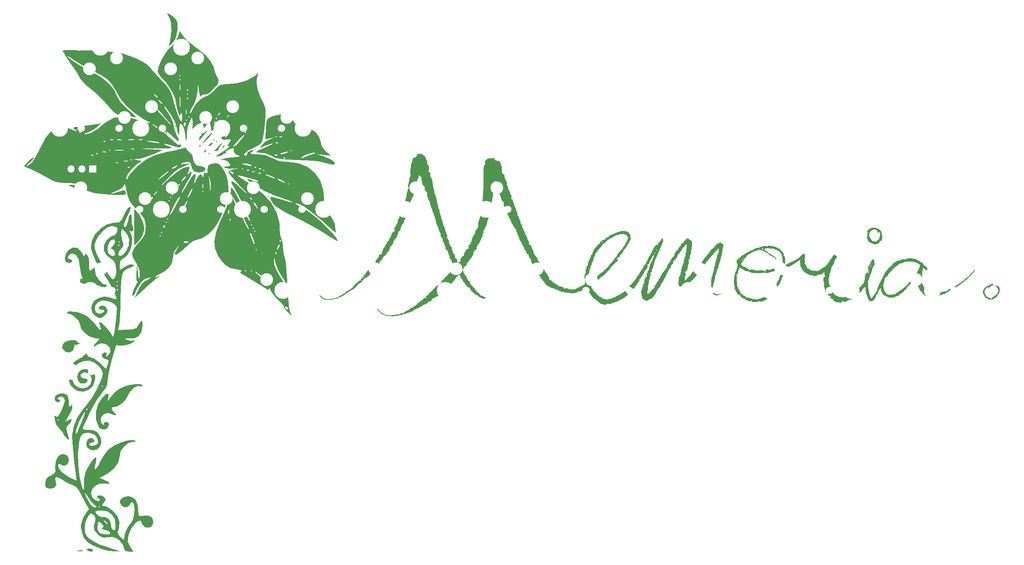
<source format=gbr>
G04 #@! TF.GenerationSoftware,KiCad,Pcbnew,(6.0.0-rc1-249-g84cfa052a1)*
G04 #@! TF.CreationDate,2022-02-17T11:23:11-08:00*
G04 #@! TF.ProjectId,Memoria,4d656d6f-7269-4612-9e6b-696361645f70,rev?*
G04 #@! TF.SameCoordinates,Original*
G04 #@! TF.FileFunction,Legend,Top*
G04 #@! TF.FilePolarity,Positive*
%FSLAX46Y46*%
G04 Gerber Fmt 4.6, Leading zero omitted, Abs format (unit mm)*
G04 Created by KiCad (PCBNEW (6.0.0-rc1-249-g84cfa052a1)) date 2022-02-17 11:23:11*
%MOMM*%
%LPD*%
G01*
G04 APERTURE LIST*
%ADD10C,1.750000*%
%ADD11C,3.987800*%
%ADD12C,3.000000*%
%ADD13R,1.501140X0.899160*%
%ADD14R,1.700000X1.700000*%
%ADD15O,1.700000X1.700000*%
%ADD16R,1.800000X1.800000*%
%ADD17C,1.800000*%
%ADD18C,3.048000*%
%ADD19C,0.650000*%
%ADD20O,1.000000X2.100000*%
%ADD21O,1.000000X1.600000*%
G04 APERTURE END LIST*
G36*
X77495068Y-69344446D02*
G01*
X77299785Y-69049218D01*
X77717016Y-69085200D01*
X78340998Y-69298442D01*
X79197531Y-69568359D01*
X79810175Y-69666086D01*
X79984458Y-69565695D01*
X79942151Y-69511917D01*
X79546506Y-69352129D01*
X78638021Y-69068328D01*
X78312909Y-68976058D01*
X84449014Y-68976058D01*
X84453818Y-69121186D01*
X84958858Y-69471926D01*
X84985634Y-69487324D01*
X85755930Y-69861961D01*
X86237747Y-69998590D01*
X86232942Y-69853462D01*
X85727902Y-69502722D01*
X85701127Y-69487324D01*
X84930830Y-69112687D01*
X84449014Y-68976058D01*
X78312909Y-68976058D01*
X77396476Y-68715965D01*
X77109992Y-68638376D01*
X75955534Y-68356178D01*
X75221618Y-68233284D01*
X75022787Y-68286341D01*
X75094390Y-68345473D01*
X75694164Y-68731051D01*
X76707757Y-69382134D01*
X77946844Y-70177762D01*
X78347917Y-70435238D01*
X81002012Y-72451400D01*
X82991284Y-74658904D01*
X84304466Y-77040448D01*
X84930288Y-79578730D01*
X84985634Y-80626593D01*
X85038888Y-81828588D01*
X85177517Y-82722912D01*
X85343380Y-83081690D01*
X85578232Y-83553852D01*
X85697421Y-84433320D01*
X85701127Y-84625588D01*
X85812616Y-85934635D01*
X86076826Y-87198136D01*
X86268068Y-88132221D01*
X86449178Y-89527926D01*
X86589258Y-91131680D01*
X86621437Y-91667606D01*
X86771003Y-94380445D01*
X86906404Y-96472350D01*
X87038451Y-98037444D01*
X87177958Y-99169852D01*
X87335737Y-99963695D01*
X87522600Y-100513097D01*
X87669564Y-100791486D01*
X87811014Y-101133042D01*
X87525578Y-100975797D01*
X86864798Y-100352963D01*
X86657415Y-100139281D01*
X86093075Y-99453850D01*
X85985322Y-99221827D01*
X86180436Y-99221827D01*
X86237747Y-99359155D01*
X86711658Y-99703545D01*
X86816592Y-99716901D01*
X87010550Y-99496483D01*
X86953239Y-99359155D01*
X86479328Y-99014765D01*
X86374394Y-99001409D01*
X86180436Y-99221827D01*
X85985322Y-99221827D01*
X85876691Y-98987915D01*
X85898703Y-98923081D01*
X85763956Y-98605761D01*
X85195391Y-98012943D01*
X84644922Y-97541096D01*
X83725847Y-96641196D01*
X83044951Y-95684313D01*
X82864743Y-95269268D01*
X82647037Y-94696891D01*
X82521336Y-94700175D01*
X82513673Y-94773695D01*
X82392379Y-95040842D01*
X81995510Y-94966028D01*
X81205229Y-94509986D01*
X80678186Y-94162080D01*
X80135779Y-93814085D01*
X82123662Y-93814085D01*
X82302535Y-93992958D01*
X82481408Y-93814085D01*
X82302535Y-93635211D01*
X82123662Y-93814085D01*
X80135779Y-93814085D01*
X79294223Y-93274163D01*
X77784253Y-92368611D01*
X77069551Y-91965972D01*
X76085640Y-91391668D01*
X75682557Y-91031514D01*
X75787259Y-90809173D01*
X75911911Y-90756117D01*
X76027926Y-90594366D01*
X76757465Y-90594366D01*
X76936338Y-90773239D01*
X77115211Y-90594366D01*
X78188451Y-90594366D01*
X78367324Y-90773239D01*
X79174275Y-90773239D01*
X79266141Y-90963824D01*
X79753947Y-91437724D01*
X80461841Y-92048162D01*
X81213969Y-92648359D01*
X81834477Y-93091537D01*
X82123662Y-93234981D01*
X81984963Y-93031752D01*
X81437537Y-92495640D01*
X80901382Y-92010460D01*
X80048960Y-91308866D01*
X79393040Y-90860506D01*
X79174275Y-90773239D01*
X78367324Y-90773239D01*
X78546197Y-90594366D01*
X78367324Y-90415493D01*
X78188451Y-90594366D01*
X77115211Y-90594366D01*
X76936338Y-90415493D01*
X76757465Y-90594366D01*
X76027926Y-90594366D01*
X76036525Y-90582377D01*
X75466537Y-90402674D01*
X74757796Y-90289862D01*
X73376110Y-89974082D01*
X72343319Y-89357049D01*
X71855892Y-88891614D01*
X71168225Y-88012195D01*
X83593845Y-88012195D01*
X83708468Y-89026647D01*
X84040281Y-90166397D01*
X84081684Y-90268862D01*
X84572114Y-91279854D01*
X85159643Y-92270294D01*
X85726854Y-93068073D01*
X86156329Y-93501080D01*
X86297101Y-93516233D01*
X86199424Y-93161828D01*
X85777381Y-92421517D01*
X85359327Y-91796340D01*
X84635826Y-90533307D01*
X84083938Y-89155286D01*
X83947211Y-88626761D01*
X83755666Y-87774153D01*
X83641491Y-87607090D01*
X83593845Y-88012195D01*
X71168225Y-88012195D01*
X70548608Y-87219802D01*
X70231183Y-86480282D01*
X83912394Y-86480282D01*
X84043288Y-86774748D01*
X84150892Y-86718779D01*
X84193707Y-86294218D01*
X84150892Y-86241784D01*
X83938212Y-86290892D01*
X83912394Y-86480282D01*
X70231183Y-86480282D01*
X69847293Y-85585916D01*
X79261690Y-85585916D01*
X79440563Y-85764789D01*
X79619437Y-85585916D01*
X84281097Y-85585916D01*
X84428720Y-85649909D01*
X84627887Y-85407042D01*
X84930608Y-84754864D01*
X84974678Y-84512676D01*
X84827055Y-84448683D01*
X84627887Y-84691549D01*
X84325167Y-85343728D01*
X84281097Y-85585916D01*
X79619437Y-85585916D01*
X79440563Y-85407042D01*
X79261690Y-85585916D01*
X69847293Y-85585916D01*
X69809625Y-85498160D01*
X69634243Y-83631158D01*
X70008820Y-81572391D01*
X77968642Y-81572391D01*
X78008740Y-81951183D01*
X78260789Y-82757734D01*
X78426948Y-83200939D01*
X78803688Y-84063677D01*
X79083379Y-84531686D01*
X79153565Y-84561177D01*
X79116335Y-84178262D01*
X78940132Y-83618310D01*
X84985634Y-83618310D01*
X85116528Y-83912776D01*
X85224131Y-83856808D01*
X85266947Y-83432246D01*
X85224131Y-83379812D01*
X85011452Y-83428920D01*
X84985634Y-83618310D01*
X78940132Y-83618310D01*
X78862278Y-83370901D01*
X78695258Y-82932629D01*
X78314810Y-82071786D01*
X78036141Y-81603160D01*
X77968642Y-81572391D01*
X70008820Y-81572391D01*
X70017758Y-81523267D01*
X70106111Y-81292958D01*
X78903944Y-81292958D01*
X79082817Y-81471831D01*
X79261690Y-81292958D01*
X79082817Y-81114085D01*
X78903944Y-81292958D01*
X70106111Y-81292958D01*
X70955468Y-79078958D01*
X71179470Y-78609859D01*
X73180000Y-78609859D01*
X73310894Y-78904325D01*
X73418498Y-78848357D01*
X73461313Y-78423795D01*
X73418498Y-78371362D01*
X73205818Y-78420469D01*
X73180000Y-78609859D01*
X71179470Y-78609859D01*
X71333836Y-78286589D01*
X71988502Y-76882979D01*
X72013725Y-76821127D01*
X72878740Y-76821127D01*
X72934960Y-77328995D01*
X73059182Y-77268310D01*
X73106433Y-76535879D01*
X73059182Y-76373944D01*
X72928607Y-76329002D01*
X72878740Y-76821127D01*
X72013725Y-76821127D01*
X72491966Y-75648382D01*
X72770948Y-74770072D01*
X72803614Y-74530251D01*
X72687400Y-74448220D01*
X72399147Y-74937912D01*
X71999400Y-75894416D01*
X71968089Y-75978071D01*
X71380205Y-77415818D01*
X70718607Y-78824394D01*
X70287434Y-79620555D01*
X69331501Y-80904950D01*
X68155156Y-82036024D01*
X66941392Y-82868090D01*
X65873197Y-83255463D01*
X65707569Y-83266744D01*
X64788717Y-83533852D01*
X63931782Y-84159756D01*
X63121985Y-84936296D01*
X62085112Y-85835433D01*
X61695867Y-86151243D01*
X60795259Y-86749533D01*
X60338708Y-86806388D01*
X60352607Y-86361313D01*
X60863351Y-85453811D01*
X61051586Y-85186978D01*
X61802045Y-84154930D01*
X60872713Y-85158682D01*
X60139578Y-86309420D01*
X59943380Y-87239243D01*
X59746852Y-88615536D01*
X59095661Y-89751953D01*
X57897396Y-90765289D01*
X56544789Y-91534667D01*
X55793159Y-91952167D01*
X55705752Y-92111546D01*
X56008169Y-92076966D01*
X56902535Y-91897085D01*
X56008169Y-92492911D01*
X55317334Y-93024950D01*
X54312579Y-93884039D01*
X53193301Y-94898794D01*
X53019969Y-95061270D01*
X50926134Y-97033803D01*
X51575420Y-95602817D01*
X52199573Y-94329160D01*
X52751348Y-93533146D01*
X53397719Y-93018147D01*
X54040425Y-92700031D01*
X54652199Y-92372842D01*
X54666872Y-92227935D01*
X54184464Y-92286497D01*
X53347826Y-92553320D01*
X52515532Y-93204406D01*
X51661106Y-94543200D01*
X51451409Y-94968109D01*
X50878476Y-96063040D01*
X50502233Y-96522347D01*
X50350231Y-96396112D01*
X50444946Y-95694155D01*
X50833396Y-94746273D01*
X50971246Y-94497494D01*
X51529892Y-93492007D01*
X51696313Y-93017640D01*
X51488533Y-93019318D01*
X51446901Y-93044147D01*
X51329349Y-92816560D01*
X51299731Y-92055986D01*
X51345591Y-91187091D01*
X51512590Y-89163380D01*
X51704482Y-91130986D01*
X51834965Y-92166089D01*
X51961118Y-92509391D01*
X52087194Y-92204225D01*
X52099887Y-90512108D01*
X51450502Y-88939927D01*
X51089155Y-88467631D01*
X50449396Y-87473119D01*
X50354942Y-86475648D01*
X50827795Y-85352437D01*
X51796571Y-84101309D01*
X62380879Y-84101309D01*
X63018399Y-84044515D01*
X63046537Y-84038839D01*
X63649814Y-83872434D01*
X63576154Y-83738483D01*
X63393409Y-83691967D01*
X62664120Y-83737080D01*
X62382481Y-83898083D01*
X62380879Y-84101309D01*
X51796571Y-84101309D01*
X51889960Y-83980702D01*
X51894085Y-83976056D01*
X52773416Y-82930417D01*
X53116595Y-82366197D01*
X56723662Y-82366197D01*
X56902535Y-82545070D01*
X57081408Y-82366197D01*
X56902535Y-82187324D01*
X56723662Y-82366197D01*
X53116595Y-82366197D01*
X53258662Y-82132624D01*
X53381504Y-81650704D01*
X57081408Y-81650704D01*
X57260282Y-81829578D01*
X57439155Y-81650704D01*
X57260282Y-81471831D01*
X57081408Y-81650704D01*
X53381504Y-81650704D01*
X53464026Y-81326962D01*
X53489727Y-80711675D01*
X57532109Y-80711675D01*
X57794177Y-80540213D01*
X57841293Y-80493991D01*
X58123871Y-80024944D01*
X58085557Y-79852505D01*
X57819439Y-79959864D01*
X57641029Y-80293726D01*
X57532109Y-80711675D01*
X53489727Y-80711675D01*
X53503944Y-80371324D01*
X53450697Y-79307051D01*
X53402731Y-79146479D01*
X58154648Y-79146479D01*
X58333521Y-79325352D01*
X58512394Y-79146479D01*
X58333521Y-78967606D01*
X58154648Y-79146479D01*
X53402731Y-79146479D01*
X53210651Y-78503461D01*
X53162062Y-78430986D01*
X58512394Y-78430986D01*
X58691268Y-78609859D01*
X58870141Y-78430986D01*
X58691268Y-78252113D01*
X58512394Y-78430986D01*
X53162062Y-78430986D01*
X52746797Y-77811583D01*
X59076505Y-77811583D01*
X59403612Y-77372477D01*
X59844614Y-76642254D01*
X62089859Y-76642254D01*
X62268732Y-76821127D01*
X62447606Y-76642254D01*
X62268732Y-76463380D01*
X62089859Y-76642254D01*
X59844614Y-76642254D01*
X60053303Y-76296702D01*
X60376880Y-75726827D01*
X62475849Y-75726827D01*
X62533134Y-76091706D01*
X62697659Y-75762434D01*
X62703063Y-75747887D01*
X63018272Y-74975692D01*
X63231176Y-74495775D01*
X63445128Y-74002580D01*
X63325378Y-74079685D01*
X63003961Y-74474714D01*
X62579006Y-75230395D01*
X62475849Y-75726827D01*
X60376880Y-75726827D01*
X60481824Y-75542003D01*
X61090238Y-74396454D01*
X61470763Y-73574807D01*
X63363074Y-73574807D01*
X63648236Y-73246649D01*
X64074657Y-72494924D01*
X64299344Y-71991549D01*
X66740563Y-71991549D01*
X66919437Y-72170423D01*
X67098310Y-71991549D01*
X66919437Y-71812676D01*
X66740563Y-71991549D01*
X64299344Y-71991549D01*
X64419472Y-71722423D01*
X64518399Y-71271775D01*
X64505707Y-71247303D01*
X64281319Y-71441302D01*
X63896035Y-72098209D01*
X63769623Y-72353788D01*
X63386975Y-73269524D01*
X63363074Y-73574807D01*
X61470763Y-73574807D01*
X61500823Y-73509899D01*
X61638743Y-73046823D01*
X61628757Y-73021058D01*
X61399815Y-73233611D01*
X60940801Y-73947634D01*
X60339200Y-75023433D01*
X60155583Y-75373420D01*
X59440002Y-76805601D01*
X59084472Y-77620473D01*
X59076505Y-77811583D01*
X52746797Y-77811583D01*
X52663352Y-77687118D01*
X51972627Y-76895237D01*
X50839333Y-75627719D01*
X50089197Y-74692410D01*
X49756736Y-74138028D01*
X58870141Y-74138028D01*
X59049014Y-74316901D01*
X59227887Y-74138028D01*
X59049014Y-73959155D01*
X58870141Y-74138028D01*
X49756736Y-74138028D01*
X49635499Y-73935863D01*
X54664895Y-73935863D01*
X54713830Y-73959155D01*
X55040304Y-73707309D01*
X55113803Y-73601409D01*
X55162558Y-73422535D01*
X59227887Y-73422535D01*
X59406761Y-73601409D01*
X59585634Y-73422535D01*
X59406761Y-73243662D01*
X59227887Y-73422535D01*
X55162558Y-73422535D01*
X55204964Y-73266954D01*
X55156029Y-73243662D01*
X54829555Y-73495508D01*
X54756056Y-73601409D01*
X54664895Y-73935863D01*
X49635499Y-73935863D01*
X49614547Y-73900926D01*
X49307710Y-73064886D01*
X49211262Y-72646959D01*
X55362551Y-72646959D01*
X55364970Y-72880042D01*
X55427745Y-72885916D01*
X55646239Y-72707042D01*
X59585634Y-72707042D01*
X59764507Y-72885916D01*
X59943380Y-72707042D01*
X59764507Y-72528169D01*
X59585634Y-72707042D01*
X55646239Y-72707042D01*
X55726370Y-72641441D01*
X56053802Y-72259859D01*
X56131744Y-72153110D01*
X60053869Y-72153110D01*
X60073533Y-72170423D01*
X60376645Y-71908685D01*
X60896712Y-71262579D01*
X61016620Y-71097183D01*
X61466140Y-70406597D01*
X61621624Y-70041257D01*
X61601960Y-70023944D01*
X61298848Y-70285681D01*
X60778781Y-70931787D01*
X60658873Y-71097183D01*
X60209353Y-71787770D01*
X60053869Y-72153110D01*
X56131744Y-72153110D01*
X56363198Y-71836110D01*
X56177941Y-71924945D01*
X55918732Y-72124790D01*
X55362551Y-72646959D01*
X49211262Y-72646959D01*
X49061015Y-71995906D01*
X49001351Y-71696724D01*
X48778420Y-70693836D01*
X48609660Y-70172595D01*
X48530957Y-70243152D01*
X48530541Y-70251491D01*
X48228054Y-70906253D01*
X47341901Y-71545707D01*
X45810942Y-72212613D01*
X45633521Y-72277583D01*
X45355390Y-72450201D01*
X45555575Y-72499926D01*
X46173743Y-72388510D01*
X47087353Y-72078421D01*
X47225692Y-72021995D01*
X48201422Y-71706998D01*
X48704751Y-71828102D01*
X48853033Y-72416285D01*
X48853239Y-72451653D01*
X48752763Y-72678226D01*
X48373568Y-72805184D01*
X47599004Y-72840374D01*
X46312419Y-72791638D01*
X45014952Y-72709764D01*
X42965488Y-72547143D01*
X41470805Y-72354614D01*
X40370326Y-72088436D01*
X39503474Y-71704867D01*
X38709670Y-71160168D01*
X38401394Y-70908250D01*
X37688628Y-70408902D01*
X36893296Y-70137932D01*
X35765512Y-70030643D01*
X34963115Y-70018059D01*
X33424866Y-69947551D01*
X32291358Y-69698180D01*
X31289604Y-69213812D01*
X56365916Y-69213812D01*
X56600848Y-69160912D01*
X57174937Y-68782499D01*
X57892118Y-68227900D01*
X58556327Y-67646437D01*
X58901914Y-67282368D01*
X58936490Y-67134267D01*
X58513769Y-67387788D01*
X57886338Y-67862162D01*
X57045028Y-68554867D01*
X56492878Y-69055723D01*
X56365916Y-69213812D01*
X31289604Y-69213812D01*
X31260110Y-69199551D01*
X31173989Y-69147210D01*
X48938877Y-69147210D01*
X48963341Y-69180054D01*
X49196653Y-69046500D01*
X49369383Y-68657471D01*
X49820461Y-67921376D01*
X50702669Y-66946407D01*
X51022038Y-66650526D01*
X59585634Y-66650526D01*
X59848555Y-66648095D01*
X60301127Y-66446479D01*
X60863344Y-66077030D01*
X61016620Y-65884685D01*
X60753698Y-65887117D01*
X60301127Y-66088732D01*
X59738910Y-66458181D01*
X59585634Y-66650526D01*
X51022038Y-66650526D01*
X51848208Y-65885116D01*
X53089281Y-64890057D01*
X54258089Y-64113783D01*
X54528489Y-63967095D01*
X55631784Y-63519414D01*
X57128164Y-63058792D01*
X58703579Y-62681308D01*
X58782823Y-62665546D01*
X60222808Y-62359851D01*
X61478639Y-62053139D01*
X62308435Y-61805154D01*
X62380960Y-61776817D01*
X62923002Y-61627822D01*
X63010088Y-61753928D01*
X63130472Y-62150875D01*
X63698187Y-62656234D01*
X63702790Y-62659256D01*
X64443070Y-63487065D01*
X64594085Y-64295660D01*
X64849014Y-65205879D01*
X65469610Y-65863295D01*
X66239584Y-66044392D01*
X66278888Y-66036768D01*
X66812333Y-66113622D01*
X67196877Y-66252589D01*
X67577924Y-66633867D01*
X67400722Y-67067253D01*
X66795159Y-67408890D01*
X66052816Y-67519718D01*
X64941723Y-67263074D01*
X64338928Y-66515559D01*
X64236338Y-65838310D01*
X63966940Y-65207120D01*
X63229153Y-65022882D01*
X62128590Y-65305402D01*
X61910986Y-65402227D01*
X61619555Y-65594999D01*
X61943314Y-65633227D01*
X62626479Y-65566574D01*
X63513418Y-65467372D01*
X63740420Y-65491615D01*
X63357879Y-65676963D01*
X62980375Y-65831041D01*
X61363194Y-66636314D01*
X59864066Y-67741554D01*
X58279155Y-69301708D01*
X57975775Y-69635291D01*
X57225878Y-70476635D01*
X56870030Y-70901539D01*
X56937442Y-70892851D01*
X57457326Y-70433421D01*
X58458894Y-69506097D01*
X58503544Y-69464440D01*
X61903818Y-69464440D01*
X61948358Y-69666197D01*
X62372431Y-69396263D01*
X62722329Y-68950704D01*
X63018617Y-68404066D01*
X63042703Y-68235211D01*
X62738277Y-68468578D01*
X62268732Y-68950704D01*
X61903818Y-69464440D01*
X58503544Y-69464440D01*
X58905554Y-69089382D01*
X60556325Y-67659200D01*
X61949605Y-66677431D01*
X63025966Y-66178225D01*
X63725980Y-66195733D01*
X63817826Y-66266465D01*
X63819600Y-66694592D01*
X63593708Y-67178242D01*
X63374049Y-67730666D01*
X63517814Y-67877465D01*
X63864704Y-67602532D01*
X63878592Y-67498605D01*
X64096880Y-67283043D01*
X64229979Y-67336915D01*
X64280834Y-67751341D01*
X63940703Y-68551678D01*
X63747148Y-68878451D01*
X63028079Y-70071256D01*
X62418493Y-71173807D01*
X61997771Y-72031678D01*
X61845294Y-72490448D01*
X61871009Y-72528169D01*
X62107956Y-72239714D01*
X62589969Y-71477449D01*
X63019999Y-70739437D01*
X66797050Y-70739437D01*
X66853270Y-71247304D01*
X66977492Y-71186620D01*
X67024742Y-70454189D01*
X66977492Y-70292254D01*
X66846917Y-70247312D01*
X66797050Y-70739437D01*
X63019999Y-70739437D01*
X63220103Y-70396021D01*
X63328691Y-70202817D01*
X64183184Y-68781004D01*
X64785447Y-68007211D01*
X65122890Y-67880945D01*
X65182921Y-68401713D01*
X64952952Y-69569022D01*
X64764827Y-70259019D01*
X64782644Y-70363665D01*
X65034647Y-69915950D01*
X65285251Y-69397887D01*
X65896294Y-68310982D01*
X66387638Y-67910982D01*
X66749060Y-68203724D01*
X66851706Y-68503521D01*
X66980607Y-68796233D01*
X67050600Y-68398186D01*
X67056811Y-68286373D01*
X67122583Y-68056338D01*
X68151367Y-68056338D01*
X68335446Y-68950704D01*
X68484960Y-69953670D01*
X68584549Y-71097183D01*
X68649572Y-72349296D01*
X68785306Y-71084860D01*
X68770044Y-69949525D01*
X68545257Y-68959571D01*
X68536203Y-68938382D01*
X68151367Y-68056338D01*
X67122583Y-68056338D01*
X67231922Y-67673929D01*
X67630725Y-67647476D01*
X68015621Y-67627136D01*
X68033443Y-67059694D01*
X68126649Y-66077386D01*
X68797281Y-65517419D01*
X69787719Y-65373239D01*
X70488594Y-65442768D01*
X71007120Y-65753344D01*
X71520486Y-66457956D01*
X71963025Y-67251409D01*
X72578757Y-68581937D01*
X72872414Y-69816110D01*
X72935672Y-71346375D01*
X72934821Y-71411423D01*
X72957582Y-72617436D01*
X73062691Y-73216680D01*
X73214459Y-73200156D01*
X73304342Y-72937633D01*
X73724643Y-72937633D01*
X73826428Y-73286629D01*
X74195968Y-74147974D01*
X74776572Y-75396314D01*
X75511547Y-76906297D01*
X75600040Y-77084302D01*
X76366210Y-78591799D01*
X77019223Y-79819439D01*
X77495001Y-80650851D01*
X77729462Y-80969664D01*
X77738496Y-80967796D01*
X77639312Y-80615780D01*
X77622934Y-80577465D01*
X78546197Y-80577465D01*
X78725070Y-80756338D01*
X78903944Y-80577465D01*
X78725070Y-80398592D01*
X78546197Y-80577465D01*
X77622934Y-80577465D01*
X77317086Y-79861972D01*
X78188451Y-79861972D01*
X78367324Y-80040845D01*
X78546197Y-79861972D01*
X78367324Y-79683099D01*
X78188451Y-79861972D01*
X77317086Y-79861972D01*
X77270368Y-79752682D01*
X76688444Y-78504048D01*
X75950323Y-76995429D01*
X75863099Y-76821127D01*
X75093813Y-75315561D01*
X74439587Y-74088499D01*
X73964606Y-73256501D01*
X73733054Y-72936130D01*
X73724643Y-72937633D01*
X73304342Y-72937633D01*
X73465805Y-72466041D01*
X73540223Y-71812676D01*
X73553656Y-70918310D01*
X74245616Y-71812676D01*
X74689889Y-72521228D01*
X75317706Y-73693701D01*
X76028606Y-75137305D01*
X76438691Y-76021271D01*
X77075136Y-77386938D01*
X77605611Y-78451482D01*
X77962989Y-79084495D01*
X78075026Y-79200279D01*
X77989397Y-78841642D01*
X77652613Y-77976196D01*
X77121534Y-76742930D01*
X76603475Y-75603170D01*
X76098809Y-74551831D01*
X78760946Y-74551831D01*
X79022820Y-75067417D01*
X79086853Y-75167221D01*
X79598252Y-75865748D01*
X79867299Y-76085867D01*
X79816989Y-75793155D01*
X79630100Y-75410065D01*
X79156760Y-74736126D01*
X78864912Y-74471652D01*
X78760946Y-74551831D01*
X76098809Y-74551831D01*
X75853695Y-74041201D01*
X75498541Y-73346208D01*
X77888372Y-73346208D01*
X77975416Y-73546134D01*
X78335628Y-73930191D01*
X78542715Y-73851407D01*
X78546197Y-73801395D01*
X78292097Y-73498807D01*
X78133176Y-73388374D01*
X77888372Y-73346208D01*
X75498541Y-73346208D01*
X75124828Y-72614899D01*
X74518927Y-71519609D01*
X74239151Y-71077398D01*
X73681363Y-70133884D01*
X73627823Y-69658461D01*
X74015559Y-69683117D01*
X74781596Y-70239837D01*
X75167220Y-70606003D01*
X76095853Y-71495695D01*
X76933201Y-72229152D01*
X77294085Y-72505616D01*
X77358557Y-72478721D01*
X76981484Y-72032371D01*
X76234385Y-71245806D01*
X75396332Y-70403042D01*
X74319773Y-69286780D01*
X73486865Y-68325859D01*
X73256498Y-68003452D01*
X81626714Y-68003452D01*
X81740759Y-68119446D01*
X82302535Y-68401496D01*
X83087481Y-68733420D01*
X83670497Y-68906288D01*
X83900465Y-68893084D01*
X83626271Y-68666790D01*
X83554648Y-68625353D01*
X82787965Y-68302238D01*
X82123662Y-68103159D01*
X81626714Y-68003452D01*
X73256498Y-68003452D01*
X72999978Y-67644444D01*
X72920071Y-67399596D01*
X72940987Y-67382390D01*
X73301562Y-67382390D01*
X73358873Y-67519718D01*
X73832785Y-67864109D01*
X73937719Y-67877465D01*
X74012982Y-67791934D01*
X79774598Y-67791934D01*
X80126244Y-67849222D01*
X80590247Y-67783448D01*
X80595786Y-67661326D01*
X80116982Y-67575926D01*
X79910106Y-67633083D01*
X79774598Y-67791934D01*
X74012982Y-67791934D01*
X74131677Y-67657046D01*
X74074366Y-67519718D01*
X73956669Y-67434188D01*
X78343612Y-67434188D01*
X78695258Y-67491475D01*
X79159261Y-67425701D01*
X79164801Y-67303580D01*
X78685996Y-67218180D01*
X78479120Y-67275337D01*
X78343612Y-67434188D01*
X73956669Y-67434188D01*
X73600455Y-67175328D01*
X73495520Y-67161972D01*
X73301562Y-67382390D01*
X72940987Y-67382390D01*
X73332405Y-67060405D01*
X73738682Y-66923474D01*
X77234460Y-66923474D01*
X77283568Y-67136154D01*
X77472958Y-67161972D01*
X77767424Y-67031078D01*
X77742468Y-66983099D01*
X81050423Y-66983099D01*
X81229296Y-67161972D01*
X81408169Y-66983099D01*
X81229296Y-66804225D01*
X81050423Y-66983099D01*
X77742468Y-66983099D01*
X77711455Y-66923474D01*
X77286894Y-66880659D01*
X77234460Y-66923474D01*
X73738682Y-66923474D01*
X74159604Y-66781607D01*
X74281204Y-66757266D01*
X74954310Y-66625352D01*
X76041972Y-66625352D01*
X76220845Y-66804225D01*
X76399718Y-66625352D01*
X76340094Y-66565728D01*
X80096432Y-66565728D01*
X80145540Y-66778408D01*
X80334930Y-66804225D01*
X80629396Y-66673332D01*
X80573427Y-66565728D01*
X80148866Y-66522912D01*
X80096432Y-66565728D01*
X76340094Y-66565728D01*
X76220845Y-66446479D01*
X76041972Y-66625352D01*
X74954310Y-66625352D01*
X74972343Y-66621818D01*
X75022699Y-66574078D01*
X74401225Y-66597850D01*
X74018291Y-66620124D01*
X72965336Y-66606825D01*
X72179360Y-66464273D01*
X72050686Y-66404252D01*
X71930290Y-66207981D01*
X79023193Y-66207981D01*
X79072300Y-66420661D01*
X79261690Y-66446479D01*
X79556156Y-66315585D01*
X79500188Y-66207981D01*
X79075626Y-66165166D01*
X79023193Y-66207981D01*
X71930290Y-66207981D01*
X71913525Y-66180651D01*
X72455821Y-66095723D01*
X72566531Y-66094211D01*
X73245453Y-66029026D01*
X73347631Y-65738294D01*
X73212750Y-65444560D01*
X75863099Y-65444560D01*
X76757465Y-65730986D01*
X77649656Y-65964253D01*
X78188451Y-66047594D01*
X78544523Y-66023394D01*
X78279659Y-65790491D01*
X78188451Y-65730986D01*
X77417522Y-65468868D01*
X76757465Y-65414378D01*
X75863099Y-65444560D01*
X73212750Y-65444560D01*
X73180000Y-65373239D01*
X72500625Y-64778846D01*
X71825864Y-64622086D01*
X70854648Y-64586426D01*
X71749014Y-64300000D01*
X72645297Y-64112683D01*
X73873689Y-63971236D01*
X74432113Y-63936415D01*
X75302533Y-63864607D01*
X75656073Y-63761087D01*
X75530652Y-63683298D01*
X74632236Y-63257195D01*
X74164162Y-62638572D01*
X74164868Y-62239764D01*
X74216604Y-61885320D01*
X73930694Y-61840476D01*
X73158412Y-62094110D01*
X73002889Y-62152851D01*
X72367405Y-62549174D01*
X72319382Y-62923619D01*
X72362245Y-63169128D01*
X72162035Y-63082049D01*
X71792980Y-63040198D01*
X71749014Y-63163942D01*
X71443367Y-63475651D01*
X70854648Y-63672066D01*
X70186933Y-63767266D01*
X69960282Y-63746621D01*
X70235021Y-63519334D01*
X70941157Y-63038219D01*
X71569501Y-62633554D01*
X72470737Y-62014282D01*
X73054997Y-61517051D01*
X73179360Y-61327478D01*
X73117995Y-61297242D01*
X74133750Y-61297242D01*
X74144558Y-61438028D01*
X74603658Y-61193425D01*
X75191659Y-60633099D01*
X76139866Y-59510551D01*
X76636258Y-58839017D01*
X76680872Y-58643245D01*
X76273746Y-58947983D01*
X75414916Y-59777979D01*
X75190721Y-60007360D01*
X74497436Y-60777847D01*
X74133750Y-61297242D01*
X73117995Y-61297242D01*
X72942703Y-61210872D01*
X72732817Y-61299536D01*
X72600866Y-61274046D01*
X72911350Y-60845686D01*
X72911690Y-60845297D01*
X73453290Y-60089885D01*
X73403720Y-59732533D01*
X72761855Y-59766601D01*
X72729845Y-59774501D01*
X71862403Y-59843223D01*
X71347258Y-59617508D01*
X71329086Y-59199000D01*
X71459740Y-59052593D01*
X72176636Y-59052593D01*
X72179055Y-59285676D01*
X72241830Y-59291549D01*
X72540455Y-59047075D01*
X72867886Y-58665493D01*
X73177282Y-58241744D01*
X72992025Y-58330579D01*
X72732817Y-58530424D01*
X72176636Y-59052593D01*
X71459740Y-59052593D01*
X71553207Y-58947857D01*
X72045297Y-58359284D01*
X71997778Y-58039437D01*
X76757465Y-58039437D01*
X76936338Y-58218310D01*
X77115211Y-58039437D01*
X76936338Y-57860563D01*
X76757465Y-58039437D01*
X71997778Y-58039437D01*
X71988902Y-57979696D01*
X71408819Y-57959714D01*
X71391268Y-57964220D01*
X70812133Y-57924115D01*
X70698902Y-57509968D01*
X71076914Y-56911504D01*
X71231926Y-56771114D01*
X71848632Y-56062806D01*
X72146041Y-55564634D01*
X72232434Y-55269082D01*
X71939974Y-55552726D01*
X71738925Y-55803521D01*
X71121071Y-56466498D01*
X70625093Y-56782887D01*
X70584669Y-56787324D01*
X70043508Y-57007662D01*
X69514802Y-57403341D01*
X69047188Y-57741442D01*
X68919260Y-57671651D01*
X68891710Y-57100738D01*
X68718897Y-56303592D01*
X68553942Y-55714085D01*
X69602535Y-55714085D01*
X69733429Y-56008550D01*
X69841033Y-55952582D01*
X69883848Y-55528021D01*
X69841033Y-55475587D01*
X69628353Y-55524695D01*
X69602535Y-55714085D01*
X68553942Y-55714085D01*
X68433384Y-55283240D01*
X67730716Y-56393028D01*
X67146481Y-57238145D01*
X66861219Y-57443694D01*
X66860965Y-57013537D01*
X66951403Y-56608451D01*
X67038121Y-55946522D01*
X66934700Y-55714085D01*
X66312945Y-55921861D01*
X65468863Y-56419867D01*
X64712332Y-57020118D01*
X64608897Y-57125019D01*
X64296323Y-57417244D01*
X64350184Y-57274737D01*
X64516099Y-56633606D01*
X64514701Y-55689189D01*
X64510300Y-55648017D01*
X64417693Y-54819718D01*
X69960282Y-54819718D01*
X70139155Y-54998592D01*
X70318028Y-54819718D01*
X70139155Y-54640845D01*
X69960282Y-54819718D01*
X64417693Y-54819718D01*
X64395090Y-54617553D01*
X72552219Y-54617553D01*
X72601154Y-54640845D01*
X72927628Y-54388999D01*
X73001127Y-54283099D01*
X73092288Y-53948645D01*
X73043353Y-53925352D01*
X72716879Y-54177199D01*
X72643380Y-54283099D01*
X72552219Y-54617553D01*
X64395090Y-54617553D01*
X64377696Y-54461972D01*
X63760080Y-55816724D01*
X63372670Y-57019840D01*
X63219544Y-58224584D01*
X63225048Y-58397743D01*
X63214151Y-59295541D01*
X63077392Y-59849600D01*
X63056493Y-59875151D01*
X62886004Y-59747250D01*
X62806171Y-59099652D01*
X62805352Y-59010260D01*
X62683902Y-57980331D01*
X62381147Y-56989655D01*
X61989485Y-56278356D01*
X61947336Y-56250704D01*
X62447606Y-56250704D01*
X62524146Y-56728013D01*
X62588204Y-56787324D01*
X62818881Y-56507582D01*
X62934723Y-56250704D01*
X62942159Y-55790050D01*
X62794124Y-55714085D01*
X62486642Y-56004015D01*
X62447606Y-56250704D01*
X61947336Y-56250704D01*
X61674689Y-56071831D01*
X61489727Y-56390172D01*
X61383971Y-57189003D01*
X61374366Y-57562441D01*
X61335086Y-58560847D01*
X61230384Y-58851925D01*
X61079972Y-58438756D01*
X60925072Y-57492191D01*
X60492032Y-55858492D01*
X59570988Y-54099293D01*
X58718253Y-52872046D01*
X58095525Y-52089234D01*
X57834207Y-51865639D01*
X57922868Y-52149803D01*
X58350081Y-52890270D01*
X58914859Y-53757250D01*
X59545740Y-54862512D01*
X59947642Y-55894745D01*
X60025328Y-56368846D01*
X60194686Y-57295967D01*
X60624173Y-58400749D01*
X60759730Y-58661491D01*
X61243992Y-59664992D01*
X61287747Y-60114228D01*
X60906698Y-60006113D01*
X60116549Y-59337562D01*
X59656156Y-58878285D01*
X58725141Y-58044235D01*
X57856972Y-57472633D01*
X57399472Y-57314431D01*
X57013332Y-57343858D01*
X57093749Y-57579708D01*
X57691833Y-58110204D01*
X58005267Y-58360041D01*
X59077573Y-59243704D01*
X60091345Y-60139763D01*
X60375084Y-60408151D01*
X61017676Y-60918085D01*
X61424943Y-61025114D01*
X61472106Y-60965935D01*
X61674531Y-60898038D01*
X61820991Y-61153633D01*
X61746999Y-61563556D01*
X61111673Y-61615920D01*
X59972989Y-61311471D01*
X59472908Y-61123403D01*
X58542374Y-60841949D01*
X57863049Y-60760046D01*
X57786353Y-60874877D01*
X58281925Y-61122857D01*
X58691268Y-61269173D01*
X59359513Y-61506794D01*
X59645766Y-61675469D01*
X59485520Y-61787207D01*
X58814270Y-61854016D01*
X57567511Y-61887906D01*
X55680737Y-61900885D01*
X55292676Y-61901874D01*
X53671868Y-61906834D01*
X52743579Y-61916165D01*
X52484836Y-61934625D01*
X52872666Y-61966978D01*
X53884094Y-62017984D01*
X54577183Y-62050161D01*
X57618028Y-62190149D01*
X55292676Y-63235057D01*
X53922827Y-63778010D01*
X52618664Y-64174322D01*
X51715211Y-64332309D01*
X50463099Y-64384653D01*
X51536338Y-64619721D01*
X52609578Y-64854788D01*
X51480621Y-65528974D01*
X50785398Y-66101866D01*
X50054034Y-66938077D01*
X49416107Y-67849666D01*
X49001195Y-68648690D01*
X48938877Y-69147210D01*
X31173989Y-69147210D01*
X31144789Y-69129463D01*
X29866377Y-68396471D01*
X28346336Y-67604353D01*
X26849925Y-66884819D01*
X25642405Y-66369578D01*
X25434753Y-66294273D01*
X25260863Y-66207981D01*
X49330235Y-66207981D01*
X49379343Y-66420661D01*
X49568732Y-66446479D01*
X49863198Y-66315585D01*
X49807230Y-66207981D01*
X49382669Y-66165166D01*
X49330235Y-66207981D01*
X25260863Y-66207981D01*
X25050095Y-66103388D01*
X25073673Y-65818753D01*
X25560271Y-65284342D01*
X25903384Y-64959561D01*
X26637773Y-64339939D01*
X27143129Y-64036346D01*
X27246134Y-64038435D01*
X27110637Y-64349671D01*
X26563609Y-64921294D01*
X26302872Y-65149851D01*
X25620075Y-65807006D01*
X25520745Y-66072884D01*
X25955745Y-65890492D01*
X26565706Y-65454721D01*
X26832334Y-65134742D01*
X46468263Y-65134742D01*
X46517371Y-65347422D01*
X46706761Y-65373239D01*
X47001226Y-65242346D01*
X46945258Y-65134742D01*
X46520697Y-65091927D01*
X46468263Y-65134742D01*
X26832334Y-65134742D01*
X27020322Y-64909139D01*
X48361115Y-64909139D01*
X48853239Y-64959007D01*
X49361107Y-64902787D01*
X49300423Y-64778564D01*
X48567992Y-64731314D01*
X48406056Y-64778564D01*
X48361115Y-64909139D01*
X27020322Y-64909139D01*
X27059116Y-64862583D01*
X27296678Y-64478873D01*
X49926479Y-64478873D01*
X50105352Y-64657747D01*
X50284225Y-64478873D01*
X50105352Y-64300000D01*
X49926479Y-64478873D01*
X27296678Y-64478873D01*
X27719552Y-63795849D01*
X27957577Y-63346009D01*
X40744319Y-63346009D01*
X40793427Y-63558689D01*
X40982817Y-63584507D01*
X41277283Y-63453613D01*
X41221315Y-63346009D01*
X40796753Y-63303194D01*
X40744319Y-63346009D01*
X27957577Y-63346009D01*
X28146872Y-62988263D01*
X41817559Y-62988263D01*
X41866666Y-63200943D01*
X42056056Y-63226761D01*
X42350522Y-63095867D01*
X42294554Y-62988263D01*
X41869993Y-62945448D01*
X41817559Y-62988263D01*
X28146872Y-62988263D01*
X28266246Y-62762660D01*
X43352664Y-62762660D01*
X43844789Y-62812528D01*
X44352656Y-62756308D01*
X44291972Y-62632086D01*
X43559541Y-62584835D01*
X43397606Y-62632086D01*
X43352664Y-62762660D01*
X28266246Y-62762660D01*
X28437152Y-62439667D01*
X28488151Y-62332394D01*
X44918028Y-62332394D01*
X45096901Y-62511268D01*
X45271648Y-62336521D01*
X46195111Y-62336521D01*
X46581768Y-62392854D01*
X47243380Y-62408947D01*
X48091786Y-62386214D01*
X48401899Y-62322450D01*
X48232102Y-62259439D01*
X47250653Y-62195020D01*
X46443370Y-62254555D01*
X46195111Y-62336521D01*
X45271648Y-62336521D01*
X45275775Y-62332394D01*
X45096901Y-62153521D01*
X44918028Y-62332394D01*
X28488151Y-62332394D01*
X28613852Y-62067991D01*
X50081640Y-62067991D01*
X50433286Y-62125278D01*
X50897289Y-62059504D01*
X50902829Y-61937383D01*
X50424024Y-61851982D01*
X50217148Y-61909140D01*
X50081640Y-62067991D01*
X28613852Y-62067991D01*
X28769174Y-61741284D01*
X29626361Y-60126291D01*
X43606291Y-60126291D01*
X43655399Y-60338971D01*
X43844789Y-60364789D01*
X44139255Y-60233895D01*
X44104731Y-60167521D01*
X53710189Y-60167521D01*
X54349579Y-60316717D01*
X54577183Y-60364789D01*
X55664797Y-60560592D01*
X56452459Y-60643455D01*
X56822913Y-60613377D01*
X56658903Y-60470358D01*
X56365916Y-60364789D01*
X55312869Y-60151677D01*
X54398310Y-60089797D01*
X53736197Y-60106892D01*
X53710189Y-60167521D01*
X44104731Y-60167521D01*
X44083286Y-60126291D01*
X43658725Y-60083476D01*
X43606291Y-60126291D01*
X29626361Y-60126291D01*
X29735051Y-59921512D01*
X45073190Y-59921512D01*
X45424836Y-59978799D01*
X45888838Y-59913025D01*
X45890654Y-59873004D01*
X46657117Y-59873004D01*
X47132286Y-59934941D01*
X47243380Y-59937300D01*
X47854348Y-59898631D01*
X47878541Y-59848262D01*
X49285193Y-59848262D01*
X49715183Y-59907545D01*
X50105352Y-59916825D01*
X50517937Y-59900688D01*
X51938580Y-59900688D01*
X52430704Y-59950556D01*
X52938572Y-59894336D01*
X52877887Y-59770114D01*
X52145456Y-59722863D01*
X51983521Y-59770114D01*
X51938580Y-59900688D01*
X50517937Y-59900688D01*
X50841624Y-59888028D01*
X51031658Y-59806958D01*
X50914453Y-59761242D01*
X50055348Y-59694607D01*
X49483467Y-59754022D01*
X49285193Y-59848262D01*
X47878541Y-59848262D01*
X47908139Y-59786640D01*
X47876245Y-59772383D01*
X47166052Y-59701613D01*
X46803006Y-59759127D01*
X46657117Y-59873004D01*
X45890654Y-59873004D01*
X45894378Y-59790904D01*
X45415574Y-59705503D01*
X45208697Y-59762661D01*
X45073190Y-59921512D01*
X29735051Y-59921512D01*
X29947533Y-59521182D01*
X31160712Y-57986003D01*
X31169828Y-57979812D01*
X37882347Y-57979812D01*
X37931455Y-58192492D01*
X38120845Y-58218310D01*
X38415311Y-58087416D01*
X38359343Y-57979812D01*
X37934781Y-57936997D01*
X37882347Y-57979812D01*
X31169828Y-57979812D01*
X32457498Y-57105316D01*
X33886678Y-56848686D01*
X35497041Y-57185682D01*
X35850673Y-57323944D01*
X36903734Y-57735870D01*
X37337169Y-57827902D01*
X37170842Y-57601056D01*
X36880228Y-57376588D01*
X36597803Y-57108947D01*
X36714489Y-56927023D01*
X37336296Y-56782532D01*
X38511148Y-56633731D01*
X39909687Y-56464050D01*
X41178676Y-56290276D01*
X41877183Y-56178753D01*
X42950423Y-55982656D01*
X42202400Y-56765329D01*
X41364835Y-57402815D01*
X40262861Y-57967322D01*
X40055921Y-58046327D01*
X39341415Y-58346754D01*
X39144356Y-58532893D01*
X39260232Y-58560354D01*
X40658557Y-58259365D01*
X42250994Y-57303033D01*
X43062462Y-56626272D01*
X43647970Y-56170017D01*
X55011897Y-56170017D01*
X55073532Y-56281054D01*
X55450489Y-56588715D01*
X56088682Y-57057857D01*
X56341107Y-57099008D01*
X56365916Y-56978784D01*
X56084943Y-56716648D01*
X55560986Y-56422429D01*
X55011897Y-56170017D01*
X43647970Y-56170017D01*
X44603777Y-55425208D01*
X46119305Y-54706698D01*
X47757723Y-54451040D01*
X49667704Y-54638535D01*
X51997926Y-55249483D01*
X52422236Y-55386048D01*
X53509117Y-55703911D01*
X54265952Y-55856665D01*
X54598334Y-55844898D01*
X54411857Y-55669198D01*
X53739382Y-55377844D01*
X53017722Y-54990462D01*
X51949531Y-54284883D01*
X50739997Y-53398471D01*
X50474047Y-53191842D01*
X48966100Y-51882534D01*
X48278295Y-51069492D01*
X54668296Y-51069492D01*
X54870324Y-51363892D01*
X55458850Y-52065124D01*
X56385419Y-53112858D01*
X56553384Y-53299296D01*
X57811005Y-54675877D01*
X58742138Y-55663780D01*
X59318308Y-56239722D01*
X59511042Y-56380419D01*
X59291864Y-56062589D01*
X58632302Y-55262947D01*
X57865906Y-54372535D01*
X56801098Y-53187142D01*
X55734409Y-52061039D01*
X54901222Y-51242254D01*
X54668296Y-51069492D01*
X48278295Y-51069492D01*
X47849243Y-50562317D01*
X47722024Y-50350605D01*
X56389350Y-50350605D01*
X56478185Y-50535862D01*
X56678030Y-50795070D01*
X57200199Y-51351252D01*
X57433281Y-51348832D01*
X57439155Y-51286058D01*
X57194680Y-50987433D01*
X56813099Y-50660001D01*
X56389350Y-50350605D01*
X47722024Y-50350605D01*
X46863934Y-48922617D01*
X46862354Y-48919619D01*
X55316110Y-48919619D01*
X55404945Y-49104876D01*
X55604790Y-49364085D01*
X56126959Y-49920266D01*
X56360042Y-49917847D01*
X56365916Y-49855072D01*
X56121441Y-49556447D01*
X55739859Y-49229015D01*
X55316110Y-48919619D01*
X46862354Y-48919619D01*
X46831644Y-48861364D01*
X45764449Y-47076085D01*
X44610849Y-45755419D01*
X43160344Y-44705552D01*
X41315234Y-43782307D01*
X40034906Y-43142366D01*
X38488762Y-42264377D01*
X36991830Y-41328079D01*
X36861779Y-41241389D01*
X35716323Y-40480318D01*
X35118106Y-40109627D01*
X35025475Y-40113326D01*
X35396777Y-40475423D01*
X35795493Y-40832030D01*
X36761149Y-41555151D01*
X38146569Y-42429095D01*
X39718944Y-43311298D01*
X40474221Y-43697056D01*
X42919106Y-45067449D01*
X44748166Y-46497863D01*
X46060335Y-48080734D01*
X46863579Y-49666883D01*
X47726336Y-51145344D01*
X49187665Y-52613506D01*
X49429023Y-52811655D01*
X50375356Y-53599281D01*
X51033890Y-54197504D01*
X51271827Y-54485127D01*
X51268974Y-54490838D01*
X50887508Y-54485629D01*
X50050236Y-54345528D01*
X49583590Y-54246607D01*
X48443450Y-54049864D01*
X47488052Y-53983980D01*
X47267938Y-53999109D01*
X46721346Y-53875240D01*
X46008101Y-53311911D01*
X45040553Y-52234184D01*
X44671800Y-51779573D01*
X43475757Y-50430590D01*
X42096037Y-49095329D01*
X40823515Y-48054476D01*
X40778388Y-48022535D01*
X39332548Y-46829498D01*
X38249006Y-45583703D01*
X37972193Y-45132790D01*
X37332646Y-44036279D01*
X36472685Y-42707109D01*
X35794160Y-41734198D01*
X35077756Y-40710804D01*
X34566896Y-39910156D01*
X34374752Y-39513008D01*
X34103909Y-39090522D01*
X33950399Y-38976388D01*
X34057743Y-38859801D01*
X34758167Y-38789951D01*
X35931083Y-38762506D01*
X37455903Y-38773130D01*
X39212039Y-38817491D01*
X41078903Y-38891255D01*
X42935907Y-38990089D01*
X44662463Y-39109659D01*
X46137983Y-39245631D01*
X47241879Y-39393673D01*
X47601127Y-39466951D01*
X49443079Y-40015140D01*
X51220363Y-40707932D01*
X52775624Y-41468276D01*
X53951509Y-42219119D01*
X54590665Y-42883409D01*
X54595046Y-42891714D01*
X55058116Y-43538173D01*
X55884302Y-44482281D01*
X56909287Y-45538214D01*
X57094752Y-45718627D01*
X58388821Y-47089509D01*
X59193479Y-48275129D01*
X59593306Y-49296091D01*
X60297233Y-51753741D01*
X60896805Y-53613166D01*
X61382728Y-54855196D01*
X61745708Y-55460662D01*
X61976451Y-55410392D01*
X62005106Y-55177465D01*
X62805352Y-55177465D01*
X62984225Y-55356338D01*
X63163099Y-55177465D01*
X62984225Y-54998592D01*
X62805352Y-55177465D01*
X62005106Y-55177465D01*
X62065662Y-54685219D01*
X62064937Y-54461972D01*
X63520845Y-54461972D01*
X63699718Y-54640845D01*
X63878592Y-54461972D01*
X63699718Y-54283099D01*
X63520845Y-54461972D01*
X62064937Y-54461972D01*
X62064715Y-54393648D01*
X62015470Y-53600336D01*
X61895365Y-53472188D01*
X61766767Y-53728189D01*
X61558302Y-54104655D01*
X61353094Y-53935852D01*
X61139357Y-53388732D01*
X62895570Y-53388732D01*
X62924366Y-54125005D01*
X63005436Y-54315038D01*
X63035315Y-54238436D01*
X70410983Y-54238436D01*
X70673051Y-54066974D01*
X70720167Y-54020751D01*
X71002745Y-53551704D01*
X70964430Y-53379266D01*
X70698313Y-53486624D01*
X70519902Y-53820487D01*
X70410983Y-54238436D01*
X63035315Y-54238436D01*
X63051153Y-54197833D01*
X63117788Y-53338728D01*
X63058372Y-52766847D01*
X62964132Y-52568573D01*
X62904849Y-52998564D01*
X62895570Y-53388732D01*
X61139357Y-53388732D01*
X61076418Y-53227622D01*
X60786490Y-52177611D01*
X60659137Y-51284156D01*
X60658873Y-51255823D01*
X60580488Y-50884507D01*
X61485221Y-50884507D01*
X61503885Y-51834851D01*
X61556306Y-52252855D01*
X61629985Y-52053590D01*
X61692242Y-50965824D01*
X61646484Y-50139202D01*
X63191342Y-50139202D01*
X63257116Y-50603205D01*
X63379237Y-50608744D01*
X63464637Y-50129940D01*
X63407480Y-49923063D01*
X63248629Y-49787556D01*
X63191342Y-50139202D01*
X61646484Y-50139202D01*
X61633636Y-49907111D01*
X61560510Y-49612211D01*
X61507252Y-49957748D01*
X61485252Y-50868719D01*
X61485221Y-50884507D01*
X60580488Y-50884507D01*
X60435727Y-50198761D01*
X59957130Y-49095775D01*
X63163099Y-49095775D01*
X63341972Y-49274648D01*
X63520845Y-49095775D01*
X63341972Y-48916901D01*
X63163099Y-49095775D01*
X59957130Y-49095775D01*
X59848888Y-48846318D01*
X59056713Y-47485916D01*
X61457364Y-47485916D01*
X61494662Y-48136770D01*
X61587525Y-48213475D01*
X61591501Y-48201409D01*
X63163099Y-48201409D01*
X63293992Y-48495874D01*
X63401596Y-48439906D01*
X63444412Y-48015345D01*
X63401596Y-47962911D01*
X63188916Y-48012019D01*
X63163099Y-48201409D01*
X61591501Y-48201409D01*
X61620970Y-48111972D01*
X61676607Y-47204645D01*
X61620970Y-46859859D01*
X61517278Y-46748519D01*
X61460824Y-47243191D01*
X61457364Y-47485916D01*
X59056713Y-47485916D01*
X59022254Y-47426739D01*
X58079723Y-46168268D01*
X57651942Y-45716442D01*
X57635298Y-45697183D01*
X61374366Y-45697183D01*
X61505260Y-45991649D01*
X61612864Y-45935681D01*
X61655679Y-45511119D01*
X61612864Y-45458685D01*
X61400184Y-45507793D01*
X61374366Y-45697183D01*
X57635298Y-45697183D01*
X56895638Y-44841323D01*
X56874040Y-44802817D01*
X61374366Y-44802817D01*
X61553239Y-44981690D01*
X61732113Y-44802817D01*
X61553239Y-44623944D01*
X61374366Y-44802817D01*
X56874040Y-44802817D01*
X56433321Y-44017095D01*
X56365916Y-43703914D01*
X56592282Y-42543355D01*
X57180942Y-41123052D01*
X57996232Y-39697041D01*
X58902492Y-38519359D01*
X59363829Y-38090086D01*
X60506872Y-36842678D01*
X61053924Y-35696842D01*
X61474710Y-34292386D01*
X62237006Y-35423558D01*
X62887901Y-36157192D01*
X63942192Y-37104647D01*
X65202043Y-38091864D01*
X65567143Y-38353421D01*
X67397332Y-39819856D01*
X68718579Y-41274923D01*
X69466278Y-42637726D01*
X69613913Y-43420540D01*
X69833387Y-44231499D01*
X70150533Y-44781756D01*
X70636541Y-45811103D01*
X70427583Y-46743215D01*
X70155761Y-47098159D01*
X69529606Y-47781803D01*
X68870573Y-48502793D01*
X68068044Y-49094065D01*
X67446086Y-49168384D01*
X66753454Y-49287606D01*
X66511699Y-49582492D01*
X66312813Y-49664479D01*
X66127644Y-49032244D01*
X66010286Y-48201409D01*
X65783947Y-46233803D01*
X65714470Y-48201409D01*
X65423000Y-50140978D01*
X64763626Y-51600000D01*
X64234960Y-52568849D01*
X63923787Y-53353109D01*
X63888281Y-53567606D01*
X64016243Y-53604976D01*
X64335397Y-53100623D01*
X64560254Y-52637847D01*
X65229004Y-51555377D01*
X66131242Y-50572456D01*
X67070725Y-49871485D01*
X67793759Y-49632394D01*
X68251201Y-49393993D01*
X69000739Y-48779799D01*
X69602535Y-48201409D01*
X70501243Y-47358095D01*
X71247769Y-46930886D01*
X72143724Y-46782710D01*
X72751230Y-46770423D01*
X74938555Y-46548633D01*
X77064106Y-45942218D01*
X78821872Y-45039608D01*
X78878593Y-44999741D01*
X79978300Y-44216681D01*
X79655306Y-45066219D01*
X79493822Y-46330586D01*
X79761217Y-47977316D01*
X80423129Y-49843480D01*
X80849445Y-50728481D01*
X81284471Y-51589703D01*
X81551849Y-52290015D01*
X81672780Y-53021784D01*
X81668468Y-53977376D01*
X81560116Y-55349155D01*
X81466331Y-56325335D01*
X81271390Y-57934544D01*
X81034243Y-59312338D01*
X80789661Y-60279408D01*
X80634867Y-60613318D01*
X80019257Y-61105583D01*
X79053938Y-61645858D01*
X78725070Y-61795775D01*
X77673271Y-62330619D01*
X76919626Y-62868574D01*
X76563625Y-63311399D01*
X76704758Y-63560848D01*
X76913647Y-63584507D01*
X77322263Y-63429006D01*
X77305178Y-63244710D01*
X77406188Y-62837366D01*
X77797166Y-62529217D01*
X78536983Y-62207167D01*
X78825026Y-62224691D01*
X78570594Y-62555355D01*
X78388385Y-62701518D01*
X78054085Y-63000731D01*
X78140140Y-63158683D01*
X78753337Y-63220537D01*
X79640497Y-63231070D01*
X81439988Y-63422698D01*
X83026903Y-64059614D01*
X83143981Y-64125436D01*
X84532824Y-64743643D01*
X86046122Y-64995642D01*
X86781224Y-65015493D01*
X89317828Y-65324464D01*
X91492305Y-66210755D01*
X93242348Y-67613435D01*
X94505649Y-69471572D01*
X95219903Y-71724237D01*
X95360282Y-73405188D01*
X95400036Y-74757094D01*
X95583349Y-75700238D01*
X96006300Y-76539775D01*
X96612394Y-77382053D01*
X97300464Y-78381323D01*
X97757339Y-79232154D01*
X97869392Y-79621064D01*
X97958172Y-80434856D01*
X98095638Y-81114085D01*
X98158018Y-81535485D01*
X97990907Y-81588227D01*
X97501744Y-81228074D01*
X96597967Y-80410790D01*
X96570331Y-80385114D01*
X94733147Y-78740818D01*
X92997150Y-77304816D01*
X91443517Y-76134432D01*
X90153422Y-75286989D01*
X89208040Y-74819810D01*
X88688546Y-74790218D01*
X88670059Y-74806185D01*
X88837188Y-75046662D01*
X89483318Y-75409774D01*
X89687107Y-75500139D01*
X90789422Y-76100999D01*
X92123958Y-77029261D01*
X93575893Y-78179896D01*
X95030407Y-79447876D01*
X96372678Y-80728174D01*
X97487886Y-81915760D01*
X98261209Y-82905608D01*
X98577826Y-83592689D01*
X98580000Y-83634561D01*
X98306372Y-83564403D01*
X97568935Y-83160296D01*
X96492863Y-82494534D01*
X95658319Y-81947156D01*
X94144731Y-81001179D01*
X92232348Y-79903511D01*
X90175071Y-78795581D01*
X88371308Y-77888142D01*
X86421714Y-76918006D01*
X85027004Y-76142043D01*
X84077336Y-75489717D01*
X83462866Y-74890494D01*
X83256385Y-74603628D01*
X82856853Y-73835893D01*
X82776024Y-73363676D01*
X82827808Y-73311299D01*
X83307838Y-73354947D01*
X84264664Y-73575150D01*
X85495407Y-73924908D01*
X85552661Y-73942533D01*
X86757445Y-74290997D01*
X87663943Y-74508747D01*
X88087516Y-74551851D01*
X88094237Y-74547266D01*
X87842004Y-74387991D01*
X87050664Y-74079178D01*
X85866731Y-73675869D01*
X85266065Y-73484805D01*
X83291780Y-72742438D01*
X81206813Y-71757130D01*
X79691341Y-70890985D01*
X78657458Y-70202817D01*
X86774366Y-70202817D01*
X86953239Y-70381690D01*
X87132113Y-70202817D01*
X86953239Y-70023944D01*
X86774366Y-70202817D01*
X78657458Y-70202817D01*
X78294906Y-69961497D01*
X77495068Y-69344446D01*
G37*
G36*
X68010016Y-57740015D02*
G01*
X67456056Y-58396632D01*
X66737346Y-59222718D01*
X66243206Y-59807430D01*
X66114507Y-59973284D01*
X66038645Y-59821644D01*
X66025070Y-59530047D01*
X66195777Y-59016800D01*
X66371589Y-58933803D01*
X66623469Y-58666838D01*
X66609095Y-58486620D01*
X66599031Y-58249464D01*
X66658856Y-58333907D01*
X66996993Y-58322505D01*
X67626095Y-57916020D01*
X67762899Y-57800683D01*
X68130991Y-57518436D01*
X68010016Y-57740015D01*
G37*
G36*
X69244789Y-60640456D02*
G01*
X68959035Y-61070970D01*
X68708169Y-61209652D01*
X68242474Y-61325857D01*
X68171549Y-61291731D01*
X68408139Y-60992848D01*
X68708169Y-60722535D01*
X69143970Y-60504853D01*
X69244789Y-60640456D01*
G37*
G36*
X41670956Y-149475672D02*
G01*
X41718129Y-149088633D01*
X43510477Y-149088633D01*
X43599311Y-149273890D01*
X43799156Y-149533099D01*
X44321326Y-150089280D01*
X44554408Y-150086861D01*
X44560282Y-150024086D01*
X44315807Y-149725461D01*
X43934225Y-149398030D01*
X43510477Y-149088633D01*
X41718129Y-149088633D01*
X41753629Y-148797364D01*
X41425827Y-148082938D01*
X40863208Y-147671233D01*
X40727076Y-147654930D01*
X40207016Y-147976268D01*
X39717166Y-148799930D01*
X39349146Y-149915387D01*
X39194573Y-151112109D01*
X39194085Y-151177569D01*
X39318436Y-152248518D01*
X39804602Y-153072584D01*
X40361649Y-153614396D01*
X41476898Y-154382298D01*
X42799592Y-155018438D01*
X43134184Y-155134310D01*
X44502468Y-155562369D01*
X45884696Y-156003966D01*
X46170141Y-156096763D01*
X47601127Y-156564437D01*
X46170141Y-156568608D01*
X44979628Y-156443356D01*
X43561975Y-156120154D01*
X42867375Y-155899103D01*
X41039945Y-155142244D01*
X39792582Y-154328333D01*
X38995661Y-153309411D01*
X38519555Y-151937520D01*
X38308765Y-150695775D01*
X38420892Y-149831973D01*
X38832847Y-148725467D01*
X39411361Y-147703073D01*
X39653895Y-147397107D01*
X39806180Y-147179577D01*
X41698310Y-147179577D01*
X41960539Y-147728027D01*
X42545731Y-148255635D01*
X43151644Y-148515813D01*
X43313827Y-148497622D01*
X44086175Y-148518572D01*
X44839043Y-148964474D01*
X45259129Y-149629789D01*
X45275775Y-149784736D01*
X45391597Y-150681870D01*
X45492923Y-151024262D01*
X45860965Y-151510463D01*
X46250727Y-151528625D01*
X46393732Y-151232394D01*
X46435224Y-150563469D01*
X46438451Y-150338028D01*
X46361674Y-149232262D01*
X46037265Y-148466391D01*
X45470909Y-147817542D01*
X44485857Y-147145583D01*
X43206662Y-146939703D01*
X43145557Y-146939437D01*
X42243173Y-146992178D01*
X41737565Y-147124088D01*
X41698310Y-147179577D01*
X39806180Y-147179577D01*
X40118641Y-146733245D01*
X40052675Y-146233682D01*
X39949733Y-146093454D01*
X39581337Y-145519731D01*
X39034277Y-144521475D01*
X38473140Y-143408416D01*
X38135555Y-142779678D01*
X39217926Y-142779678D01*
X39317356Y-143188637D01*
X39745990Y-144126485D01*
X39775416Y-144184667D01*
X40429062Y-145356707D01*
X40961617Y-145987602D01*
X41494928Y-146209197D01*
X41652677Y-146215989D01*
X41968077Y-146128856D01*
X41904766Y-146045070D01*
X42413803Y-146045070D01*
X42592676Y-146223944D01*
X42771549Y-146045070D01*
X42592676Y-145866197D01*
X42413803Y-146045070D01*
X41904766Y-146045070D01*
X41727347Y-145810272D01*
X41463502Y-145589933D01*
X40765901Y-144866988D01*
X40049322Y-143889572D01*
X39944417Y-143719718D01*
X39432135Y-142942431D01*
X39217926Y-142779678D01*
X38135555Y-142779678D01*
X37787566Y-142131564D01*
X37190807Y-141389134D01*
X36557172Y-141032967D01*
X36428451Y-140998196D01*
X35470503Y-140621991D01*
X34427077Y-140008850D01*
X34298940Y-139916408D01*
X33239554Y-139249760D01*
X32542539Y-139066090D01*
X32267878Y-139365088D01*
X32382827Y-139926362D01*
X32496274Y-140940343D01*
X32060891Y-141630915D01*
X31198663Y-141852323D01*
X30820954Y-141792591D01*
X30150384Y-141517329D01*
X29935395Y-140991156D01*
X29960362Y-140398289D01*
X30203705Y-139502377D01*
X30857246Y-138921883D01*
X31264318Y-138723212D01*
X32054525Y-138296722D01*
X32338606Y-137784207D01*
X32298703Y-136934480D01*
X32343693Y-135622960D01*
X32755138Y-134566334D01*
X33420524Y-133873755D01*
X34227340Y-133654374D01*
X35063072Y-134017347D01*
X35187324Y-134132113D01*
X35539866Y-134846256D01*
X35427400Y-135601438D01*
X34985787Y-136207784D01*
X34350886Y-136475420D01*
X33682667Y-136234972D01*
X33167123Y-135992899D01*
X32978836Y-136290752D01*
X33162809Y-137010987D01*
X33286212Y-137270504D01*
X33916840Y-138012951D01*
X34951007Y-138781711D01*
X35538925Y-139109163D01*
X37288611Y-139975073D01*
X37170146Y-139074860D01*
X36926922Y-137079737D01*
X36701581Y-134965435D01*
X36509872Y-132909594D01*
X36367540Y-131089851D01*
X36290331Y-129683844D01*
X36282799Y-129064728D01*
X36332809Y-128789138D01*
X37102702Y-128789138D01*
X37205811Y-128951490D01*
X37510142Y-128492371D01*
X37996751Y-127438222D01*
X38503315Y-126187416D01*
X38952320Y-124993823D01*
X39255524Y-124109864D01*
X39358060Y-123697562D01*
X39350413Y-123685916D01*
X39053965Y-123984566D01*
X38597048Y-124743749D01*
X38081480Y-125758316D01*
X37609080Y-126823115D01*
X37281667Y-127732997D01*
X37219762Y-127978873D01*
X37102702Y-128789138D01*
X36332809Y-128789138D01*
X36619694Y-127208195D01*
X37485143Y-125173547D01*
X38788769Y-123149296D01*
X39551831Y-123149296D01*
X39730704Y-123328169D01*
X39909578Y-123149296D01*
X39730704Y-122970423D01*
X39551831Y-123149296D01*
X38788769Y-123149296D01*
X38791116Y-123145651D01*
X39525399Y-122254930D01*
X40457776Y-121058506D01*
X41408652Y-119589849D01*
X42281088Y-118030653D01*
X42398632Y-117783099D01*
X43129296Y-117783099D01*
X43308169Y-117961972D01*
X43487042Y-117783099D01*
X43308169Y-117604225D01*
X43129296Y-117783099D01*
X42398632Y-117783099D01*
X42978146Y-116562615D01*
X43402888Y-115367429D01*
X43487042Y-114829468D01*
X43185709Y-113926882D01*
X42419985Y-112980903D01*
X41397283Y-112194331D01*
X40365416Y-111777281D01*
X38887602Y-111817169D01*
X37606742Y-112428929D01*
X36654617Y-113471916D01*
X36163004Y-114805484D01*
X36235172Y-116185431D01*
X36807382Y-117315942D01*
X37713869Y-118024955D01*
X38770214Y-118266645D01*
X39791995Y-117995186D01*
X40541365Y-117255441D01*
X40857325Y-116242617D01*
X40649647Y-115325853D01*
X40041790Y-114682239D01*
X39157214Y-114488866D01*
X38690301Y-114600283D01*
X38219532Y-115030354D01*
X38273831Y-115551993D01*
X38763323Y-115891007D01*
X39119311Y-115909147D01*
X39751920Y-116039131D01*
X39891833Y-116455026D01*
X39526968Y-116912706D01*
X39176917Y-117073054D01*
X38270868Y-117054221D01*
X37627077Y-116466611D01*
X37405352Y-115542818D01*
X37691316Y-114525660D01*
X38431996Y-113906088D01*
X39451572Y-113743522D01*
X40574224Y-114097382D01*
X40947792Y-114345607D01*
X41506736Y-114902620D01*
X41669436Y-115571050D01*
X41583224Y-116386084D01*
X41058786Y-117742458D01*
X40102900Y-118644337D01*
X38880311Y-119032806D01*
X37555761Y-118848953D01*
X36484992Y-118209231D01*
X35813444Y-117422355D01*
X35457170Y-116368848D01*
X35353319Y-115599316D01*
X35303362Y-114418570D01*
X35494655Y-113605241D01*
X36013800Y-112828166D01*
X36107512Y-112715361D01*
X36997627Y-111867485D01*
X37963153Y-111234428D01*
X38084119Y-111180001D01*
X38790783Y-110812702D01*
X38952932Y-110360319D01*
X38769226Y-109695061D01*
X38222085Y-108757530D01*
X37446786Y-108105956D01*
X36892251Y-107945070D01*
X36728461Y-108246299D01*
X36689859Y-108672092D01*
X36398500Y-109389941D01*
X35703445Y-109768153D01*
X34873226Y-109712118D01*
X34453944Y-109459860D01*
X33893601Y-108708421D01*
X34026569Y-107978067D01*
X34482113Y-107463897D01*
X35148881Y-107104258D01*
X36019409Y-106906721D01*
X36837177Y-106891848D01*
X37345668Y-107080200D01*
X37405352Y-107229578D01*
X37694526Y-107548317D01*
X37933725Y-107587324D01*
X38533230Y-107891841D01*
X39132492Y-108636527D01*
X39555098Y-109568087D01*
X39646842Y-110047038D01*
X40022997Y-110726743D01*
X40667209Y-110995171D01*
X41498377Y-111369867D01*
X42490381Y-112073875D01*
X42919012Y-112456915D01*
X44205905Y-113706729D01*
X44561967Y-112770216D01*
X44842359Y-111989613D01*
X44795923Y-111634096D01*
X44320656Y-111449497D01*
X43999892Y-111369663D01*
X43344296Y-110968620D01*
X43207655Y-110397052D01*
X43600421Y-109915918D01*
X43937079Y-109801358D01*
X44374257Y-109854399D01*
X44313173Y-110333869D01*
X44194018Y-110771906D01*
X44450922Y-110668901D01*
X44690261Y-110479917D01*
X45222214Y-109682999D01*
X45154240Y-108818658D01*
X44546059Y-108096590D01*
X43931125Y-107814379D01*
X42984248Y-107661335D01*
X42298446Y-107924601D01*
X42052956Y-108126749D01*
X41508187Y-108495171D01*
X41340563Y-108326171D01*
X41595390Y-107790567D01*
X42116187Y-107252823D01*
X42572839Y-106849832D01*
X42558632Y-106632127D01*
X41979728Y-106481352D01*
X41433330Y-106391540D01*
X40224287Y-105956764D01*
X39137741Y-105160152D01*
X38371964Y-104185605D01*
X38120845Y-103319157D01*
X37836754Y-102513128D01*
X37146451Y-101660703D01*
X36292895Y-101006852D01*
X35612589Y-100790141D01*
X35094289Y-100648960D01*
X35103818Y-100393856D01*
X35617090Y-100174219D01*
X36576947Y-100204493D01*
X37772864Y-100451513D01*
X38994314Y-100882110D01*
X39385822Y-101068463D01*
X40306374Y-101732466D01*
X41286323Y-102716909D01*
X41701348Y-103238205D01*
X42460982Y-104199699D01*
X42913249Y-104575095D01*
X43033644Y-104357986D01*
X42797658Y-103541968D01*
X42790413Y-103522855D01*
X42626459Y-102850287D01*
X42737330Y-102578873D01*
X43145128Y-102835648D01*
X43803898Y-103475878D01*
X44543712Y-104304422D01*
X45194643Y-105126137D01*
X45586763Y-105745883D01*
X45633521Y-105904810D01*
X45792457Y-106095338D01*
X45871942Y-106037166D01*
X46062972Y-105536692D01*
X46265670Y-104526883D01*
X46456569Y-103213033D01*
X46612206Y-101800435D01*
X46709114Y-100494386D01*
X46723828Y-99500178D01*
X46666838Y-99082750D01*
X46080348Y-98388423D01*
X45045772Y-97862356D01*
X43828391Y-97617666D01*
X43265477Y-97632386D01*
X42312275Y-98029274D01*
X41711119Y-98815266D01*
X41601641Y-99757850D01*
X41745669Y-100163139D01*
X42307111Y-100630342D01*
X43052631Y-100693119D01*
X43650861Y-100355316D01*
X43765275Y-100139689D01*
X43647464Y-99789508D01*
X43293791Y-99781942D01*
X42694694Y-99687928D01*
X42525233Y-99492669D01*
X42647996Y-99055258D01*
X43180865Y-98827957D01*
X43829200Y-98897343D01*
X44069006Y-99039040D01*
X44525250Y-99796067D01*
X44358414Y-100646926D01*
X43665916Y-101359658D01*
X42964850Y-101738019D01*
X42413511Y-101676175D01*
X41882863Y-101363380D01*
X41001374Y-100482507D01*
X40712242Y-99496077D01*
X40925761Y-98514679D01*
X41552224Y-97648901D01*
X42501925Y-97009333D01*
X43685157Y-96706565D01*
X45012214Y-96851185D01*
X45423970Y-96997929D01*
X46230296Y-97261169D01*
X46675842Y-97263499D01*
X46706761Y-97204622D01*
X46532689Y-96558652D01*
X46078405Y-95507086D01*
X45856673Y-95066197D01*
X46706761Y-95066197D01*
X46837654Y-95360663D01*
X46945258Y-95304695D01*
X46988074Y-94880133D01*
X46945258Y-94827700D01*
X46732578Y-94876807D01*
X46706761Y-95066197D01*
X45856673Y-95066197D01*
X45445809Y-94249241D01*
X45402415Y-94171831D01*
X46706761Y-94171831D01*
X46885634Y-94350704D01*
X47064507Y-94171831D01*
X46885634Y-93992958D01*
X46706761Y-94171831D01*
X45402415Y-94171831D01*
X44800792Y-93098592D01*
X46706761Y-93098592D01*
X46885634Y-93277465D01*
X47064507Y-93098592D01*
X46885634Y-92919718D01*
X46706761Y-93098592D01*
X44800792Y-93098592D01*
X44736800Y-92984436D01*
X44053277Y-91911987D01*
X43876026Y-91667606D01*
X42767200Y-90028988D01*
X41805010Y-88291119D01*
X41085793Y-86653190D01*
X40705883Y-85314391D01*
X40675180Y-85049296D01*
X40754191Y-84506552D01*
X41550961Y-84506552D01*
X41593404Y-85524407D01*
X41983173Y-86732096D01*
X42758600Y-88248599D01*
X43951341Y-90182588D01*
X44808011Y-91482046D01*
X45379564Y-92257700D01*
X45757314Y-92594209D01*
X46032577Y-92576234D01*
X46266567Y-92329067D01*
X46604850Y-91334101D01*
X46590307Y-90061983D01*
X46319458Y-88838374D01*
X45859115Y-88130701D01*
X45804320Y-88094377D01*
X44401884Y-87017975D01*
X43699947Y-85868041D01*
X43701440Y-85319680D01*
X44565213Y-85319680D01*
X44681723Y-86266257D01*
X44989578Y-86766479D01*
X45665534Y-87167037D01*
X46184951Y-87023284D01*
X46303312Y-86659155D01*
X47064507Y-86659155D01*
X47264787Y-87139793D01*
X47771489Y-87107633D01*
X48443404Y-86608055D01*
X48888503Y-86073012D01*
X49567138Y-84622025D01*
X49615402Y-83167938D01*
X49035554Y-81868810D01*
X48824882Y-81620519D01*
X47961782Y-80701791D01*
X47756954Y-81533994D01*
X47748901Y-82440164D01*
X48011343Y-83486053D01*
X48027196Y-83525487D01*
X48303653Y-84363418D01*
X48203654Y-84908879D01*
X47783386Y-85403656D01*
X47251239Y-86112587D01*
X47064507Y-86659155D01*
X46303312Y-86659155D01*
X46349014Y-86518557D01*
X46056878Y-85833168D01*
X45722958Y-85598640D01*
X45291362Y-85374136D01*
X45451353Y-85102328D01*
X45722958Y-84894870D01*
X45890395Y-84691549D01*
X47064507Y-84691549D01*
X47195401Y-84986015D01*
X47303005Y-84930047D01*
X47345820Y-84505486D01*
X47303005Y-84453052D01*
X47090325Y-84502159D01*
X47064507Y-84691549D01*
X45890395Y-84691549D01*
X46188052Y-84330099D01*
X46320792Y-83797183D01*
X47064507Y-83797183D01*
X47243380Y-83976056D01*
X47422254Y-83797183D01*
X47243380Y-83618310D01*
X47064507Y-83797183D01*
X46320792Y-83797183D01*
X46342606Y-83709607D01*
X46146575Y-83302973D01*
X45965714Y-83260563D01*
X45275592Y-83571224D01*
X44785964Y-84339466D01*
X44565213Y-85319680D01*
X43701440Y-85319680D01*
X43703228Y-84663251D01*
X44416450Y-83422276D01*
X44577539Y-83242090D01*
X45292130Y-82609117D01*
X45853908Y-82339207D01*
X45982035Y-82360491D01*
X46349956Y-82235840D01*
X46719513Y-81617148D01*
X46721295Y-81612477D01*
X46912543Y-80809998D01*
X46672096Y-80371786D01*
X46631188Y-80344315D01*
X45664832Y-80120243D01*
X44548068Y-80459766D01*
X43418011Y-81271301D01*
X42411777Y-82463261D01*
X41817509Y-83559552D01*
X41550961Y-84506552D01*
X40754191Y-84506552D01*
X40903618Y-83480103D01*
X41700686Y-81981413D01*
X42923205Y-80696251D01*
X44427997Y-79767645D01*
X46071884Y-79338621D01*
X46405187Y-79325352D01*
X47290886Y-79210525D01*
X47826162Y-78727892D01*
X48111235Y-78162676D01*
X48797377Y-76762684D01*
X49401644Y-75870748D01*
X49868208Y-75564194D01*
X49966151Y-75593533D01*
X49978423Y-75984177D01*
X49696308Y-76809878D01*
X49228187Y-77798059D01*
X48706559Y-78882711D01*
X48394260Y-79721268D01*
X48354393Y-80101964D01*
X48742259Y-80399759D01*
X49082678Y-80015916D01*
X49345081Y-78988135D01*
X49592798Y-77968235D01*
X49885511Y-77399806D01*
X50135411Y-77343595D01*
X50254686Y-77860349D01*
X50236285Y-78371604D01*
X50229210Y-79286615D01*
X50355392Y-79864369D01*
X50384286Y-79902408D01*
X50601899Y-80443553D01*
X50641972Y-80854237D01*
X50470196Y-81357068D01*
X50088365Y-81335942D01*
X49731489Y-81254148D01*
X49839793Y-81549718D01*
X50031821Y-81833159D01*
X50358131Y-82825284D01*
X50306460Y-84115517D01*
X49947960Y-85483311D01*
X49353782Y-86708119D01*
X48595077Y-87569393D01*
X48101312Y-87817139D01*
X47595111Y-88188015D01*
X47424144Y-89044853D01*
X47422254Y-89193040D01*
X47422254Y-90391363D01*
X48677384Y-89650818D01*
X49753710Y-89181331D01*
X50545677Y-89162866D01*
X50555553Y-89166827D01*
X50858970Y-89378871D01*
X50590480Y-89609858D01*
X50027438Y-89830000D01*
X49196961Y-90153290D01*
X48592237Y-90522515D01*
X48175054Y-91049862D01*
X47907200Y-91847517D01*
X47750464Y-93027666D01*
X47666634Y-94702495D01*
X47618912Y-96901261D01*
X47569410Y-98901524D01*
X47496074Y-100725516D01*
X47407249Y-102217189D01*
X47311279Y-103220497D01*
X47267469Y-103473239D01*
X47010005Y-104546479D01*
X49067551Y-104479426D01*
X50387486Y-104354999D01*
X51214426Y-104103127D01*
X51395660Y-103942806D01*
X51822517Y-103294547D01*
X52215960Y-102757747D01*
X52558318Y-102365063D01*
X52719896Y-102442271D01*
X52771309Y-103090668D01*
X52777073Y-103562676D01*
X52541195Y-105000675D01*
X51865419Y-106007789D01*
X50833889Y-106482198D01*
X50349260Y-106500579D01*
X49196761Y-106469873D01*
X48705297Y-106565506D01*
X48894310Y-106781418D01*
X49121948Y-106883127D01*
X49967714Y-107058907D01*
X50463497Y-107001049D01*
X50956307Y-106888818D01*
X50935965Y-107073703D01*
X50478130Y-107446333D01*
X49938468Y-107759998D01*
X48804093Y-108129490D01*
X47720024Y-108216368D01*
X46562832Y-108123944D01*
X45591910Y-111522535D01*
X45161183Y-113170508D01*
X44821308Y-114735911D01*
X44621934Y-115977324D01*
X44590635Y-116391182D01*
X44463536Y-117403650D01*
X44045882Y-118315644D01*
X43211829Y-119392463D01*
X43113890Y-119504425D01*
X42254208Y-120654080D01*
X41323169Y-122168313D01*
X40505446Y-123743584D01*
X40417022Y-123937186D01*
X39800084Y-125296617D01*
X39258818Y-126459286D01*
X38885959Y-127226914D01*
X38819537Y-127352817D01*
X38686543Y-127741908D01*
X38954257Y-127925684D01*
X39764221Y-127977774D01*
X40023059Y-127978873D01*
X41277098Y-128119871D01*
X42153207Y-128612444D01*
X42351443Y-128806860D01*
X42991768Y-129856357D01*
X43120577Y-130937945D01*
X42814104Y-131893937D01*
X42148584Y-132566640D01*
X41200252Y-132798367D01*
X40494486Y-132647937D01*
X39758385Y-132052122D01*
X39538949Y-131190327D01*
X39879765Y-130333344D01*
X40088451Y-130125352D01*
X40658542Y-129861417D01*
X41170335Y-130132527D01*
X41521805Y-130646631D01*
X41208653Y-130962476D01*
X40782693Y-131015156D01*
X40323046Y-131222613D01*
X40271322Y-131377465D01*
X40540102Y-131700741D01*
X41162658Y-131754959D01*
X41847517Y-131580225D01*
X42303204Y-131216647D01*
X42349086Y-131091565D01*
X42222222Y-130073215D01*
X41570244Y-129220530D01*
X40582303Y-128741082D01*
X40169640Y-128699844D01*
X39163019Y-128785367D01*
X38541758Y-129134335D01*
X38153687Y-129903144D01*
X37884843Y-131048058D01*
X37630040Y-133460706D01*
X37688476Y-136270080D01*
X38053356Y-139232981D01*
X38124545Y-139625242D01*
X38423561Y-140960105D01*
X38705682Y-141809811D01*
X38931804Y-142123302D01*
X39062826Y-141849518D01*
X39059646Y-140937400D01*
X39052550Y-140837026D01*
X39082000Y-139556605D01*
X39297795Y-138342070D01*
X39344107Y-138195009D01*
X39761121Y-137239694D01*
X40347790Y-136189711D01*
X40976342Y-135241857D01*
X41519005Y-134592927D01*
X41794562Y-134420754D01*
X41915258Y-134727657D01*
X41827493Y-135533455D01*
X41553010Y-136659598D01*
X41500784Y-136833099D01*
X41580595Y-137239515D01*
X41714049Y-137280282D01*
X42036177Y-136979223D01*
X42508272Y-136199889D01*
X42905828Y-135379199D01*
X43687972Y-133994285D01*
X44670779Y-132762113D01*
X45079912Y-132379068D01*
X46193636Y-131646928D01*
X47543107Y-131022777D01*
X48920837Y-130573453D01*
X50119340Y-130365792D01*
X50931131Y-130466632D01*
X50963014Y-130483954D01*
X51235074Y-130721475D01*
X50891940Y-130818219D01*
X50525016Y-130829967D01*
X49374538Y-131163257D01*
X48344948Y-131999305D01*
X47632394Y-133129345D01*
X47422254Y-134132317D01*
X47124131Y-135623161D01*
X46204175Y-136970739D01*
X44624005Y-138223063D01*
X43738124Y-138740914D01*
X42692420Y-139307180D01*
X43812900Y-139771298D01*
X44757856Y-140233879D01*
X45077516Y-140552081D01*
X44759326Y-140679144D01*
X44038607Y-140611998D01*
X42772504Y-140656703D01*
X41718337Y-141133204D01*
X40988194Y-141905303D01*
X40694164Y-142836802D01*
X40948336Y-143791501D01*
X41174736Y-144091880D01*
X41843362Y-144621608D01*
X42443927Y-144785707D01*
X42761079Y-144537874D01*
X42771549Y-144435211D01*
X42499313Y-144087861D01*
X42413803Y-144077465D01*
X42066452Y-143805229D01*
X42056056Y-143719718D01*
X42323339Y-143407700D01*
X42931769Y-143402461D01*
X43591222Y-143673993D01*
X43850358Y-143905302D01*
X44095589Y-144419365D01*
X43817006Y-144976067D01*
X43659843Y-145157415D01*
X43301242Y-145703305D01*
X43431596Y-145910916D01*
X44131693Y-145991605D01*
X44202573Y-146000352D01*
X44682064Y-146235557D01*
X45463132Y-146773707D01*
X45796733Y-147031598D01*
X46828359Y-148223029D01*
X47338203Y-149629271D01*
X47263738Y-151042330D01*
X47119816Y-151432742D01*
X46929990Y-152111076D01*
X47173963Y-152695875D01*
X47611486Y-153177837D01*
X48198758Y-153724579D01*
X48445745Y-153776368D01*
X48495493Y-153379445D01*
X48731597Y-152213783D01*
X49339689Y-150897352D01*
X50036186Y-149913120D01*
X50549975Y-148988643D01*
X50865881Y-147766881D01*
X50948778Y-146526151D01*
X50763540Y-145544774D01*
X50618266Y-145301014D01*
X50228473Y-144943276D01*
X49977616Y-145200836D01*
X49868101Y-145477000D01*
X49362544Y-146078736D01*
X48643770Y-146186379D01*
X47941623Y-145867647D01*
X47485945Y-145190254D01*
X47422254Y-144756405D01*
X47735215Y-144195586D01*
X48499702Y-143788809D01*
X49454119Y-143631900D01*
X50173256Y-143748680D01*
X51122045Y-144466787D01*
X51657752Y-145752851D01*
X51780182Y-146966581D01*
X51822706Y-147872350D01*
X52036158Y-148236683D01*
X52600466Y-148233577D01*
X53013532Y-148159277D01*
X54244383Y-148158321D01*
X55022719Y-148670749D01*
X55292676Y-149653753D01*
X55017207Y-150531815D01*
X54347197Y-150993988D01*
X53517245Y-150930846D01*
X53116437Y-150668842D01*
X52591726Y-150017227D01*
X52430704Y-149554502D01*
X52231430Y-149259362D01*
X51731772Y-149424954D01*
X51078978Y-149953838D01*
X50420292Y-150748572D01*
X50266123Y-150986917D01*
X49466913Y-152722898D01*
X49335463Y-154228377D01*
X49869990Y-155525121D01*
X49891817Y-155554980D01*
X50663392Y-156598592D01*
X49579442Y-156598592D01*
X48801659Y-156499067D01*
X48517432Y-156096967D01*
X48495493Y-155783890D01*
X48227250Y-155005753D01*
X47549540Y-154146346D01*
X47397183Y-154005438D01*
X46541202Y-153377806D01*
X45714512Y-153176301D01*
X44803521Y-153245116D01*
X43642994Y-153292367D01*
X42772288Y-152987289D01*
X42324366Y-152672251D01*
X41547080Y-151674950D01*
X41459319Y-151180702D01*
X42154544Y-151180702D01*
X42499005Y-152036825D01*
X43056669Y-152420014D01*
X44127130Y-152602908D01*
X44935643Y-152563310D01*
X45274852Y-152312955D01*
X45275775Y-152294406D01*
X44986459Y-151876834D01*
X44739155Y-151757786D01*
X43712177Y-151428041D01*
X43242090Y-151227156D01*
X43201673Y-151074428D01*
X43416087Y-150918501D01*
X43617312Y-150583714D01*
X43231928Y-150074036D01*
X43170150Y-150017255D01*
X42649231Y-149605328D01*
X42394413Y-149722851D01*
X42243221Y-150133030D01*
X42154544Y-151180702D01*
X41459319Y-151180702D01*
X41337155Y-150492710D01*
X41670956Y-149475672D01*
G37*
G36*
X71994522Y-61311367D02*
G01*
X71927887Y-61438028D01*
X71590814Y-61779677D01*
X71527915Y-61795775D01*
X71503506Y-61564689D01*
X71570141Y-61438028D01*
X71907215Y-61096379D01*
X71970114Y-61080282D01*
X71994522Y-61311367D01*
G37*
G36*
X69905007Y-58005275D02*
G01*
X70289064Y-58365488D01*
X70210280Y-58572574D01*
X70160268Y-58576056D01*
X69857680Y-58321956D01*
X69747247Y-58163035D01*
X69705082Y-57918231D01*
X69905007Y-58005275D01*
G37*
G36*
X52068971Y-117287748D02*
G01*
X52684942Y-117457005D01*
X52788451Y-117625339D01*
X52566461Y-117832665D01*
X52409112Y-117769754D01*
X51663383Y-117685942D01*
X50777119Y-118098239D01*
X49950566Y-118873628D01*
X49433285Y-119746492D01*
X48774364Y-120862793D01*
X47839827Y-121832884D01*
X46840763Y-122468157D01*
X46225465Y-122612676D01*
X45592199Y-122794293D01*
X45569070Y-123268981D01*
X46043602Y-123826591D01*
X46559485Y-124411334D01*
X46484744Y-124662482D01*
X45892991Y-124472152D01*
X45685767Y-124351014D01*
X44686256Y-124052838D01*
X43753770Y-124286869D01*
X43110242Y-124949148D01*
X42950423Y-125632324D01*
X43103907Y-126429610D01*
X43447402Y-126832796D01*
X43763675Y-126798390D01*
X43694599Y-126594299D01*
X43757959Y-126269063D01*
X44206304Y-126190141D01*
X44777243Y-126354641D01*
X44857611Y-126964922D01*
X44853473Y-126995070D01*
X44468742Y-127659935D01*
X43746071Y-127930692D01*
X42971843Y-127762732D01*
X42548729Y-127354062D01*
X41872256Y-125616255D01*
X41809087Y-123739671D01*
X42340611Y-121921105D01*
X43184001Y-120637422D01*
X44073336Y-119731808D01*
X44610534Y-119445187D01*
X44800799Y-119776681D01*
X44730198Y-120376761D01*
X44528737Y-121360563D01*
X45349439Y-120317295D01*
X46375025Y-119131607D01*
X47321978Y-118371606D01*
X48455040Y-117835268D01*
X48733559Y-117734875D01*
X49892739Y-117432100D01*
X51071389Y-117281252D01*
X52068971Y-117287748D01*
G37*
G36*
X71206802Y-61028404D02*
G01*
X70740200Y-61685960D01*
X70603714Y-62098149D01*
X70605235Y-62101643D01*
X70418116Y-62360662D01*
X70158052Y-62448062D01*
X69673304Y-62478101D01*
X69602535Y-62425557D01*
X69842056Y-62124119D01*
X70445269Y-61527321D01*
X70759619Y-61236650D01*
X71348063Y-60730047D01*
X71442897Y-60725268D01*
X71206802Y-61028404D01*
G37*
G36*
X83154675Y-63672506D02*
G01*
X82758954Y-63498976D01*
X83709809Y-63498976D01*
X84061455Y-63556264D01*
X84525458Y-63490490D01*
X84530998Y-63368369D01*
X84052193Y-63282968D01*
X83845317Y-63340125D01*
X83709809Y-63498976D01*
X82758954Y-63498976D01*
X81955577Y-63146682D01*
X85020014Y-63146682D01*
X85395986Y-63220235D01*
X85552066Y-63221283D01*
X86427993Y-63029282D01*
X86774366Y-62852669D01*
X86976311Y-62639292D01*
X86561169Y-62662325D01*
X86237747Y-62729600D01*
X85311057Y-62975639D01*
X85020014Y-63146682D01*
X81955577Y-63146682D01*
X81839246Y-63095669D01*
X80501389Y-62869014D01*
X79690996Y-62837976D01*
X79412317Y-62716913D01*
X79703042Y-62463908D01*
X79979651Y-62332394D01*
X87489859Y-62332394D01*
X87668732Y-62511268D01*
X87847606Y-62332394D01*
X87668732Y-62153521D01*
X87489859Y-62332394D01*
X79979651Y-62332394D01*
X80600860Y-62037040D01*
X81643310Y-61598937D01*
X82638618Y-61162355D01*
X83223901Y-60850089D01*
X83274848Y-60731027D01*
X82660292Y-60855888D01*
X81739801Y-61174139D01*
X81564949Y-61245330D01*
X80313725Y-61768126D01*
X80867635Y-60977021D01*
X81389861Y-60484038D01*
X84031643Y-60484038D01*
X84080751Y-60696717D01*
X84270141Y-60722535D01*
X84564607Y-60591641D01*
X84508639Y-60484038D01*
X84084077Y-60441222D01*
X84031643Y-60484038D01*
X81389861Y-60484038D01*
X81595277Y-60290125D01*
X82571109Y-59744344D01*
X82577533Y-59741867D01*
X83733521Y-59297818D01*
X82660282Y-59483107D01*
X81587042Y-59668396D01*
X81615541Y-59112676D01*
X83912394Y-59112676D01*
X84091268Y-59291549D01*
X84176798Y-59206019D01*
X84783049Y-59206019D01*
X85134695Y-59263306D01*
X85598697Y-59197532D01*
X85604237Y-59075411D01*
X85125433Y-58990011D01*
X84918556Y-59047168D01*
X84783049Y-59206019D01*
X84176798Y-59206019D01*
X84270141Y-59112676D01*
X84091268Y-58933803D01*
X83912394Y-59112676D01*
X81615541Y-59112676D01*
X81708403Y-57301900D01*
X81791823Y-56028663D01*
X81938735Y-55274288D01*
X82239974Y-54842668D01*
X82786376Y-54537693D01*
X83038462Y-54430379D01*
X84130190Y-54081648D01*
X85126075Y-53925906D01*
X85170782Y-53925352D01*
X86171788Y-54089447D01*
X87170222Y-54498132D01*
X87927256Y-55026007D01*
X88205352Y-55518695D01*
X88539194Y-55922352D01*
X89481662Y-56445210D01*
X90944169Y-57045772D01*
X92799278Y-57670552D01*
X93503103Y-58192644D01*
X94141039Y-59154183D01*
X94560836Y-60284352D01*
X94644789Y-60953302D01*
X94899426Y-61554569D01*
X95536505Y-62319959D01*
X95807465Y-62571429D01*
X96970141Y-63578064D01*
X95360282Y-63395772D01*
X93750423Y-63213479D01*
X95282182Y-63722344D01*
X96725876Y-64312676D01*
X97611673Y-64921335D01*
X97864507Y-65417044D01*
X97757034Y-65629637D01*
X97347815Y-65661287D01*
X96506650Y-65499745D01*
X95239929Y-65170123D01*
X94195827Y-64975969D01*
X92648690Y-64800545D01*
X90810976Y-64663639D01*
X88979366Y-64587029D01*
X87027044Y-64524940D01*
X85635691Y-64434469D01*
X84650793Y-64291355D01*
X83917838Y-64071340D01*
X83898371Y-64061502D01*
X85820376Y-64061502D01*
X85869483Y-64274182D01*
X86058873Y-64300000D01*
X86353339Y-64169106D01*
X86339709Y-64142901D01*
X89994085Y-64142901D01*
X90259923Y-64135139D01*
X90799014Y-63892718D01*
X91764582Y-63481448D01*
X92677183Y-63201258D01*
X93319499Y-63022453D01*
X93294774Y-62934557D01*
X92927727Y-62905634D01*
X92198337Y-63014617D01*
X91295880Y-63317042D01*
X90483367Y-63701983D01*
X90023807Y-64058515D01*
X89994085Y-64142901D01*
X86339709Y-64142901D01*
X86297371Y-64061502D01*
X85872810Y-64018687D01*
X85820376Y-64061502D01*
X83898371Y-64061502D01*
X83282314Y-63750164D01*
X83154675Y-63672506D01*
G37*
G36*
X37430825Y-85279304D02*
G01*
X38294650Y-86042659D01*
X38602210Y-86564711D01*
X38990669Y-87233112D01*
X39170265Y-87229911D01*
X39185939Y-87062534D01*
X39280890Y-86610880D01*
X39656914Y-86778025D01*
X39730704Y-86838028D01*
X40114820Y-87574900D01*
X40265836Y-88907911D01*
X40267324Y-89083758D01*
X40280873Y-90133303D01*
X40370638Y-90583914D01*
X40610299Y-90552143D01*
X40991270Y-90228970D01*
X41665563Y-89810386D01*
X42095681Y-89954272D01*
X42276423Y-90387447D01*
X42087228Y-90575101D01*
X41723709Y-91114776D01*
X41698310Y-91303524D01*
X41904806Y-91875216D01*
X42405810Y-92612937D01*
X43023591Y-93309974D01*
X43580422Y-93759617D01*
X43852678Y-93809209D01*
X44285909Y-93865564D01*
X44354634Y-93949636D01*
X44346124Y-94326763D01*
X43862117Y-94472232D01*
X43112548Y-94359602D01*
X42639062Y-94165710D01*
X41507951Y-93858045D01*
X40495241Y-93875426D01*
X39215200Y-93805649D01*
X38061233Y-93275545D01*
X37297365Y-92414961D01*
X37235323Y-92272200D01*
X37138075Y-91879779D01*
X37423412Y-92082946D01*
X37455707Y-92114789D01*
X38016609Y-92480021D01*
X38504450Y-92546004D01*
X38682852Y-92312663D01*
X38602417Y-92115156D01*
X38412572Y-91533911D01*
X38209082Y-90496394D01*
X38078647Y-89568233D01*
X37752054Y-87907344D01*
X37233509Y-86916236D01*
X36506068Y-86570929D01*
X36014257Y-86646494D01*
X35443884Y-87027139D01*
X35270498Y-87519883D01*
X35538335Y-87868990D01*
X35795493Y-87911268D01*
X36275912Y-88113833D01*
X36219994Y-88511361D01*
X35884930Y-88723123D01*
X35116935Y-88743387D01*
X34661963Y-88281939D01*
X34547723Y-87513209D01*
X34801925Y-86611631D01*
X35417941Y-85783395D01*
X36442144Y-85185576D01*
X37430825Y-85279304D01*
G37*
G36*
X82481408Y-73064789D02*
G01*
X82302535Y-73243662D01*
X82123662Y-73064789D01*
X82302535Y-72885916D01*
X82481408Y-73064789D01*
G37*
G36*
X70318028Y-60185916D02*
G01*
X70139155Y-60364789D01*
X69960282Y-60185916D01*
X70139155Y-60007042D01*
X70318028Y-60185916D01*
G37*
G36*
X59231426Y-30363082D02*
G01*
X59936821Y-30900083D01*
X60584145Y-31494406D01*
X60911088Y-32041873D01*
X61001237Y-32797994D01*
X60941572Y-33971474D01*
X60765817Y-35355465D01*
X60421464Y-36291667D01*
X59870561Y-36988953D01*
X58951322Y-37908191D01*
X59252898Y-36347053D01*
X59534755Y-34177778D01*
X59477376Y-32427864D01*
X59085397Y-31198822D01*
X59012524Y-31086044D01*
X58606064Y-30365259D01*
X58694642Y-30121131D01*
X59231426Y-30363082D01*
G37*
G36*
X51144464Y-76368461D02*
G01*
X51666451Y-77041555D01*
X52070714Y-77590296D01*
X52978277Y-79305444D01*
X53182126Y-80955752D01*
X52682654Y-82514791D01*
X51983521Y-83463989D01*
X50820845Y-84730147D01*
X50813128Y-80417890D01*
X50817522Y-78756567D01*
X50835159Y-77392187D01*
X50863249Y-76462698D01*
X50899003Y-76106047D01*
X50900320Y-76105634D01*
X51144464Y-76368461D01*
G37*
G36*
X66382817Y-61259155D02*
G01*
X66203944Y-61438028D01*
X66025070Y-61259155D01*
X66203944Y-61080282D01*
X66382817Y-61259155D01*
G37*
G36*
X40918720Y-156042739D02*
G01*
X41161690Y-156240845D01*
X41055073Y-156525076D01*
X40667297Y-156598592D01*
X39973675Y-156438952D01*
X39730704Y-156240845D01*
X39837321Y-155956615D01*
X40225098Y-155883099D01*
X40918720Y-156042739D01*
G37*
G36*
X67701564Y-62384607D02*
G01*
X67634930Y-62511268D01*
X67297856Y-62852917D01*
X67234957Y-62869014D01*
X67210549Y-62637929D01*
X67277183Y-62511268D01*
X67614257Y-62169619D01*
X67677156Y-62153521D01*
X67701564Y-62384607D01*
G37*
G36*
X69021891Y-58442780D02*
G01*
X68588019Y-59016895D01*
X68171549Y-59470423D01*
X67307267Y-60331405D01*
X66900153Y-60664744D01*
X66958197Y-60470440D01*
X67489387Y-59748492D01*
X67709115Y-59470433D01*
X68383268Y-58712621D01*
X68913573Y-58267544D01*
X69046657Y-58218320D01*
X69021891Y-58442780D01*
G37*
G36*
X69602535Y-59828169D02*
G01*
X69423662Y-60007042D01*
X69244789Y-59828169D01*
X69423662Y-59649296D01*
X69602535Y-59828169D01*
G37*
G36*
X68529296Y-63047887D02*
G01*
X68350423Y-63226761D01*
X68171549Y-63047887D01*
X68350423Y-62869014D01*
X68529296Y-63047887D01*
G37*
G36*
X32106763Y-124768881D02*
G01*
X32230189Y-124597482D01*
X32309416Y-124686652D01*
X32667462Y-124970650D01*
X33009825Y-124686652D01*
X33641096Y-123704218D01*
X34186628Y-122538938D01*
X34508278Y-121505948D01*
X34543380Y-121188228D01*
X34286722Y-120481664D01*
X33698867Y-120167775D01*
X33052997Y-120384269D01*
X33016798Y-120418695D01*
X32801966Y-120759194D01*
X33040845Y-120823944D01*
X33443475Y-121057873D01*
X33470141Y-121181690D01*
X33226535Y-121506975D01*
X32710925Y-121480045D01*
X32246125Y-121146329D01*
X32166777Y-120998261D01*
X32170893Y-120262914D01*
X32668985Y-119722146D01*
X33452926Y-119432757D01*
X34314591Y-119451546D01*
X35045852Y-119835314D01*
X35280328Y-120148539D01*
X35539702Y-121111683D01*
X35521398Y-121758399D01*
X35523223Y-122428520D01*
X35762806Y-122607227D01*
X36086874Y-122185778D01*
X36095184Y-122165493D01*
X36244233Y-122085025D01*
X36298596Y-122433803D01*
X36263719Y-122922130D01*
X36073361Y-123483915D01*
X35648193Y-124298988D01*
X34969221Y-125447412D01*
X34677488Y-125982263D01*
X34838773Y-126000334D01*
X35221261Y-125772860D01*
X35926242Y-125484513D01*
X36174652Y-125678671D01*
X35899312Y-126237588D01*
X35646432Y-126518075D01*
X35134953Y-127072613D01*
X34944453Y-127548659D01*
X35031357Y-128224341D01*
X35252755Y-129030780D01*
X35484010Y-130002874D01*
X35420239Y-130349125D01*
X35040778Y-130104490D01*
X34779685Y-129831066D01*
X34321081Y-129207804D01*
X34185634Y-128856460D01*
X33938755Y-128427128D01*
X33338005Y-127810705D01*
X33274148Y-127755055D01*
X32462954Y-126626021D01*
X32187251Y-125653521D01*
X32754648Y-125653521D01*
X32933521Y-125832394D01*
X33112394Y-125653521D01*
X32933521Y-125474648D01*
X32754648Y-125653521D01*
X32187251Y-125653521D01*
X32171280Y-125597187D01*
X32106763Y-124768881D01*
G37*
G36*
X58099373Y-57647528D02*
G01*
X58483430Y-58007741D01*
X58404646Y-58214828D01*
X58354634Y-58218310D01*
X58052046Y-57964210D01*
X57941613Y-57805289D01*
X57899448Y-57560484D01*
X58099373Y-57647528D01*
G37*
G36*
X37303297Y-70615122D02*
G01*
X38170649Y-71085281D01*
X38671315Y-71568165D01*
X38610456Y-71729024D01*
X37962381Y-71567758D01*
X36701405Y-71084269D01*
X36689859Y-71079544D01*
X35758962Y-70687376D01*
X35441090Y-70490351D01*
X35685180Y-70417311D01*
X36203044Y-70401146D01*
X37303297Y-70615122D01*
G37*
G36*
X38746901Y-156351988D02*
G01*
X38858241Y-156455680D01*
X38363570Y-156512134D01*
X38120845Y-156515593D01*
X37469991Y-156478296D01*
X37393286Y-156385433D01*
X37494789Y-156351988D01*
X38402115Y-156296351D01*
X38746901Y-156351988D01*
G37*
G36*
X60658873Y-56608451D02*
G01*
X60480000Y-56787324D01*
X60301127Y-56608451D01*
X60480000Y-56429578D01*
X60658873Y-56608451D01*
G37*
G36*
X222527678Y-90658365D02*
G01*
X222552076Y-90600988D01*
X222584229Y-90525399D01*
X223144413Y-90525399D01*
X223153868Y-90635285D01*
X223197000Y-90644648D01*
X223318433Y-90558084D01*
X223323286Y-90525399D01*
X223282600Y-90409251D01*
X223270700Y-90406151D01*
X223168889Y-90489713D01*
X223144413Y-90525399D01*
X222584229Y-90525399D01*
X222674382Y-90313461D01*
X222727001Y-90105763D01*
X222727042Y-90102466D01*
X222822877Y-89934897D01*
X222832635Y-89929155D01*
X223442535Y-89929155D01*
X223486166Y-90027311D01*
X223522034Y-90008655D01*
X223536306Y-89867134D01*
X223522034Y-89849656D01*
X223451141Y-89866025D01*
X223442535Y-89929155D01*
X222832635Y-89929155D01*
X222905915Y-89886032D01*
X223054094Y-89724055D01*
X223084789Y-89579347D01*
X223107242Y-89523503D01*
X223499684Y-89523503D01*
X223509882Y-89583904D01*
X223613173Y-89683047D01*
X223703040Y-89564565D01*
X223721826Y-89517857D01*
X223716474Y-89396798D01*
X223616020Y-89411104D01*
X223499684Y-89523503D01*
X223107242Y-89523503D01*
X223181163Y-89339655D01*
X223332535Y-89208713D01*
X223502602Y-89043665D01*
X223505552Y-89014914D01*
X223840031Y-89014914D01*
X223856400Y-89085808D01*
X223919530Y-89094414D01*
X224017686Y-89050782D01*
X223999030Y-89014914D01*
X223857509Y-89000643D01*
X223840031Y-89014914D01*
X223505552Y-89014914D01*
X223516361Y-88909549D01*
X223530066Y-88796291D01*
X223800282Y-88796291D01*
X223859906Y-88855916D01*
X223919530Y-88796291D01*
X223859906Y-88736667D01*
X223800282Y-88796291D01*
X223530066Y-88796291D01*
X223540635Y-88708944D01*
X223599060Y-88650384D01*
X223751163Y-88479533D01*
X223889672Y-88229860D01*
X224047065Y-87995849D01*
X224215096Y-87901925D01*
X224341110Y-87929519D01*
X224407021Y-88054351D01*
X224439967Y-88339500D01*
X224445970Y-88438545D01*
X224504940Y-88717286D01*
X224557484Y-88831327D01*
X224577171Y-89047872D01*
X224527075Y-89140421D01*
X224455133Y-89312332D01*
X224477059Y-89373695D01*
X224450534Y-89438922D01*
X224349738Y-89452160D01*
X224210786Y-89504349D01*
X224216129Y-89568944D01*
X224224747Y-89757713D01*
X224169220Y-89908243D01*
X224053477Y-90203720D01*
X223994153Y-90439476D01*
X223908892Y-90753173D01*
X223770236Y-91131841D01*
X223740029Y-91203229D01*
X223562851Y-91611076D01*
X223391027Y-92008012D01*
X223372962Y-92049868D01*
X223258293Y-92362432D01*
X223204590Y-92600867D01*
X223204037Y-92616300D01*
X223140663Y-92772413D01*
X223089062Y-92791127D01*
X223041081Y-92900190D01*
X223016468Y-93189399D01*
X223012933Y-93601788D01*
X223028189Y-94080391D01*
X223059948Y-94568239D01*
X223105921Y-95008367D01*
X223163821Y-95343807D01*
X223195977Y-95453025D01*
X223287553Y-95725738D01*
X223323286Y-95891597D01*
X223365367Y-96067335D01*
X223462355Y-96331017D01*
X223584620Y-96637470D01*
X223643180Y-96828040D01*
X223666127Y-96964836D01*
X223777875Y-97070025D01*
X223866944Y-97084085D01*
X223992680Y-97029538D01*
X223983684Y-96972165D01*
X224003926Y-96821080D01*
X224066278Y-96763480D01*
X224228393Y-96592134D01*
X224384880Y-96342850D01*
X224526580Y-96133236D01*
X224639030Y-96073146D01*
X224641875Y-96074704D01*
X224690701Y-96028955D01*
X224673913Y-95908183D01*
X224706661Y-95700590D01*
X224848072Y-95625202D01*
X225019490Y-95501212D01*
X225128461Y-95207670D01*
X225160700Y-95028637D01*
X225247609Y-94647058D01*
X225368456Y-94336895D01*
X225411240Y-94268027D01*
X225547481Y-94012426D01*
X226613383Y-94012426D01*
X226638999Y-94697946D01*
X226839949Y-95294230D01*
X226972841Y-95501112D01*
X227157290Y-95764884D01*
X227256850Y-95950041D01*
X227262699Y-95978107D01*
X227365039Y-96060648D01*
X227623681Y-96151088D01*
X227957885Y-96231018D01*
X228286911Y-96282025D01*
X228530018Y-96285699D01*
X228570235Y-96276264D01*
X228811363Y-96215456D01*
X229139639Y-96158154D01*
X229458058Y-96050559D01*
X229652429Y-95874863D01*
X229784297Y-95716582D01*
X229866243Y-95703002D01*
X230004594Y-95667772D01*
X230227438Y-95508165D01*
X230272426Y-95467845D01*
X230498026Y-95274941D01*
X230645108Y-95178597D01*
X230656918Y-95176104D01*
X230724050Y-95156960D01*
X230840343Y-95076623D01*
X231049949Y-94900737D01*
X231348914Y-94637632D01*
X231597511Y-94443420D01*
X231781979Y-94344544D01*
X231803135Y-94341362D01*
X231868622Y-94267942D01*
X231849577Y-94222113D01*
X231877895Y-94121086D01*
X231968826Y-94102864D01*
X232095997Y-94043028D01*
X232075550Y-93963350D01*
X232069771Y-93873801D01*
X232187762Y-93899983D01*
X232351697Y-93897547D01*
X232386197Y-93767877D01*
X232477143Y-93536654D01*
X232687788Y-93302010D01*
X232924846Y-93159448D01*
X232990842Y-93148874D01*
X233066763Y-93080700D01*
X233053227Y-93047684D01*
X233080060Y-92897949D01*
X233225062Y-92694924D01*
X233395678Y-92476910D01*
X233459436Y-92333026D01*
X233558855Y-92218015D01*
X233701357Y-92159436D01*
X233881607Y-92044716D01*
X233910043Y-91936842D01*
X233975568Y-91811312D01*
X234089537Y-91794749D01*
X234242095Y-91752703D01*
X234230562Y-91586063D01*
X234218427Y-91403951D01*
X234270243Y-91360141D01*
X234378272Y-91260692D01*
X234534465Y-91005794D01*
X234638963Y-90793709D01*
X234825491Y-90399815D01*
X235004149Y-90048846D01*
X235070475Y-89929155D01*
X235181717Y-89668505D01*
X235238937Y-89400818D01*
X235235539Y-89198888D01*
X235164926Y-89135505D01*
X235141415Y-89146315D01*
X235015122Y-89114568D01*
X234966285Y-89034104D01*
X234803515Y-88882244D01*
X234679517Y-88855916D01*
X234432677Y-88799382D01*
X234347840Y-88744028D01*
X234155451Y-88645616D01*
X233876807Y-88574960D01*
X233626409Y-88529497D01*
X233519125Y-88499222D01*
X233519061Y-88498851D01*
X233423646Y-88443649D01*
X233218203Y-88440743D01*
X233023932Y-88483995D01*
X232964670Y-88526923D01*
X232841028Y-88594886D01*
X232701030Y-88512039D01*
X232484500Y-88423913D01*
X232274571Y-88494090D01*
X232083390Y-88565864D01*
X232028502Y-88484142D01*
X232028451Y-88478515D01*
X231988485Y-88394609D01*
X231894671Y-88465001D01*
X231684780Y-88549696D01*
X231596549Y-88535717D01*
X231452486Y-88549112D01*
X231432206Y-88604660D01*
X231330238Y-88703861D01*
X231134084Y-88736667D01*
X230910062Y-88782443D01*
X230835962Y-88870517D01*
X230778292Y-88933534D01*
X230657089Y-88855916D01*
X230516258Y-88773625D01*
X230478421Y-88886482D01*
X230478216Y-88907977D01*
X230423863Y-89042385D01*
X230358967Y-89034789D01*
X230249258Y-89048200D01*
X230239718Y-89094414D01*
X230167077Y-89172177D01*
X230120469Y-89154038D01*
X230021316Y-89184571D01*
X230001220Y-89286124D01*
X229969621Y-89426074D01*
X229930903Y-89421592D01*
X229810989Y-89451993D01*
X229592970Y-89611753D01*
X229495846Y-89699839D01*
X229230257Y-89918027D01*
X229010050Y-90039465D01*
X228962881Y-90048404D01*
X228846528Y-90100807D01*
X228855276Y-90146488D01*
X228807603Y-90272772D01*
X228622749Y-90502902D01*
X228385319Y-90743865D01*
X228106013Y-91016281D01*
X227913802Y-91222065D01*
X227854742Y-91306682D01*
X227765379Y-91478897D01*
X227504762Y-91791014D01*
X227168439Y-92144473D01*
X226960458Y-92387263D01*
X226870715Y-92559635D01*
X226883005Y-92601287D01*
X226903596Y-92738826D01*
X226849241Y-93027388D01*
X226768355Y-93294389D01*
X226613383Y-94012426D01*
X225547481Y-94012426D01*
X225549457Y-94008719D01*
X225585221Y-93849156D01*
X225674103Y-93612625D01*
X225767887Y-93506620D01*
X225920956Y-93271174D01*
X225946760Y-93134272D01*
X225995446Y-92948505D01*
X226056534Y-92910376D01*
X226155850Y-92807556D01*
X226243365Y-92559419D01*
X226245111Y-92551589D01*
X226337776Y-92313533D01*
X226453417Y-92272840D01*
X226453724Y-92273029D01*
X226534427Y-92267853D01*
X226512407Y-92167901D01*
X226535040Y-91951634D01*
X226677099Y-91729425D01*
X226824087Y-91511916D01*
X226840172Y-91358597D01*
X226842752Y-91249471D01*
X226879246Y-91240892D01*
X226997112Y-91142298D01*
X227130821Y-90903130D01*
X227138621Y-90884662D01*
X227266993Y-90660226D01*
X227382611Y-90589481D01*
X227391586Y-90593577D01*
X227482136Y-90558505D01*
X227496995Y-90472813D01*
X227555127Y-90309593D01*
X227608208Y-90286902D01*
X227681576Y-90227277D01*
X228093239Y-90227277D01*
X228152864Y-90286902D01*
X228212488Y-90227277D01*
X228152864Y-90167653D01*
X228093239Y-90227277D01*
X227681576Y-90227277D01*
X227729311Y-90188483D01*
X227795117Y-90048404D01*
X227894301Y-89929155D01*
X228450986Y-89929155D01*
X228494617Y-90027311D01*
X228530485Y-90008655D01*
X228544757Y-89867134D01*
X228530485Y-89849656D01*
X228459592Y-89866025D01*
X228450986Y-89929155D01*
X227894301Y-89929155D01*
X227958135Y-89852408D01*
X228108313Y-89809907D01*
X228267835Y-89762356D01*
X228268452Y-89750282D01*
X228689483Y-89750282D01*
X228749108Y-89809907D01*
X228808732Y-89750282D01*
X228749108Y-89690658D01*
X228689483Y-89750282D01*
X228268452Y-89750282D01*
X228271547Y-89689743D01*
X228284350Y-89520044D01*
X228290176Y-89511784D01*
X228808732Y-89511784D01*
X228868357Y-89571409D01*
X228927981Y-89511784D01*
X229047230Y-89511784D01*
X229106854Y-89571409D01*
X229166479Y-89511784D01*
X229106854Y-89452160D01*
X229047230Y-89511784D01*
X228927981Y-89511784D01*
X228868357Y-89452160D01*
X228808732Y-89511784D01*
X228290176Y-89511784D01*
X228374176Y-89392686D01*
X228529499Y-89285429D01*
X228610862Y-89363788D01*
X228658744Y-89382971D01*
X228667425Y-89325147D01*
X229314965Y-89325147D01*
X229331277Y-89332911D01*
X229440101Y-89248962D01*
X229464601Y-89213662D01*
X229494988Y-89102178D01*
X229478676Y-89094414D01*
X229369851Y-89178362D01*
X229345352Y-89213662D01*
X229314965Y-89325147D01*
X228667425Y-89325147D01*
X228680069Y-89240918D01*
X228802548Y-88967159D01*
X229017418Y-88823585D01*
X229324890Y-88639368D01*
X229529017Y-88456470D01*
X229825126Y-88278291D01*
X230155073Y-88235822D01*
X230440741Y-88208608D01*
X230590811Y-88141217D01*
X230597465Y-88121460D01*
X230671227Y-88061381D01*
X230716713Y-88080799D01*
X230826936Y-88079085D01*
X230835962Y-88041746D01*
X230937371Y-87940562D01*
X231174518Y-87881902D01*
X231446780Y-87876423D01*
X231653537Y-87934780D01*
X231675944Y-87952800D01*
X231829101Y-88001154D01*
X231947042Y-87893900D01*
X232118158Y-87795721D01*
X232420201Y-87720142D01*
X232779213Y-87673572D01*
X233121240Y-87662418D01*
X233372325Y-87693087D01*
X233459436Y-87762867D01*
X233554092Y-87831330D01*
X233696152Y-87817695D01*
X233998552Y-87809229D01*
X234143335Y-87848372D01*
X234381125Y-87935191D01*
X234473051Y-87956671D01*
X234568562Y-88061486D01*
X234566565Y-88103801D01*
X234637592Y-88185499D01*
X234782295Y-88172067D01*
X234999567Y-88189911D01*
X235083759Y-88338352D01*
X235237868Y-88533953D01*
X235389940Y-88586327D01*
X235696721Y-88710880D01*
X235977031Y-88989191D01*
X236111098Y-89233303D01*
X236267738Y-89424704D01*
X236522448Y-89592656D01*
X236757963Y-89739141D01*
X236859766Y-89868982D01*
X236859854Y-89871138D01*
X236920417Y-90076769D01*
X236941422Y-90113722D01*
X236961618Y-90308903D01*
X236939596Y-90352220D01*
X236741571Y-90483943D01*
X236507290Y-90381123D01*
X236319851Y-90165465D01*
X236148337Y-89966908D01*
X235982374Y-89832219D01*
X235873188Y-89790509D01*
X235872006Y-89870892D01*
X235904037Y-89929155D01*
X235917634Y-90126552D01*
X235888730Y-90192421D01*
X235786788Y-90472818D01*
X235721240Y-90866151D01*
X235710316Y-91181268D01*
X235722008Y-91416156D01*
X235743012Y-91806233D01*
X235768861Y-92268590D01*
X235769801Y-92285109D01*
X235780208Y-92715855D01*
X235761787Y-93046214D01*
X235718545Y-93211115D01*
X235712499Y-93216325D01*
X235610736Y-93398878D01*
X235699113Y-93671011D01*
X235823322Y-93840049D01*
X235997456Y-94112766D01*
X236166070Y-94486658D01*
X236207273Y-94603600D01*
X236416982Y-95105275D01*
X236643169Y-95369859D01*
X236789886Y-95414601D01*
X236912556Y-95493897D01*
X236917652Y-95524602D01*
X237025854Y-95636813D01*
X237310281Y-95759880D01*
X237710664Y-95873808D01*
X238166734Y-95958602D01*
X238261965Y-95970609D01*
X238612155Y-96035245D01*
X238870358Y-96125727D01*
X238913245Y-96153321D01*
X239034228Y-96199616D01*
X239065957Y-96055259D01*
X239085654Y-95907968D01*
X239165612Y-95983826D01*
X239183380Y-96010845D01*
X239279804Y-96107870D01*
X239300803Y-96040658D01*
X239403292Y-95924856D01*
X239574217Y-95891597D01*
X239881967Y-95823227D01*
X240110837Y-95705962D01*
X240302414Y-95592902D01*
X240375868Y-95588313D01*
X240472144Y-95591266D01*
X240711703Y-95514590D01*
X240796161Y-95480690D01*
X241124618Y-95383332D01*
X241390349Y-95370442D01*
X241422218Y-95378841D01*
X241550636Y-95397135D01*
X241536643Y-95352200D01*
X241589046Y-95260712D01*
X241791238Y-95111758D01*
X242074878Y-94944312D01*
X242371628Y-94797347D01*
X242613145Y-94709838D01*
X242679926Y-94700199D01*
X242835244Y-94623810D01*
X242956754Y-94520235D01*
X243203781Y-94371015D01*
X243352849Y-94341362D01*
X243568223Y-94262913D01*
X243632843Y-94177778D01*
X243770207Y-94034319D01*
X244050601Y-93850475D01*
X244241845Y-93749770D01*
X244553458Y-93579382D01*
X244751230Y-93433684D01*
X244788075Y-93376734D01*
X244878578Y-93270655D01*
X244903293Y-93268122D01*
X245058964Y-93186716D01*
X245354944Y-92957254D01*
X245764464Y-92601875D01*
X246237170Y-92165071D01*
X246400027Y-92031962D01*
X246457559Y-92020711D01*
X246528271Y-92008039D01*
X246624404Y-91931275D01*
X246743233Y-91784074D01*
X246747697Y-91731869D01*
X246800022Y-91636524D01*
X246985788Y-91464958D01*
X247011058Y-91444808D01*
X247274311Y-91194496D01*
X247564211Y-90858182D01*
X247653118Y-90740733D01*
X247882297Y-90470249D01*
X248035446Y-90387574D01*
X248071565Y-90412861D01*
X248058765Y-90536225D01*
X247916219Y-90759953D01*
X247632046Y-91098054D01*
X247194367Y-91564532D01*
X246591303Y-92173395D01*
X246510187Y-92253793D01*
X245943949Y-92800034D01*
X245500508Y-93197669D01*
X245192032Y-93436326D01*
X245040363Y-93506620D01*
X244909073Y-93601545D01*
X244864200Y-93685493D01*
X244704833Y-93844128D01*
X244612944Y-93864367D01*
X244451864Y-93927606D01*
X244430328Y-93983615D01*
X244333742Y-94089411D01*
X244251455Y-94102864D01*
X244092700Y-94162991D01*
X244072582Y-94214077D01*
X243974612Y-94336932D01*
X243848248Y-94396491D01*
X243592579Y-94526828D01*
X243353007Y-94702649D01*
X243088649Y-94874001D01*
X242871785Y-94937606D01*
X242668820Y-95005048D01*
X242615425Y-95075745D01*
X242474195Y-95199555D01*
X242289222Y-95256639D01*
X241998860Y-95375956D01*
X241852128Y-95506059D01*
X241729106Y-95633142D01*
X241691398Y-95623287D01*
X241618233Y-95630444D01*
X241449108Y-95772348D01*
X241201111Y-95951537D01*
X241001925Y-96014638D01*
X240743674Y-96087238D01*
X240561762Y-96193511D01*
X240265421Y-96327288D01*
X239995330Y-96368592D01*
X239754240Y-96409188D01*
X239660375Y-96500599D01*
X239573943Y-96581151D01*
X239485321Y-96565432D01*
X239290711Y-96571090D01*
X239234691Y-96620541D01*
X239076786Y-96692975D01*
X238784699Y-96714458D01*
X238720742Y-96711173D01*
X238390770Y-96713329D01*
X238155321Y-96760038D01*
X238135562Y-96770251D01*
X237915083Y-96806846D01*
X237721515Y-96770807D01*
X237408044Y-96711418D01*
X237227626Y-96714024D01*
X236936402Y-96690814D01*
X236750631Y-96628441D01*
X236451283Y-96500514D01*
X236288891Y-96441734D01*
X236068208Y-96278298D01*
X236000526Y-96162611D01*
X235863291Y-95940339D01*
X235630984Y-95679630D01*
X235603018Y-95653099D01*
X235309577Y-95315139D01*
X235071769Y-94922710D01*
X234909372Y-94529991D01*
X234842164Y-94191163D01*
X234889922Y-93960406D01*
X234963871Y-93902185D01*
X235069628Y-93802771D01*
X235002449Y-93676791D01*
X234926516Y-93477119D01*
X234947384Y-93391680D01*
X234938805Y-93215982D01*
X234858318Y-93099733D01*
X234756234Y-92894919D01*
X234746219Y-92544251D01*
X234766801Y-92348213D01*
X234805321Y-92004248D01*
X234791587Y-91848544D01*
X234706412Y-91833165D01*
X234581792Y-91885977D01*
X234404171Y-92033935D01*
X234380341Y-92161417D01*
X234369863Y-92298331D01*
X234326078Y-92314132D01*
X234199145Y-92410643D01*
X234077378Y-92612254D01*
X233914900Y-92832798D01*
X233753077Y-92910376D01*
X233627680Y-92967550D01*
X233638310Y-93029625D01*
X233615048Y-93134724D01*
X233545240Y-93148874D01*
X233377712Y-93246518D01*
X233242299Y-93447736D01*
X233094358Y-93656520D01*
X232954848Y-93716045D01*
X232835369Y-93773391D01*
X232833380Y-93834554D01*
X232788724Y-93971354D01*
X232743943Y-93983615D01*
X232638148Y-94080202D01*
X232624695Y-94162489D01*
X232525277Y-94308162D01*
X232386197Y-94341362D01*
X232198952Y-94378467D01*
X232161821Y-94430799D01*
X232132134Y-94728922D01*
X231905096Y-94932324D01*
X231849577Y-94959304D01*
X231630571Y-95093627D01*
X231551455Y-95201967D01*
X231466487Y-95349806D01*
X231260109Y-95570104D01*
X231005110Y-95796876D01*
X230774280Y-95964132D01*
X230659198Y-96010845D01*
X230505991Y-96101279D01*
X230386641Y-96249343D01*
X230211195Y-96436681D01*
X230085049Y-96487841D01*
X229890525Y-96538994D01*
X229585186Y-96667290D01*
X229464601Y-96726338D01*
X228974756Y-96900672D01*
X228446703Y-96969557D01*
X227956245Y-96933159D01*
X227579187Y-96791645D01*
X227492646Y-96721989D01*
X227288481Y-96566065D01*
X227152249Y-96539430D01*
X227004107Y-96508585D01*
X226779165Y-96349273D01*
X226543692Y-96123847D01*
X226363962Y-95894658D01*
X226304507Y-95741836D01*
X226240791Y-95553618D01*
X226186295Y-95513975D01*
X226093075Y-95380106D01*
X226025811Y-95108152D01*
X226022506Y-95081877D01*
X225970100Y-94799505D01*
X225903859Y-94623753D01*
X225848251Y-94597514D01*
X225827512Y-94740025D01*
X225742689Y-94965231D01*
X225589014Y-95144148D01*
X225395433Y-95448988D01*
X225350516Y-95725317D01*
X225303952Y-96018628D01*
X225137912Y-96156234D01*
X225096530Y-96168697D01*
X224910559Y-96287749D01*
X224912590Y-96417652D01*
X224893980Y-96640855D01*
X224801227Y-96781597D01*
X224680855Y-96966423D01*
X224681246Y-97062400D01*
X224653583Y-97216627D01*
X224474367Y-97419658D01*
X224209252Y-97621800D01*
X223923894Y-97773357D01*
X223683946Y-97824635D01*
X223675325Y-97823795D01*
X223492284Y-97769002D01*
X223329933Y-97625237D01*
X223159697Y-97352481D01*
X222953000Y-96910715D01*
X222849096Y-96666714D01*
X222711382Y-96349999D01*
X222600320Y-96112211D01*
X222539174Y-95884543D01*
X222491552Y-95518837D01*
X222475804Y-95277469D01*
X222452052Y-94889921D01*
X222419138Y-94592399D01*
X222398158Y-94493487D01*
X222358481Y-94421213D01*
X222292113Y-94426102D01*
X222169133Y-94535102D01*
X221959625Y-94775159D01*
X221633670Y-95173222D01*
X221607164Y-95205916D01*
X221337200Y-95506521D01*
X221102382Y-95711914D01*
X220976531Y-95772348D01*
X220860082Y-95827617D01*
X220870335Y-95878085D01*
X220852073Y-96027298D01*
X220702701Y-96164353D01*
X220520574Y-96212086D01*
X220467904Y-96193791D01*
X220394381Y-96206855D01*
X220415814Y-96302774D01*
X220403961Y-96451237D01*
X220235575Y-96487841D01*
X220027120Y-96564516D01*
X219984319Y-96680622D01*
X219911266Y-96819466D01*
X219745821Y-96811035D01*
X219546841Y-96820095D01*
X219507324Y-96912180D01*
X219412950Y-97075450D01*
X219192134Y-97256471D01*
X218938336Y-97380663D01*
X218911080Y-97387974D01*
X218672813Y-97468389D01*
X218326758Y-97608899D01*
X217979414Y-97764899D01*
X217816548Y-97846386D01*
X217560392Y-97952391D01*
X217375082Y-97916692D01*
X217279928Y-97852559D01*
X217041433Y-97705371D01*
X216905321Y-97740182D01*
X216824225Y-97918827D01*
X216659099Y-98117196D01*
X216386582Y-98137645D01*
X216179171Y-98047282D01*
X215950948Y-97983139D01*
X215865157Y-97996901D01*
X215613218Y-97998377D01*
X215304590Y-97885467D01*
X215026974Y-97705910D01*
X214868072Y-97507444D01*
X214856620Y-97447916D01*
X214786371Y-97254074D01*
X214571256Y-97203334D01*
X214296425Y-97112341D01*
X214185220Y-96875570D01*
X214224759Y-96647152D01*
X214241100Y-96512417D01*
X214163856Y-96533418D01*
X213935941Y-96555606D01*
X213706157Y-96418941D01*
X213560409Y-96186325D01*
X213544882Y-96080182D01*
X213453083Y-95820570D01*
X213302962Y-95736900D01*
X213118203Y-95646041D01*
X213083396Y-95573931D01*
X213063402Y-95384914D01*
X213033930Y-95295353D01*
X212850237Y-94786168D01*
X212731210Y-94349529D01*
X212689124Y-94038306D01*
X212714602Y-93919992D01*
X212749086Y-93725001D01*
X212711188Y-93627563D01*
X212651798Y-93427091D01*
X212668651Y-93358029D01*
X212658231Y-93191816D01*
X212606459Y-93108007D01*
X212512344Y-92868190D01*
X212519038Y-92564415D01*
X212604255Y-92270930D01*
X212745703Y-92061980D01*
X212921096Y-92011813D01*
X212934214Y-92016221D01*
X213058766Y-92045832D01*
X212985746Y-91946981D01*
X212978451Y-91939601D01*
X212879844Y-91727173D01*
X212830647Y-91399600D01*
X212829389Y-91340034D01*
X212808530Y-91046918D01*
X212732191Y-90945805D01*
X212650516Y-90959271D01*
X212492174Y-91101519D01*
X212471643Y-91179870D01*
X212367728Y-91288438D01*
X212112591Y-91404835D01*
X211791149Y-91503406D01*
X211488315Y-91558499D01*
X211289004Y-91544460D01*
X211280367Y-91539764D01*
X211143875Y-91570877D01*
X211068656Y-91663622D01*
X210903798Y-91778085D01*
X210628671Y-91828273D01*
X210323716Y-91818843D01*
X210069371Y-91754451D01*
X209946076Y-91639754D01*
X209946123Y-91598639D01*
X209946740Y-91485157D01*
X209833847Y-91567835D01*
X209832837Y-91568827D01*
X209632262Y-91682951D01*
X209409222Y-91714450D01*
X209265026Y-91655871D01*
X209251925Y-91611566D01*
X209151410Y-91504449D01*
X208975793Y-91435941D01*
X208671010Y-91302690D01*
X208446726Y-91147267D01*
X208199280Y-90942770D01*
X212948638Y-90942770D01*
X213008263Y-91002395D01*
X213067887Y-90942770D01*
X213008263Y-90883146D01*
X212948638Y-90942770D01*
X208199280Y-90942770D01*
X208156720Y-90907597D01*
X207888116Y-90698345D01*
X207672902Y-90475440D01*
X207582448Y-90259996D01*
X207582441Y-90258598D01*
X207532997Y-90080654D01*
X207477100Y-90048404D01*
X207355342Y-89940618D01*
X207241458Y-89663027D01*
X207147745Y-89284285D01*
X207086495Y-88873044D01*
X207070005Y-88497956D01*
X207110568Y-88227674D01*
X207140750Y-88170235D01*
X207191203Y-88042475D01*
X207104693Y-88027437D01*
X206949871Y-88116997D01*
X206864557Y-88202929D01*
X206719557Y-88328794D01*
X206661144Y-88332115D01*
X206550113Y-88366916D01*
X206375666Y-88512456D01*
X206169038Y-88659889D01*
X206027857Y-88674354D01*
X205926357Y-88700069D01*
X205912958Y-88769353D01*
X205811941Y-88907266D01*
X205551103Y-89095976D01*
X205193757Y-89302070D01*
X204803217Y-89492137D01*
X204442800Y-89632764D01*
X204175818Y-89690541D01*
X204167099Y-89690658D01*
X203951058Y-89728339D01*
X203885728Y-89795000D01*
X203782478Y-89888552D01*
X203530642Y-89977478D01*
X203498169Y-89985022D01*
X203275661Y-90054377D01*
X203226801Y-90114832D01*
X203241261Y-90122978D01*
X203302463Y-90264454D01*
X203297868Y-90568281D01*
X203240322Y-90971649D01*
X203142673Y-91411750D01*
X203017768Y-91825778D01*
X202878454Y-92150923D01*
X202802896Y-92266065D01*
X202727134Y-92403830D01*
X202752864Y-92433381D01*
X202763590Y-92506747D01*
X202693239Y-92612254D01*
X202616243Y-92756805D01*
X202648826Y-92792953D01*
X202660384Y-92842772D01*
X202588897Y-92898640D01*
X202464931Y-93086713D01*
X202424929Y-93317967D01*
X202343114Y-93613961D01*
X202205778Y-93750719D01*
X202049793Y-93931062D01*
X202062076Y-94064621D01*
X202077613Y-94197817D01*
X201999377Y-94175857D01*
X201908456Y-94170755D01*
X201926341Y-94260156D01*
X201890569Y-94438818D01*
X201798168Y-94504005D01*
X201666767Y-94617606D01*
X201672912Y-94688247D01*
X201639451Y-94832741D01*
X201473452Y-95060967D01*
X201395365Y-95143895D01*
X201162378Y-95420935D01*
X201018758Y-95673744D01*
X201005328Y-95720345D01*
X200891890Y-95910339D01*
X200783625Y-95951221D01*
X200609705Y-96044589D01*
X200406601Y-96275045D01*
X200367887Y-96333775D01*
X200183266Y-96589850D01*
X200031506Y-96734372D01*
X200010141Y-96743151D01*
X199853753Y-96836060D01*
X199610616Y-97034607D01*
X199533145Y-97105351D01*
X199279873Y-97316794D01*
X199086373Y-97433373D01*
X199051552Y-97441280D01*
X198876199Y-97492238D01*
X198583190Y-97619547D01*
X198459906Y-97680329D01*
X198030719Y-97861053D01*
X197725465Y-97910711D01*
X197574493Y-97826275D01*
X197563714Y-97769766D01*
X197532253Y-97693094D01*
X197458966Y-97783152D01*
X197303091Y-97885633D01*
X196979287Y-97940940D01*
X196461906Y-97951849D01*
X196032359Y-97937518D01*
X195761404Y-97897622D01*
X195686374Y-97797817D01*
X195700682Y-97739953D01*
X195703161Y-97586402D01*
X195653816Y-97561080D01*
X195542741Y-97652872D01*
X195538310Y-97687489D01*
X195441024Y-97757972D01*
X195208404Y-97758775D01*
X194929303Y-97701583D01*
X194692578Y-97598081D01*
X194656539Y-97571534D01*
X194490381Y-97494933D01*
X194435174Y-97511477D01*
X194352936Y-97471091D01*
X194288974Y-97331333D01*
X194172486Y-97153737D01*
X193945226Y-97150415D01*
X193920340Y-97156401D01*
X193692143Y-97169165D01*
X193630328Y-97097012D01*
X193541247Y-96971066D01*
X193502562Y-96964836D01*
X193307262Y-96885024D01*
X193140448Y-96707566D01*
X193081221Y-96525431D01*
X193094969Y-96485801D01*
X193105644Y-96383241D01*
X193072760Y-96379759D01*
X192825728Y-96382417D01*
X192720503Y-96303780D01*
X192735118Y-96250709D01*
X192715969Y-96182837D01*
X192623912Y-96203457D01*
X192434392Y-96172547D01*
X192358107Y-96053030D01*
X192258409Y-95840526D01*
X192208041Y-95772348D01*
X192029125Y-95527843D01*
X191858598Y-95162236D01*
X191744193Y-94789654D01*
X191722347Y-94611147D01*
X191698139Y-94334446D01*
X191644453Y-94183968D01*
X191582903Y-94012099D01*
X191538218Y-93693899D01*
X191516139Y-93321275D01*
X191522406Y-92986136D01*
X191557471Y-92791471D01*
X191613152Y-92560185D01*
X191653798Y-92215571D01*
X191658892Y-92135259D01*
X191707821Y-91698592D01*
X191714662Y-91666197D01*
X192119817Y-91666197D01*
X192139718Y-91714113D01*
X192193955Y-91829703D01*
X192233276Y-92150801D01*
X192254635Y-92644712D01*
X192257620Y-92979041D01*
X192269696Y-93644404D01*
X192308735Y-94088545D01*
X192376451Y-94327399D01*
X192406682Y-94364986D01*
X192527980Y-94576799D01*
X192557089Y-94760576D01*
X192632080Y-95003974D01*
X192748335Y-95104726D01*
X192880501Y-95252332D01*
X192871326Y-95355982D01*
X192891513Y-95508683D01*
X192985698Y-95533850D01*
X193123926Y-95626569D01*
X193131017Y-95802160D01*
X193162990Y-96023557D01*
X193362019Y-96108576D01*
X193571794Y-96199317D01*
X193630328Y-96307786D01*
X193733677Y-96442429D01*
X193983622Y-96546394D01*
X193996133Y-96549235D01*
X194273640Y-96656182D01*
X194427562Y-96800595D01*
X194427625Y-96800761D01*
X194577336Y-96917274D01*
X194687878Y-96910303D01*
X194925449Y-96918716D01*
X195222787Y-97025366D01*
X195488990Y-97129373D01*
X195665746Y-97138381D01*
X195669970Y-97136039D01*
X195770788Y-97154667D01*
X195776807Y-97190839D01*
X195880742Y-97259161D01*
X196142225Y-97264195D01*
X196188075Y-97259013D01*
X196482915Y-97254305D01*
X196662374Y-97312191D01*
X196672108Y-97324095D01*
X196843912Y-97437132D01*
X197019501Y-97336965D01*
X197028920Y-97322583D01*
X197193883Y-97229082D01*
X197383818Y-97203334D01*
X197659689Y-97156847D01*
X198034847Y-97039183D01*
X198213056Y-96968416D01*
X198532363Y-96838721D01*
X198745123Y-96765855D01*
X198792290Y-96759731D01*
X198895732Y-96711559D01*
X199111056Y-96559178D01*
X199162518Y-96519278D01*
X199411822Y-96359933D01*
X199588867Y-96311175D01*
X199606786Y-96317630D01*
X199696789Y-96281952D01*
X199712019Y-96193805D01*
X199811865Y-96015272D01*
X200011014Y-95891265D01*
X200224523Y-95777790D01*
X200290204Y-95685531D01*
X200326367Y-95459562D01*
X200468770Y-95251491D01*
X200619143Y-95176104D01*
X200769420Y-95104229D01*
X200785258Y-95051127D01*
X200845621Y-94892328D01*
X201003196Y-94600872D01*
X201204076Y-94271432D01*
X201428965Y-93892200D01*
X201595019Y-93560592D01*
X201660089Y-93372987D01*
X201744956Y-93135896D01*
X201819663Y-93049630D01*
X202019849Y-92814862D01*
X202169046Y-92460651D01*
X202216244Y-92157700D01*
X202289066Y-91866997D01*
X202403408Y-91711007D01*
X202534448Y-91468449D01*
X202527647Y-91315052D01*
X202518648Y-91061684D01*
X202562978Y-90948976D01*
X202659363Y-90747101D01*
X202719416Y-90485877D01*
X202720292Y-90465775D01*
X202812488Y-90465775D01*
X202872113Y-90525399D01*
X202931737Y-90465775D01*
X202872113Y-90406151D01*
X202812488Y-90465775D01*
X202720292Y-90465775D01*
X202729224Y-90260884D01*
X202676703Y-90167653D01*
X202575307Y-90257002D01*
X202573990Y-90273974D01*
X202466588Y-90384188D01*
X202190813Y-90487958D01*
X201816309Y-90563745D01*
X201560375Y-90587459D01*
X201169325Y-90649469D01*
X200868564Y-90743088D01*
X200488981Y-90870333D01*
X200166460Y-90946744D01*
X199824508Y-91032904D01*
X199573881Y-91131752D01*
X199335496Y-91195046D01*
X199216634Y-91169903D01*
X199013779Y-91103239D01*
X198730319Y-91068117D01*
X198459842Y-91068294D01*
X198295933Y-91107525D01*
X198281033Y-91132356D01*
X198169681Y-91164764D01*
X197866624Y-91183817D01*
X197418355Y-91188054D01*
X196880250Y-91176331D01*
X196226577Y-91145211D01*
X195777708Y-91102499D01*
X195500043Y-91043251D01*
X195359981Y-90962525D01*
X195350947Y-90951327D01*
X195338403Y-90942770D01*
X196492300Y-90942770D01*
X196551925Y-91002395D01*
X196611549Y-90942770D01*
X196551925Y-90883146D01*
X196492300Y-90942770D01*
X195338403Y-90942770D01*
X195130032Y-90800632D01*
X194992810Y-90774791D01*
X194507330Y-90726089D01*
X194053199Y-90561465D01*
X193540312Y-90247767D01*
X193518094Y-90232208D01*
X193180569Y-90001030D01*
X192987160Y-89896992D01*
X192889376Y-89906582D01*
X192838725Y-90016287D01*
X192832062Y-90041049D01*
X192750135Y-90238047D01*
X192692242Y-90287139D01*
X192632561Y-90391441D01*
X192591744Y-90643563D01*
X192590678Y-90657928D01*
X192529268Y-90976748D01*
X192427016Y-91194310D01*
X192355828Y-91330984D01*
X192386406Y-91360141D01*
X192381350Y-91418568D01*
X192251947Y-91535222D01*
X192119817Y-91666197D01*
X191714662Y-91666197D01*
X191798403Y-91269617D01*
X191912006Y-90911661D01*
X192030000Y-90688048D01*
X192097448Y-90644648D01*
X192173972Y-90557996D01*
X192157543Y-90469226D01*
X192174098Y-90243916D01*
X192242186Y-90141292D01*
X192331752Y-89953162D01*
X192385351Y-89658378D01*
X192399456Y-89341064D01*
X192370537Y-89085344D01*
X192295065Y-88975344D01*
X192291099Y-88975165D01*
X192267737Y-88945641D01*
X193272582Y-88945641D01*
X193346043Y-89192562D01*
X193524711Y-89439017D01*
X193746018Y-89625196D01*
X193947393Y-89691291D01*
X194020802Y-89660845D01*
X194125179Y-89706719D01*
X194341188Y-89857981D01*
X194394631Y-89899343D01*
X194664752Y-90078770D01*
X194878633Y-90166041D01*
X194898523Y-90167653D01*
X195042572Y-90263453D01*
X195061314Y-90346526D01*
X195125705Y-90505219D01*
X195180563Y-90525399D01*
X195293808Y-90432709D01*
X195299812Y-90390548D01*
X195398741Y-90311164D01*
X195702539Y-90333108D01*
X195746995Y-90341290D01*
X196098321Y-90397560D01*
X196375495Y-90423691D01*
X196402864Y-90423929D01*
X196579967Y-90461835D01*
X196611549Y-90506471D01*
X196716353Y-90550383D01*
X196976068Y-90569195D01*
X197308644Y-90564864D01*
X197632036Y-90539349D01*
X197864194Y-90494609D01*
X197907485Y-90475541D01*
X198066438Y-90487794D01*
X198105982Y-90531584D01*
X198270910Y-90615995D01*
X198333721Y-90604186D01*
X198556068Y-90611457D01*
X198649593Y-90653855D01*
X198868706Y-90752453D01*
X198985848Y-90661603D01*
X199031078Y-90525399D01*
X199180572Y-90351252D01*
X199437143Y-90281328D01*
X199686165Y-90331941D01*
X199779511Y-90418882D01*
X199896255Y-90478449D01*
X199935610Y-90446886D01*
X200093753Y-90352890D01*
X200420666Y-90227277D01*
X201023756Y-90227277D01*
X201083380Y-90286902D01*
X201143005Y-90227277D01*
X201083380Y-90167653D01*
X201023756Y-90227277D01*
X200420666Y-90227277D01*
X200427787Y-90224541D01*
X200880569Y-90078231D01*
X201394953Y-89930352D01*
X201913796Y-89797298D01*
X202379952Y-89695459D01*
X202736277Y-89641230D01*
X202747487Y-89640279D01*
X202869302Y-89519766D01*
X202947193Y-89216713D01*
X202971341Y-88784628D01*
X202957043Y-88498169D01*
X202928441Y-88112390D01*
X202912614Y-87794262D01*
X202911464Y-87723052D01*
X202883109Y-87415242D01*
X202810859Y-87072907D01*
X202716077Y-86767780D01*
X202620122Y-86571594D01*
X202559099Y-86539767D01*
X202460765Y-86516441D01*
X202454742Y-86477977D01*
X202433137Y-86317396D01*
X202334794Y-86187925D01*
X202109419Y-86044163D01*
X201798873Y-85885899D01*
X201459806Y-85709932D01*
X201217577Y-85567351D01*
X201143005Y-85508854D01*
X200996444Y-85453140D01*
X200705075Y-85417454D01*
X200606385Y-85413222D01*
X200203276Y-85397760D01*
X199708641Y-85371850D01*
X199450340Y-85355764D01*
X199038569Y-85343735D01*
X198807767Y-85383759D01*
X198704165Y-85485727D01*
X198700995Y-85493571D01*
X198726748Y-85700702D01*
X198911486Y-85848509D01*
X199039096Y-85872869D01*
X199090484Y-85963632D01*
X199066178Y-86070435D01*
X199037057Y-86198937D01*
X199142909Y-86139943D01*
X199164353Y-86122360D01*
X199320517Y-86052030D01*
X199447394Y-86184645D01*
X199465527Y-86217505D01*
X199527965Y-86453273D01*
X199473843Y-86530364D01*
X199363726Y-86521215D01*
X199354272Y-86477977D01*
X199258231Y-86364947D01*
X199181324Y-86351691D01*
X198978525Y-86258868D01*
X198907008Y-86170555D01*
X198685392Y-85989644D01*
X198288789Y-85869251D01*
X198012723Y-85836675D01*
X197835338Y-85784808D01*
X197804037Y-85737790D01*
X197704959Y-85680716D01*
X197440079Y-85711549D01*
X197057924Y-85813587D01*
X196607024Y-85970131D01*
X196135909Y-86164477D01*
X195693108Y-86379926D01*
X195355243Y-86580536D01*
X195033864Y-86784484D01*
X194786849Y-86917889D01*
X194697590Y-86947935D01*
X194590067Y-87040830D01*
X194584319Y-87083321D01*
X194503766Y-87250296D01*
X194307683Y-87474735D01*
X194286197Y-87494998D01*
X194083104Y-87717911D01*
X193988888Y-87889701D01*
X193988075Y-87899974D01*
X193892970Y-88051579D01*
X193816489Y-88094503D01*
X193669458Y-88249112D01*
X193568287Y-88509172D01*
X193483982Y-88732612D01*
X193385698Y-88792297D01*
X193382127Y-88790294D01*
X193293045Y-88828869D01*
X193272582Y-88945641D01*
X192267737Y-88945641D01*
X192222472Y-88888438D01*
X192239510Y-88803996D01*
X192234283Y-88632536D01*
X192215596Y-88617418D01*
X192914836Y-88617418D01*
X192958467Y-88715574D01*
X192994335Y-88696917D01*
X193008606Y-88555397D01*
X192994335Y-88537919D01*
X192923441Y-88554288D01*
X192914836Y-88617418D01*
X192215596Y-88617418D01*
X192185203Y-88592830D01*
X192119468Y-88472014D01*
X192171854Y-88273747D01*
X193034084Y-88273747D01*
X193107557Y-88338400D01*
X193153333Y-88319296D01*
X193268130Y-88161326D01*
X193272582Y-88126348D01*
X193199109Y-88061695D01*
X193153333Y-88080799D01*
X193038536Y-88238769D01*
X193034084Y-88273747D01*
X192171854Y-88273747D01*
X192176341Y-88256765D01*
X192316481Y-88027735D01*
X192414166Y-87941675D01*
X193431580Y-87941675D01*
X193447950Y-88012568D01*
X193511080Y-88021174D01*
X193609235Y-87977543D01*
X193600917Y-87961550D01*
X193749577Y-87961550D01*
X193809202Y-88021174D01*
X193868826Y-87961550D01*
X193809202Y-87901925D01*
X193749577Y-87961550D01*
X193600917Y-87961550D01*
X193590579Y-87941675D01*
X193449058Y-87927403D01*
X193431580Y-87941675D01*
X192414166Y-87941675D01*
X192500547Y-87865573D01*
X192550258Y-87844469D01*
X192747225Y-87712659D01*
X192751148Y-87703177D01*
X193550829Y-87703177D01*
X193567199Y-87774071D01*
X193630328Y-87782676D01*
X193728484Y-87739045D01*
X193709828Y-87703177D01*
X193568307Y-87688905D01*
X193550829Y-87703177D01*
X192751148Y-87703177D01*
X192795587Y-87595767D01*
X192888034Y-87442760D01*
X192961702Y-87424930D01*
X193145794Y-87328741D01*
X193196457Y-87246057D01*
X193357851Y-87100196D01*
X193514375Y-87067184D01*
X193687214Y-87019666D01*
X193677428Y-86927670D01*
X193671155Y-86840473D01*
X193815817Y-86874348D01*
X193960088Y-86909908D01*
X193956482Y-86876592D01*
X193965615Y-86755138D01*
X194120815Y-86609679D01*
X194344638Y-86499419D01*
X194482124Y-86474732D01*
X194691468Y-86374021D01*
X194749592Y-86284508D01*
X194867750Y-86161203D01*
X194941223Y-86172297D01*
X195052191Y-86174588D01*
X195061314Y-86139372D01*
X195160648Y-86012094D01*
X195387545Y-85886768D01*
X195635351Y-85810328D01*
X195785743Y-85820594D01*
X195889119Y-85803648D01*
X195896056Y-85764756D01*
X195998053Y-85650116D01*
X196223990Y-85560484D01*
X196491321Y-85462337D01*
X196498172Y-85457324D01*
X197804037Y-85457324D01*
X197863662Y-85516949D01*
X197923286Y-85457324D01*
X197863662Y-85397700D01*
X197804037Y-85457324D01*
X196498172Y-85457324D01*
X196630002Y-85360869D01*
X196659734Y-85346101D01*
X198087477Y-85346101D01*
X198146148Y-85438484D01*
X198218781Y-85615359D01*
X198194196Y-85683284D01*
X198210782Y-85718924D01*
X198317523Y-85688198D01*
X198455002Y-85585846D01*
X198388724Y-85443398D01*
X198211287Y-85300997D01*
X198132581Y-85278451D01*
X198087477Y-85346101D01*
X196659734Y-85346101D01*
X196793443Y-85279686D01*
X197076868Y-85251996D01*
X197077185Y-85252005D01*
X197333043Y-85228021D01*
X197446010Y-85155572D01*
X197446291Y-85151227D01*
X197549309Y-85070762D01*
X197777504Y-85039953D01*
X198128091Y-84973745D01*
X198365920Y-84859801D01*
X198590362Y-84757986D01*
X198694797Y-84795620D01*
X198860541Y-84850542D01*
X199060372Y-84799851D01*
X199287265Y-84746877D01*
X199356085Y-84833347D01*
X199356098Y-84834220D01*
X199387403Y-84909791D01*
X199457204Y-84823773D01*
X199653615Y-84720841D01*
X200021810Y-84732786D01*
X200599465Y-84827592D01*
X201018071Y-84924413D01*
X201242205Y-85014669D01*
X201262253Y-85033245D01*
X201406345Y-85107093D01*
X201693172Y-85197396D01*
X201798873Y-85224159D01*
X202199629Y-85387502D01*
X202390230Y-85598601D01*
X202588712Y-85854552D01*
X202777789Y-85983603D01*
X202987381Y-86161370D01*
X203050986Y-86336376D01*
X203142583Y-86563534D01*
X203249799Y-86640964D01*
X203377755Y-86738359D01*
X203309424Y-86856445D01*
X203178974Y-87056886D01*
X203244207Y-87172662D01*
X203336180Y-87186432D01*
X203498725Y-87290163D01*
X203585388Y-87605516D01*
X203597346Y-88138734D01*
X203577336Y-88468357D01*
X203557748Y-88853699D01*
X203565101Y-89122950D01*
X203594102Y-89213662D01*
X203744837Y-89164682D01*
X203986577Y-89052682D01*
X204458073Y-88818128D01*
X204941291Y-88586409D01*
X205384385Y-88381354D01*
X205735510Y-88226790D01*
X205942822Y-88146544D01*
X205971515Y-88140423D01*
X206115698Y-88057333D01*
X206197933Y-87968103D01*
X206403340Y-87798361D01*
X206502905Y-87759418D01*
X206671367Y-87660782D01*
X206943502Y-87438343D01*
X207243540Y-87156620D01*
X207556363Y-86868270D01*
X207822814Y-86664273D01*
X207980236Y-86590188D01*
X208111900Y-86693088D01*
X208213093Y-86936476D01*
X208257871Y-87222387D01*
X208220289Y-87452854D01*
X208212404Y-87466847D01*
X208129471Y-87778963D01*
X208161005Y-88188148D01*
X208199584Y-88333967D01*
X208217892Y-88582919D01*
X208164923Y-88702730D01*
X208140139Y-88863182D01*
X208233256Y-88970970D01*
X208387186Y-89166722D01*
X208417183Y-89273287D01*
X208500611Y-89470737D01*
X208588968Y-89565526D01*
X208703556Y-89764935D01*
X208695458Y-89878250D01*
X208710956Y-90025717D01*
X208773575Y-90048404D01*
X208957527Y-90113157D01*
X209230267Y-90273220D01*
X209293141Y-90316714D01*
X209502565Y-90452649D01*
X209714274Y-90544402D01*
X209979210Y-90599934D01*
X210348313Y-90627203D01*
X210872525Y-90634169D01*
X211308967Y-90631684D01*
X211486021Y-90575890D01*
X211517652Y-90515037D01*
X211616385Y-90393270D01*
X211823923Y-90283804D01*
X212123111Y-90132828D01*
X212464129Y-89911563D01*
X212520112Y-89869955D01*
X212779379Y-89702467D01*
X212958979Y-89641262D01*
X212988958Y-89651479D01*
X213060463Y-89636851D01*
X213067887Y-89581342D01*
X213147668Y-89415271D01*
X213349693Y-89165682D01*
X213472675Y-89039174D01*
X213738428Y-88739826D01*
X213928189Y-88451766D01*
X213965767Y-88363435D01*
X214113541Y-88076692D01*
X214338512Y-87793812D01*
X214560240Y-87509415D01*
X214692017Y-87231653D01*
X214814561Y-87022028D01*
X215012858Y-86879867D01*
X215206314Y-86844333D01*
X215308465Y-86932111D01*
X215450320Y-87055603D01*
X215522425Y-87067184D01*
X215655499Y-87170962D01*
X215691361Y-87365306D01*
X215651582Y-87589427D01*
X215575175Y-87663428D01*
X215445308Y-87761589D01*
X215291206Y-87994930D01*
X215162117Y-88271736D01*
X215107291Y-88500292D01*
X215109363Y-88530881D01*
X215056767Y-88849184D01*
X214831045Y-89260995D01*
X214651100Y-89498669D01*
X214481219Y-89766590D01*
X214426238Y-89985916D01*
X214432873Y-90015166D01*
X214421199Y-90237940D01*
X214328971Y-90429530D01*
X214218376Y-90670208D01*
X214215174Y-90818106D01*
X214181475Y-91004953D01*
X214088082Y-91116183D01*
X213959949Y-91364405D01*
X213973068Y-91539650D01*
X213982953Y-91777444D01*
X213925716Y-91882492D01*
X213869015Y-92032889D01*
X213853406Y-92336401D01*
X213865152Y-92538942D01*
X213874776Y-92911541D01*
X213830952Y-93153606D01*
X213795728Y-93200867D01*
X213765728Y-93356170D01*
X213862582Y-93693116D01*
X213965879Y-93943626D01*
X214124411Y-94337507D01*
X214231323Y-94670923D01*
X214260375Y-94833195D01*
X214313262Y-95018766D01*
X214379624Y-95056855D01*
X214488507Y-95152024D01*
X214498873Y-95217246D01*
X214580609Y-95411842D01*
X214737371Y-95593475D01*
X214917642Y-95822984D01*
X214975868Y-96000536D01*
X215076613Y-96137100D01*
X215332584Y-96318589D01*
X215674384Y-96509766D01*
X216032616Y-96675393D01*
X216337885Y-96780232D01*
X216520793Y-96789046D01*
X216524560Y-96786917D01*
X216673140Y-96802429D01*
X216694168Y-96828100D01*
X216844813Y-96872099D01*
X217150372Y-96846371D01*
X217268840Y-96823530D01*
X217634770Y-96754201D01*
X217927969Y-96715357D01*
X217986901Y-96712413D01*
X218164021Y-96664341D01*
X218195587Y-96611457D01*
X218289678Y-96498031D01*
X218520498Y-96327622D01*
X218810864Y-96148716D01*
X219083592Y-96009795D01*
X219231327Y-95960828D01*
X219402472Y-95868120D01*
X219644194Y-95666606D01*
X219694771Y-95617423D01*
X219981040Y-95403505D01*
X220264415Y-95297765D01*
X220301654Y-95295353D01*
X220582360Y-95192578D01*
X220690762Y-95027043D01*
X220843238Y-94775731D01*
X221094489Y-94480367D01*
X221174900Y-94400986D01*
X221478007Y-94076710D01*
X221796221Y-93679245D01*
X221907578Y-93522774D01*
X222088959Y-93224708D01*
X222203307Y-92932761D01*
X222271463Y-92568580D01*
X222314270Y-92053811D01*
X222318761Y-91977013D01*
X222366219Y-91458731D01*
X222413983Y-91158494D01*
X222967298Y-91158494D01*
X222977019Y-91328211D01*
X223027145Y-91300842D01*
X223126166Y-91121644D01*
X223229911Y-90893104D01*
X223251590Y-90781768D01*
X223144712Y-90773312D01*
X223030377Y-90914428D01*
X222968387Y-91125870D01*
X222967298Y-91158494D01*
X222413983Y-91158494D01*
X222440507Y-90991766D01*
X222527678Y-90658365D01*
G37*
G36*
X250989014Y-94639484D02*
G01*
X250929389Y-94699108D01*
X250869765Y-94639484D01*
X250929389Y-94579860D01*
X250989014Y-94639484D01*
G37*
G36*
X222829256Y-81651596D02*
G01*
X222825939Y-81641362D01*
X222965540Y-81641362D01*
X223025164Y-81700986D01*
X223084789Y-81641362D01*
X223025164Y-81581738D01*
X222965540Y-81641362D01*
X222825939Y-81641362D01*
X222757817Y-81431214D01*
X222767270Y-81402864D01*
X222965540Y-81402864D01*
X223025164Y-81462489D01*
X223084789Y-81402864D01*
X223025164Y-81343240D01*
X222965540Y-81402864D01*
X222767270Y-81402864D01*
X222815483Y-81258277D01*
X223027689Y-81045118D01*
X223442535Y-81045118D01*
X223502159Y-81104742D01*
X223561784Y-81045118D01*
X223502159Y-80985493D01*
X223442535Y-81045118D01*
X223027689Y-81045118D01*
X223033818Y-81038961D01*
X223036002Y-81037028D01*
X223334975Y-80806620D01*
X223442535Y-80806620D01*
X223502159Y-80866245D01*
X223561784Y-80806620D01*
X223502159Y-80746996D01*
X223442535Y-80806620D01*
X223334975Y-80806620D01*
X223341059Y-80801931D01*
X223629324Y-80632049D01*
X223658984Y-80619291D01*
X224009897Y-80535453D01*
X224427396Y-80512265D01*
X224819466Y-80546744D01*
X225094096Y-80635904D01*
X225134378Y-80667142D01*
X225323532Y-80784098D01*
X225411205Y-80789214D01*
X225618314Y-80832556D01*
X225853930Y-81017873D01*
X226043004Y-81272300D01*
X226109403Y-81467112D01*
X226195454Y-81816868D01*
X226281866Y-82019286D01*
X226351587Y-82309555D01*
X226355967Y-82721393D01*
X226303827Y-83150340D01*
X226203988Y-83491937D01*
X226149679Y-83584582D01*
X225952901Y-83685452D01*
X225854753Y-83672667D01*
X225732662Y-83678525D01*
X225744138Y-83768953D01*
X225713117Y-83930284D01*
X225576532Y-84123051D01*
X225406583Y-84268687D01*
X225275470Y-84288624D01*
X225270580Y-84284274D01*
X225126942Y-84271147D01*
X224894357Y-84317004D01*
X224617377Y-84373660D01*
X224456150Y-84376161D01*
X224257548Y-84329026D01*
X224015686Y-84274681D01*
X223631446Y-84098715D01*
X223245251Y-83778978D01*
X222942482Y-83393631D01*
X222852413Y-83209787D01*
X222785364Y-82776105D01*
X222846763Y-82414725D01*
X222869334Y-82257573D01*
X223313214Y-82257573D01*
X223410007Y-82605326D01*
X223582455Y-82984079D01*
X223798321Y-83338248D01*
X224025366Y-83612250D01*
X224231352Y-83750501D01*
X224336901Y-83742264D01*
X224559531Y-83677824D01*
X224635023Y-83671744D01*
X224850563Y-83739785D01*
X224901507Y-83787841D01*
X224974073Y-83798638D01*
X224990944Y-83698404D01*
X225067800Y-83521715D01*
X225153161Y-83489719D01*
X225407446Y-83377070D01*
X225625472Y-83064867D01*
X225783485Y-82591726D01*
X225818091Y-82408870D01*
X225864929Y-82005164D01*
X225840291Y-81757727D01*
X225736579Y-81593039D01*
X225733442Y-81589881D01*
X225575055Y-81478274D01*
X225499222Y-81552990D01*
X225375356Y-81690903D01*
X225327821Y-81700986D01*
X225254309Y-81614759D01*
X225270092Y-81533317D01*
X225238782Y-81319306D01*
X225027633Y-81109264D01*
X224691348Y-80950424D01*
X224554969Y-80915821D01*
X224286658Y-80901958D01*
X224036025Y-81006357D01*
X223753859Y-81228396D01*
X223511808Y-81460202D01*
X223379455Y-81625616D01*
X223371292Y-81669493D01*
X223377156Y-81810059D01*
X223324315Y-81996403D01*
X223313214Y-82257573D01*
X222869334Y-82257573D01*
X222908888Y-81982179D01*
X222829256Y-81651596D01*
G37*
G36*
X199848450Y-86446402D02*
G01*
X199972169Y-86572164D01*
X200128038Y-86742894D01*
X200214960Y-86782844D01*
X200363445Y-86840060D01*
X200514751Y-86947935D01*
X200785849Y-87139637D01*
X201045192Y-87290644D01*
X201290108Y-87483452D01*
X201428183Y-87715638D01*
X201423902Y-87913159D01*
X201370307Y-87968469D01*
X201284136Y-87927094D01*
X201262253Y-87797750D01*
X201156030Y-87569221D01*
X200993943Y-87478485D01*
X200679103Y-87329574D01*
X200516948Y-87213470D01*
X200358361Y-87104061D01*
X200308263Y-87115068D01*
X200219826Y-87118527D01*
X200001907Y-87018068D01*
X199950516Y-86988590D01*
X199672868Y-86765375D01*
X199596823Y-86558325D01*
X199703859Y-86416358D01*
X199848450Y-86446402D01*
G37*
G36*
X250477389Y-96801400D02*
G01*
X250392771Y-96638577D01*
X250392770Y-96638029D01*
X250329527Y-96498553D01*
X250292397Y-96487841D01*
X250199432Y-96384938D01*
X250086938Y-96127070D01*
X250049324Y-96011554D01*
X249968982Y-95644537D01*
X249977630Y-95573643D01*
X250343978Y-95573643D01*
X250408118Y-95927758D01*
X250530918Y-96240528D01*
X250643581Y-96387707D01*
X250817119Y-96585101D01*
X250869765Y-96711898D01*
X250956744Y-96786676D01*
X251048638Y-96769462D01*
X251201613Y-96777965D01*
X251227512Y-96839867D01*
X251290547Y-96929461D01*
X251329192Y-96916069D01*
X251491586Y-96930672D01*
X251657127Y-97024488D01*
X251896563Y-97176054D01*
X252031686Y-97157564D01*
X252105377Y-97024461D01*
X252248936Y-96866094D01*
X252328329Y-96845587D01*
X252503086Y-96758007D01*
X252706522Y-96547465D01*
X252908368Y-96337044D01*
X253079620Y-96249343D01*
X253079814Y-96249343D01*
X253252998Y-96139362D01*
X253396825Y-95846378D01*
X253443698Y-95665037D01*
X253565469Y-95453209D01*
X253617291Y-95411633D01*
X253694222Y-95308923D01*
X253617090Y-95238572D01*
X253528277Y-95068946D01*
X253542724Y-94980654D01*
X253510102Y-94797224D01*
X253431604Y-94741460D01*
X253282498Y-94579534D01*
X253254742Y-94447852D01*
X253199235Y-94261164D01*
X253128455Y-94222113D01*
X253062500Y-94297424D01*
X253087256Y-94359787D01*
X253101311Y-94441388D01*
X253034669Y-94412374D01*
X252907642Y-94228113D01*
X252896995Y-94155451D01*
X252801838Y-94014224D01*
X252560648Y-93973508D01*
X252239846Y-94025443D01*
X251905852Y-94162167D01*
X251709293Y-94296010D01*
X251478533Y-94503544D01*
X251408746Y-94647951D01*
X251476495Y-94817346D01*
X251543006Y-94921230D01*
X251747978Y-95234057D01*
X251457932Y-95038677D01*
X251259041Y-94842040D01*
X251200602Y-94662079D01*
X251158298Y-94524677D01*
X251007010Y-94519991D01*
X250823561Y-94631214D01*
X250717877Y-94767692D01*
X250549884Y-94995971D01*
X250444451Y-95086272D01*
X250351692Y-95264407D01*
X250343978Y-95573643D01*
X249977630Y-95573643D01*
X250000951Y-95382453D01*
X250054526Y-95266249D01*
X250180239Y-94993040D01*
X250230487Y-94827287D01*
X250350533Y-94624231D01*
X250439021Y-94556346D01*
X250678130Y-94385135D01*
X250795736Y-94279106D01*
X251059118Y-94130454D01*
X251218994Y-94102864D01*
X251417400Y-94057875D01*
X251466009Y-93992077D01*
X251570298Y-93902704D01*
X251832801Y-93789574D01*
X252177968Y-93676227D01*
X252530253Y-93586201D01*
X252814106Y-93543034D01*
X252900062Y-93545268D01*
X253115728Y-93644042D01*
X253341872Y-93836665D01*
X253510655Y-94051545D01*
X253554237Y-94217089D01*
X253548349Y-94229417D01*
X253566063Y-94316630D01*
X253625372Y-94314504D01*
X253746206Y-94393038D01*
X253841022Y-94638083D01*
X253899842Y-94978192D01*
X253912688Y-95341918D01*
X253869580Y-95657815D01*
X253828274Y-95767274D01*
X253673671Y-96019660D01*
X253553054Y-96155557D01*
X253439054Y-96313165D01*
X253433615Y-96349431D01*
X253351449Y-96491481D01*
X253147387Y-96706790D01*
X252885081Y-96940536D01*
X252628183Y-97137894D01*
X252440345Y-97244042D01*
X252392617Y-97246034D01*
X252303206Y-97264999D01*
X252300709Y-97285733D01*
X252197973Y-97367415D01*
X251945643Y-97400191D01*
X251627398Y-97384799D01*
X251326917Y-97321977D01*
X251215402Y-97276158D01*
X250982464Y-97143709D01*
X251108263Y-97143709D01*
X251167887Y-97203334D01*
X251227512Y-97143709D01*
X251167887Y-97084085D01*
X251108263Y-97143709D01*
X250982464Y-97143709D01*
X250744412Y-97008352D01*
X250477389Y-96801400D01*
G37*
G36*
X156500485Y-92319871D02*
G01*
X156509991Y-91857949D01*
X156594868Y-91393069D01*
X156620707Y-91311565D01*
X156712513Y-90977003D01*
X156737040Y-90721730D01*
X156727517Y-90673521D01*
X156741754Y-90462367D01*
X156846116Y-90237832D01*
X156955611Y-89966592D01*
X156951647Y-89768090D01*
X156972574Y-89566169D01*
X157068191Y-89500031D01*
X157218302Y-89320016D01*
X157259436Y-89030549D01*
X157304938Y-88708077D01*
X157414735Y-88479243D01*
X157418080Y-88475810D01*
X157529263Y-88271868D01*
X157527391Y-88169170D01*
X157557415Y-88035049D01*
X157607246Y-88021174D01*
X157710947Y-87921025D01*
X157736432Y-87774159D01*
X157817856Y-87483757D01*
X157910238Y-87353337D01*
X158023987Y-87134767D01*
X158016729Y-87004108D01*
X158039750Y-86854069D01*
X158141044Y-86828686D01*
X158307165Y-86737896D01*
X158332676Y-86648195D01*
X158385271Y-86388729D01*
X158438012Y-86260636D01*
X158561988Y-86003365D01*
X158702667Y-85695822D01*
X158922100Y-85311150D01*
X159170573Y-85036829D01*
X159345034Y-84942815D01*
X159446684Y-84821381D01*
X159464283Y-84711001D01*
X159568900Y-84525825D01*
X159724655Y-84466433D01*
X159973869Y-84316459D01*
X160110665Y-84065521D01*
X160249854Y-83806537D01*
X160416473Y-83770173D01*
X160417982Y-83770746D01*
X160566026Y-83753002D01*
X160598404Y-83605225D01*
X160674793Y-83406741D01*
X160777277Y-83355564D01*
X161017999Y-83323036D01*
X161075399Y-83310845D01*
X161289584Y-83267656D01*
X161299988Y-83266127D01*
X161411983Y-83153510D01*
X161467826Y-83012231D01*
X161579549Y-82840247D01*
X161739794Y-82853623D01*
X161883361Y-82875892D01*
X161863885Y-82795857D01*
X161859346Y-82706470D01*
X161963572Y-82728726D01*
X162120798Y-82714629D01*
X162148638Y-82610894D01*
X162249712Y-82449316D01*
X162498780Y-82266218D01*
X162814614Y-82105943D01*
X163115985Y-82012833D01*
X163254210Y-82007371D01*
X163456458Y-81937908D01*
X163460674Y-81931720D01*
X165636092Y-81931720D01*
X165652403Y-81939484D01*
X165761228Y-81855535D01*
X165785728Y-81820235D01*
X165816115Y-81708750D01*
X165799803Y-81700986D01*
X165690978Y-81784935D01*
X165666479Y-81820235D01*
X165636092Y-81931720D01*
X163460674Y-81931720D01*
X163513166Y-81854668D01*
X163604397Y-81738831D01*
X163759909Y-81821406D01*
X163916543Y-81891547D01*
X163960599Y-81752349D01*
X163951492Y-81671174D01*
X164039293Y-81591235D01*
X164175868Y-81563850D01*
X164451115Y-81542848D01*
X164563427Y-81534038D01*
X164756816Y-81453174D01*
X164784739Y-81423634D01*
X165009009Y-81292715D01*
X165376981Y-81243042D01*
X165816245Y-81264687D01*
X166254390Y-81347723D01*
X166619006Y-81482222D01*
X166837682Y-81658258D01*
X166861297Y-81708328D01*
X167001788Y-81921109D01*
X167093864Y-81981226D01*
X167207595Y-82135448D01*
X167207439Y-82469237D01*
X167202041Y-82757156D01*
X167263277Y-82890913D01*
X167277475Y-82893475D01*
X167340190Y-82984926D01*
X167289470Y-83231637D01*
X167146716Y-83592143D01*
X166933329Y-84024979D01*
X166670709Y-84488682D01*
X166380258Y-84941785D01*
X166083377Y-85342825D01*
X165910737Y-85541556D01*
X165710864Y-85776238D01*
X165607349Y-85941436D01*
X165603537Y-85958927D01*
X165537493Y-86106363D01*
X165380160Y-86340994D01*
X165184178Y-86595440D01*
X165002188Y-86802321D01*
X164886830Y-86894257D01*
X164874840Y-86891664D01*
X164828338Y-86952194D01*
X164798503Y-87138334D01*
X164723231Y-87395786D01*
X164557414Y-87734615D01*
X164342650Y-88089413D01*
X164120535Y-88394770D01*
X163932666Y-88585279D01*
X163857881Y-88617418D01*
X163712162Y-88716601D01*
X163636396Y-88864903D01*
X163555155Y-89038813D01*
X163505722Y-89060261D01*
X163394919Y-89099636D01*
X163186583Y-89272473D01*
X162931265Y-89525275D01*
X162679516Y-89804548D01*
X162481887Y-90056798D01*
X162388927Y-90228530D01*
X162387136Y-90243994D01*
X162287066Y-90420161D01*
X162148638Y-90490847D01*
X161955276Y-90587211D01*
X161910141Y-90663211D01*
X161827248Y-90809559D01*
X161610956Y-91056366D01*
X161309844Y-91358733D01*
X160972490Y-91671762D01*
X160647474Y-91950555D01*
X160383374Y-92150215D01*
X160228769Y-92225841D01*
X160220648Y-92224695D01*
X160133421Y-92292321D01*
X160121408Y-92373756D01*
X160025403Y-92530175D01*
X159935497Y-92552630D01*
X159814468Y-92614641D01*
X159835811Y-92692143D01*
X159841590Y-92781693D01*
X159723600Y-92755510D01*
X159563678Y-92756581D01*
X159525164Y-92914119D01*
X159438035Y-93112466D01*
X159305808Y-93148874D01*
X159098204Y-93247512D01*
X158950618Y-93446996D01*
X158790594Y-93667415D01*
X158633354Y-93745118D01*
X158473028Y-93808718D01*
X158451925Y-93864367D01*
X158384731Y-93969249D01*
X158362488Y-93969494D01*
X158097747Y-93990016D01*
X158006416Y-94169300D01*
X158007717Y-94222113D01*
X158064831Y-94416276D01*
X158126593Y-94460611D01*
X158177235Y-94533447D01*
X158161525Y-94567364D01*
X158193273Y-94693658D01*
X158273736Y-94742495D01*
X158421877Y-94904371D01*
X158451925Y-95046370D01*
X158551997Y-95272755D01*
X158803930Y-95489777D01*
X158809671Y-95493195D01*
X159049348Y-95661599D01*
X159165403Y-95795829D01*
X159167418Y-95808001D01*
X159251314Y-95957877D01*
X159459476Y-96191132D01*
X159726616Y-96446406D01*
X159987443Y-96662336D01*
X160176668Y-96777562D01*
X160205307Y-96783446D01*
X160391447Y-96870173D01*
X160503429Y-96979433D01*
X160788917Y-97178882D01*
X161226125Y-97310090D01*
X161734364Y-97358376D01*
X162232951Y-97309065D01*
X162269227Y-97300653D01*
X162615663Y-97200973D01*
X162864507Y-97101655D01*
X162917793Y-97067608D01*
X163128507Y-96976654D01*
X163237210Y-96964836D01*
X163495540Y-96884649D01*
X163604214Y-96803962D01*
X163820409Y-96661689D01*
X164145543Y-96518578D01*
X164208976Y-96496592D01*
X164490998Y-96381266D01*
X164643852Y-96275462D01*
X164652864Y-96253043D01*
X164752566Y-96151572D01*
X165001478Y-96016577D01*
X165100047Y-95974091D01*
X165448380Y-95790483D01*
X165726889Y-95574087D01*
X165759093Y-95538698D01*
X165949702Y-95377009D01*
X166087027Y-95356941D01*
X166195130Y-95357010D01*
X166203098Y-95323868D01*
X166275348Y-95162447D01*
X166450444Y-94940673D01*
X166665911Y-94722266D01*
X166859272Y-94570946D01*
X166965013Y-94546782D01*
X167001590Y-94531312D01*
X166971760Y-94427164D01*
X166963277Y-94255763D01*
X167026835Y-94222113D01*
X167172935Y-94129335D01*
X167354394Y-93902228D01*
X167377893Y-93864795D01*
X167540199Y-93649663D01*
X167660770Y-93578921D01*
X167674262Y-93586548D01*
X167746403Y-93573154D01*
X167753333Y-93521075D01*
X167828912Y-93344516D01*
X168014752Y-93097557D01*
X168054208Y-93054017D01*
X168303935Y-92785866D01*
X168507550Y-92566480D01*
X168520355Y-92552630D01*
X168692644Y-92310902D01*
X168834865Y-92045822D01*
X168969992Y-91813797D01*
X169084211Y-91717888D01*
X169179392Y-91624756D01*
X169184319Y-91583069D01*
X169249646Y-91419832D01*
X169418884Y-91135333D01*
X169600298Y-90869237D01*
X169888824Y-90432148D01*
X170162074Y-89961343D01*
X170277123Y-89735299D01*
X170465638Y-89405711D01*
X170657626Y-89179587D01*
X170746441Y-89125857D01*
X170905625Y-88983995D01*
X170910100Y-88838638D01*
X170955384Y-88585627D01*
X171098042Y-88373179D01*
X171271757Y-88146006D01*
X171330798Y-87981425D01*
X171391089Y-87770855D01*
X171420235Y-87732989D01*
X171516494Y-87580399D01*
X171519970Y-87564054D01*
X171597075Y-87322924D01*
X171723447Y-87156540D01*
X171823243Y-87136357D01*
X171905603Y-87136123D01*
X171901643Y-87105859D01*
X171916993Y-86925882D01*
X172008931Y-86675090D01*
X172062516Y-86575130D01*
X172828922Y-86575130D01*
X172920782Y-86590188D01*
X173088291Y-86493082D01*
X173117704Y-86381503D01*
X173079458Y-86259516D01*
X173026880Y-86292066D01*
X172855932Y-86478107D01*
X172829958Y-86500752D01*
X172828922Y-86575130D01*
X172062516Y-86575130D01*
X172135428Y-86439118D01*
X172254458Y-86303600D01*
X172297262Y-86299775D01*
X172352131Y-86269877D01*
X172330411Y-86179330D01*
X172352273Y-85980185D01*
X172451122Y-85748409D01*
X173358028Y-85748409D01*
X173444592Y-85869842D01*
X173477277Y-85874695D01*
X173593425Y-85834009D01*
X173596526Y-85822109D01*
X173512964Y-85720298D01*
X173477277Y-85695822D01*
X173367391Y-85705277D01*
X173358028Y-85748409D01*
X172451122Y-85748409D01*
X172487290Y-85663604D01*
X172572313Y-85516949D01*
X173000282Y-85516949D01*
X173043913Y-85615104D01*
X173079781Y-85596448D01*
X173094052Y-85454928D01*
X173079781Y-85437450D01*
X173008887Y-85453819D01*
X173000282Y-85516949D01*
X172572313Y-85516949D01*
X172631262Y-85415268D01*
X172767276Y-85218827D01*
X173119530Y-85218827D01*
X173179155Y-85278451D01*
X173238779Y-85218827D01*
X173179155Y-85159202D01*
X173119530Y-85218827D01*
X172767276Y-85218827D01*
X172915247Y-85005117D01*
X172984765Y-84920705D01*
X173358028Y-84920705D01*
X173401659Y-85018860D01*
X173437527Y-85000204D01*
X173451799Y-84858683D01*
X173437527Y-84841205D01*
X173366634Y-84857575D01*
X173358028Y-84920705D01*
X172984765Y-84920705D01*
X173167849Y-84698398D01*
X173360858Y-84523663D01*
X173466060Y-84509462D01*
X173477277Y-84559077D01*
X173512077Y-84651404D01*
X173652171Y-84566246D01*
X173657621Y-84561738D01*
X173771725Y-84396597D01*
X173700378Y-84246284D01*
X173626547Y-84128122D01*
X173734719Y-84146478D01*
X173910203Y-84092597D01*
X174099489Y-83807882D01*
X174107403Y-83791461D01*
X174263703Y-83522633D01*
X174402353Y-83378300D01*
X174429338Y-83370470D01*
X174523488Y-83282814D01*
X174520704Y-83236315D01*
X174553742Y-83081611D01*
X174695288Y-83063023D01*
X174859892Y-83177883D01*
X174906734Y-83248364D01*
X174975402Y-83493447D01*
X174897215Y-83781649D01*
X174855183Y-83870175D01*
X174726848Y-84189058D01*
X174669929Y-84452408D01*
X174669765Y-84462030D01*
X174616134Y-84645629D01*
X174550516Y-84682207D01*
X174460874Y-84784258D01*
X174431267Y-84980329D01*
X174390447Y-85204435D01*
X174312019Y-85278451D01*
X174215131Y-85378328D01*
X174192770Y-85516949D01*
X174142831Y-85710724D01*
X174073521Y-85755446D01*
X173984285Y-85857610D01*
X173954272Y-86057311D01*
X173893852Y-86310108D01*
X173782929Y-86424926D01*
X173661662Y-86559189D01*
X173667518Y-86636435D01*
X173641552Y-86804779D01*
X173522312Y-87119321D01*
X173333855Y-87518615D01*
X173286214Y-87610369D01*
X173069117Y-88070531D01*
X172904591Y-88511173D01*
X172825197Y-88843838D01*
X172823158Y-88868350D01*
X172778035Y-89203919D01*
X172702414Y-89449038D01*
X172693575Y-89464594D01*
X172585442Y-89725764D01*
X172553699Y-89863289D01*
X172444682Y-90141796D01*
X172333796Y-90298634D01*
X172227008Y-90493010D01*
X172271812Y-90577004D01*
X172344946Y-90728472D01*
X172273903Y-90907987D01*
X172106391Y-91001954D01*
X172093157Y-91002395D01*
X171955939Y-91090047D01*
X171936376Y-91270982D01*
X172035696Y-91413217D01*
X172056488Y-91550691D01*
X171977843Y-91814224D01*
X171929621Y-91921828D01*
X171808713Y-92241342D01*
X171772519Y-92492370D01*
X171781608Y-92537144D01*
X171783545Y-92650746D01*
X171726036Y-92635425D01*
X171649451Y-92666886D01*
X171660179Y-92855046D01*
X171659061Y-93138651D01*
X171595311Y-93298620D01*
X171524466Y-93486306D01*
X171454647Y-93836780D01*
X171400801Y-94274736D01*
X171400177Y-94281738D01*
X171350819Y-94795577D01*
X171296453Y-95295248D01*
X171255406Y-95623287D01*
X171234785Y-95930772D01*
X171266074Y-96110707D01*
X171293057Y-96130094D01*
X171442728Y-96046987D01*
X171677758Y-95840659D01*
X171936381Y-95575603D01*
X172156833Y-95316310D01*
X172277350Y-95127274D01*
X172284789Y-95094567D01*
X172385799Y-94969240D01*
X172569431Y-94892020D01*
X172797226Y-94756629D01*
X172921408Y-94457562D01*
X172931973Y-94405339D01*
X173024404Y-94100734D01*
X173146799Y-93907782D01*
X173161141Y-93897421D01*
X173306510Y-93729617D01*
X173457142Y-93445637D01*
X173468935Y-93417184D01*
X173600054Y-93158935D01*
X173716998Y-93032248D01*
X173730242Y-93029625D01*
X173815535Y-92929665D01*
X173835023Y-92792138D01*
X173928815Y-92545111D01*
X174073521Y-92405706D01*
X174261816Y-92212936D01*
X174312019Y-92063031D01*
X174382151Y-91836990D01*
X174550516Y-91566099D01*
X174717239Y-91315740D01*
X174788958Y-91131880D01*
X174789014Y-91128904D01*
X174884557Y-90973775D01*
X174967887Y-90926269D01*
X175125632Y-90811480D01*
X175146760Y-90755250D01*
X175223394Y-90613718D01*
X175415628Y-90381043D01*
X175504507Y-90286902D01*
X175728357Y-90010069D01*
X175853028Y-89763004D01*
X175862253Y-89704867D01*
X175912474Y-89451974D01*
X176034487Y-89150276D01*
X176185322Y-88885427D01*
X176322008Y-88743084D01*
X176347983Y-88736667D01*
X176439433Y-88637287D01*
X176458497Y-88510928D01*
X176541498Y-88288741D01*
X176637371Y-88216548D01*
X176796050Y-88054149D01*
X176816244Y-87959872D01*
X176885207Y-87772304D01*
X177049586Y-87547999D01*
X177245621Y-87355029D01*
X177409547Y-87261468D01*
X177459465Y-87273159D01*
X177509114Y-87222986D01*
X177531619Y-87003115D01*
X177531737Y-86982411D01*
X177591510Y-86669799D01*
X177723033Y-86460629D01*
X177861260Y-86292066D01*
X178127981Y-86292066D01*
X178187605Y-86351691D01*
X178247230Y-86292066D01*
X178187605Y-86232442D01*
X178127981Y-86292066D01*
X177861260Y-86292066D01*
X177919795Y-86220684D01*
X178018204Y-86028657D01*
X178164203Y-85818389D01*
X178303903Y-85755446D01*
X178452702Y-85655368D01*
X178485728Y-85511528D01*
X178566563Y-85264119D01*
X178763234Y-84990686D01*
X178783850Y-84969488D01*
X178983866Y-84737652D01*
X179080377Y-84563268D01*
X179081972Y-84549020D01*
X179178593Y-84338470D01*
X179397707Y-84153449D01*
X179607802Y-84085963D01*
X179768410Y-83983421D01*
X179874412Y-83761276D01*
X180028783Y-83441331D01*
X180279750Y-83191884D01*
X180569770Y-83039925D01*
X180841295Y-83012443D01*
X181036781Y-83136427D01*
X181069584Y-83200732D01*
X181231338Y-83389230D01*
X181410299Y-83490850D01*
X181598888Y-83624519D01*
X181700912Y-83886640D01*
X181733079Y-84107771D01*
X181742752Y-84458057D01*
X181701796Y-84716445D01*
X181676892Y-84765921D01*
X181619647Y-84987080D01*
X181644005Y-85153480D01*
X181667508Y-85345617D01*
X181624045Y-85397700D01*
X181549956Y-85501584D01*
X181507562Y-85751789D01*
X181507360Y-85755446D01*
X181486393Y-86142677D01*
X181465623Y-86522382D01*
X181405004Y-86818522D01*
X181286763Y-86990334D01*
X181273221Y-86996758D01*
X181159658Y-87138051D01*
X181183481Y-87381241D01*
X181194320Y-87672850D01*
X181037930Y-87865564D01*
X180889009Y-88004390D01*
X180935524Y-88105548D01*
X180990534Y-88143305D01*
X181097544Y-88234702D01*
X181006838Y-88257846D01*
X180899160Y-88338704D01*
X180920287Y-88560241D01*
X180933880Y-88879014D01*
X180875290Y-89085844D01*
X180789548Y-89337320D01*
X180712612Y-89711608D01*
X180688141Y-89888327D01*
X180593562Y-90330509D01*
X180414658Y-90612248D01*
X180336407Y-90678789D01*
X180145854Y-90859447D01*
X180119886Y-91055933D01*
X180176484Y-91250658D01*
X180240485Y-91545688D01*
X180160307Y-91759572D01*
X180101003Y-91831151D01*
X179969042Y-92038261D01*
X180020189Y-92242203D01*
X180050456Y-92293026D01*
X180140137Y-92519058D01*
X180051791Y-92712322D01*
X180043999Y-92721820D01*
X179960825Y-92869128D01*
X179991549Y-92906409D01*
X180199907Y-92810841D01*
X180442548Y-92592186D01*
X180634471Y-92333882D01*
X180680719Y-92229894D01*
X180850065Y-92009625D01*
X181053851Y-91906344D01*
X181275715Y-91787662D01*
X181347699Y-91650571D01*
X181426845Y-91448230D01*
X181619983Y-91196949D01*
X181645821Y-91170427D01*
X181844304Y-90953977D01*
X181941869Y-90812329D01*
X181943943Y-90801963D01*
X182030500Y-90661872D01*
X182234873Y-90463240D01*
X182474114Y-90276276D01*
X182665278Y-90171184D01*
X182695393Y-90165935D01*
X182826044Y-90068262D01*
X183015969Y-89817426D01*
X183172082Y-89559173D01*
X183415849Y-89177615D01*
X183604959Y-89019216D01*
X183678889Y-89020528D01*
X183821310Y-88994961D01*
X183851925Y-88845136D01*
X183900749Y-88678364D01*
X183989598Y-88688430D01*
X184071481Y-88702417D01*
X184044542Y-88639656D01*
X184069052Y-88480405D01*
X184227779Y-88236013D01*
X184324239Y-88126550D01*
X184546974Y-87860113D01*
X184674761Y-87642622D01*
X184686666Y-87590313D01*
X184780877Y-87415103D01*
X184925164Y-87305681D01*
X185114520Y-87146698D01*
X185163662Y-87031667D01*
X185251025Y-86862787D01*
X185461145Y-86661893D01*
X185461784Y-86661413D01*
X185672997Y-86464939D01*
X185763655Y-86305765D01*
X185763674Y-86305175D01*
X185835976Y-86147405D01*
X186003760Y-85912246D01*
X186201208Y-85680729D01*
X186362505Y-85533884D01*
X186403911Y-85516949D01*
X186543443Y-85436527D01*
X186752450Y-85248119D01*
X186952725Y-85031009D01*
X187066059Y-84864483D01*
X187071643Y-84840019D01*
X187160252Y-84707289D01*
X187374984Y-84509784D01*
X187639201Y-84308301D01*
X187876261Y-84163636D01*
X187966009Y-84130544D01*
X188172564Y-84070289D01*
X188293943Y-84025102D01*
X188464582Y-84004584D01*
X188502629Y-84054063D01*
X188599164Y-84180856D01*
X188802164Y-84303407D01*
X188988759Y-84416456D01*
X189059982Y-84579877D01*
X189046705Y-84878043D01*
X189038214Y-84948604D01*
X188946298Y-85598414D01*
X188860970Y-86017716D01*
X188780460Y-86214357D01*
X188748245Y-86232442D01*
X188703882Y-86334465D01*
X188714349Y-86580859D01*
X188715690Y-86590188D01*
X188714890Y-86861790D01*
X188628375Y-86947935D01*
X188544590Y-87020193D01*
X188562253Y-87067184D01*
X188576903Y-87265656D01*
X188551217Y-87323538D01*
X188481487Y-87532643D01*
X188432044Y-87844440D01*
X188431767Y-87847510D01*
X188366582Y-88163099D01*
X188232240Y-88592591D01*
X188088343Y-88967834D01*
X187942282Y-89358859D01*
X187859942Y-89669627D01*
X187858287Y-89828557D01*
X187843859Y-89989825D01*
X187772601Y-90057263D01*
X187618621Y-90255283D01*
X187587755Y-90371865D01*
X187538592Y-90633523D01*
X187448677Y-90967220D01*
X187447018Y-90972583D01*
X187384796Y-91230625D01*
X187389189Y-91357450D01*
X187396571Y-91360141D01*
X187380857Y-91434002D01*
X187258250Y-91590093D01*
X187115570Y-91869103D01*
X187122516Y-92048062D01*
X187123349Y-92270495D01*
X187057049Y-92639395D01*
X186937806Y-93077022D01*
X186930477Y-93100035D01*
X186796078Y-93565661D01*
X186698886Y-93991184D01*
X186660170Y-94281738D01*
X186625256Y-94589865D01*
X186557798Y-94788545D01*
X186536588Y-94919055D01*
X186589882Y-94937606D01*
X186665166Y-95035823D01*
X186643617Y-95235728D01*
X186629339Y-95473830D01*
X186708007Y-95533850D01*
X186797142Y-95597736D01*
X186783371Y-95637162D01*
X186805197Y-95795053D01*
X186988901Y-95974035D01*
X187267897Y-96126752D01*
X187575598Y-96205845D01*
X187583935Y-96206536D01*
X187972151Y-96175210D01*
X188293943Y-96072981D01*
X188519977Y-95987067D01*
X188621459Y-96000882D01*
X188621878Y-96005518D01*
X188515820Y-96124918D01*
X188245319Y-96251929D01*
X187881885Y-96359407D01*
X187539032Y-96416560D01*
X187168610Y-96381857D01*
X186840767Y-96235439D01*
X186631602Y-96020347D01*
X186594648Y-95882419D01*
X186546715Y-95795039D01*
X186510842Y-95816404D01*
X186425013Y-95787661D01*
X186334604Y-95596995D01*
X186258119Y-95319859D01*
X186214062Y-95031705D01*
X186220938Y-94807989D01*
X186248140Y-94745191D01*
X186298591Y-94580102D01*
X186254262Y-94530965D01*
X186205721Y-94385763D01*
X186181237Y-94064288D01*
X186184835Y-93627922D01*
X186189054Y-93536546D01*
X186227769Y-92873846D01*
X186266659Y-92411976D01*
X186311337Y-92113330D01*
X186367418Y-91940300D01*
X186440014Y-91855605D01*
X186524881Y-91686953D01*
X186525511Y-91547202D01*
X186552918Y-91258147D01*
X186625067Y-91070206D01*
X186765592Y-90655824D01*
X186848093Y-90050435D01*
X186855865Y-89929155D01*
X186922504Y-89688533D01*
X186957489Y-89631033D01*
X187028484Y-89449097D01*
X187103380Y-89124429D01*
X187133867Y-88943886D01*
X187204194Y-88597408D01*
X187287016Y-88360806D01*
X187325846Y-88309590D01*
X187380113Y-88167904D01*
X187364673Y-88132183D01*
X187357505Y-87944533D01*
X187390714Y-87872113D01*
X187481081Y-87701466D01*
X187492567Y-87663428D01*
X187558593Y-87280389D01*
X187652540Y-86917408D01*
X187750894Y-86655751D01*
X187806575Y-86578174D01*
X187888668Y-86423080D01*
X187949333Y-86125669D01*
X187959266Y-86024736D01*
X188004832Y-85678773D01*
X188072772Y-85424759D01*
X188090430Y-85389332D01*
X188065425Y-85361559D01*
X187896261Y-85461124D01*
X187749772Y-85567679D01*
X187410379Y-85877503D01*
X187113841Y-86230092D01*
X187060005Y-86310897D01*
X186819881Y-86630184D01*
X186559594Y-86881214D01*
X186521534Y-86908115D01*
X186313131Y-87098571D01*
X186236901Y-87262723D01*
X186137440Y-87426001D01*
X185941057Y-87543313D01*
X185725619Y-87688501D01*
X185718047Y-87845597D01*
X185694550Y-88029316D01*
X185566709Y-88097128D01*
X185376613Y-88228659D01*
X185138585Y-88496399D01*
X185005256Y-88686259D01*
X184784149Y-88985044D01*
X184585001Y-89176196D01*
X184498449Y-89213662D01*
X184354088Y-89311515D01*
X184327015Y-89422348D01*
X184239969Y-89656101D01*
X183999485Y-90009553D01*
X183632117Y-90445928D01*
X183437195Y-90654652D01*
X183288081Y-90895551D01*
X183255681Y-91042211D01*
X183168428Y-91212662D01*
X183076807Y-91240892D01*
X182920892Y-91337057D01*
X182897934Y-91428939D01*
X182819373Y-91630991D01*
X182624994Y-91893201D01*
X182570000Y-91952055D01*
X182319000Y-92230956D01*
X182129666Y-92479505D01*
X182111112Y-92509314D01*
X181900874Y-92739381D01*
X181708533Y-92869236D01*
X181470417Y-93070451D01*
X181260245Y-93372470D01*
X181248690Y-93395599D01*
X181029885Y-93696354D01*
X180753937Y-93899411D01*
X180734936Y-93907104D01*
X180478782Y-94065735D01*
X180353252Y-94244694D01*
X180222697Y-94461154D01*
X179963444Y-94537201D01*
X179548368Y-94476083D01*
X179227149Y-94379609D01*
X178545352Y-94150861D01*
X178536741Y-93262308D01*
X178549621Y-92722723D01*
X178613435Y-92321481D01*
X178747294Y-91960563D01*
X178818423Y-91817575D01*
X178968308Y-91480631D01*
X179037469Y-91220573D01*
X179028683Y-91131894D01*
X179032589Y-91014977D01*
X179081972Y-91002395D01*
X179165518Y-90936427D01*
X179151551Y-90899254D01*
X179139702Y-90734420D01*
X179175480Y-90416008D01*
X179228755Y-90124136D01*
X179347025Y-89691086D01*
X179456922Y-89511784D01*
X180512958Y-89511784D01*
X180572582Y-89571409D01*
X180632206Y-89511784D01*
X180572582Y-89452160D01*
X180512958Y-89511784D01*
X179456922Y-89511784D01*
X179476978Y-89479062D01*
X179553772Y-89450334D01*
X179658889Y-89416300D01*
X179603792Y-89360897D01*
X179537813Y-89196799D01*
X179589611Y-88951449D01*
X179729452Y-88731004D01*
X179794898Y-88678629D01*
X179858861Y-88552500D01*
X179773443Y-88408536D01*
X179680333Y-88247990D01*
X179767652Y-88170718D01*
X179883631Y-88026642D01*
X179916713Y-87839401D01*
X179962172Y-87590849D01*
X180035962Y-87484554D01*
X180115982Y-87326296D01*
X180154577Y-87036186D01*
X180155211Y-86992682D01*
X180193032Y-86630166D01*
X180284357Y-86333328D01*
X180287682Y-86326986D01*
X180348238Y-86118557D01*
X180399805Y-85775333D01*
X180438450Y-85363106D01*
X180460239Y-84947672D01*
X180461239Y-84594825D01*
X180437516Y-84370359D01*
X180407399Y-84324461D01*
X180300210Y-84411351D01*
X180100265Y-84636007D01*
X179916160Y-84865986D01*
X179659140Y-85195111D01*
X179442688Y-85464002D01*
X179350282Y-85572961D01*
X179222376Y-85777287D01*
X179201220Y-85866177D01*
X179115487Y-85988775D01*
X179081972Y-85993944D01*
X178967655Y-86085881D01*
X178962723Y-86122366D01*
X178884671Y-86280258D01*
X178689304Y-86520579D01*
X178604976Y-86608534D01*
X178379699Y-86885325D01*
X178255616Y-87137898D01*
X178247230Y-87195605D01*
X178206754Y-87384505D01*
X178154125Y-87424930D01*
X178053030Y-87524380D01*
X177932366Y-87766375D01*
X177922445Y-87792058D01*
X177751603Y-88069353D01*
X177532854Y-88224803D01*
X177529699Y-88225653D01*
X177343601Y-88336755D01*
X177342392Y-88558528D01*
X177324530Y-88818714D01*
X177112750Y-89047603D01*
X176903632Y-89241766D01*
X176816245Y-89396689D01*
X176816244Y-89397065D01*
X176767290Y-89607124D01*
X176652783Y-89869556D01*
X176521258Y-90087824D01*
X176429296Y-90166723D01*
X176335562Y-90267025D01*
X176191793Y-90523015D01*
X176093287Y-90734085D01*
X175884089Y-91192032D01*
X175640610Y-91695769D01*
X175539106Y-91896761D01*
X175328390Y-92306656D01*
X175131700Y-92690311D01*
X175049715Y-92850752D01*
X174906055Y-93111900D01*
X174803177Y-93263540D01*
X174798355Y-93268122D01*
X174646568Y-93464909D01*
X174447757Y-93809111D01*
X174259557Y-94193977D01*
X174092897Y-94475198D01*
X173918438Y-94645481D01*
X173900717Y-94653656D01*
X173772967Y-94762030D01*
X173778029Y-94822613D01*
X173755223Y-94964128D01*
X173715913Y-94997145D01*
X173584483Y-95149368D01*
X173427667Y-95419525D01*
X173411550Y-95452568D01*
X173136235Y-95999295D01*
X172931421Y-96336759D01*
X172787386Y-96480298D01*
X172755277Y-96487841D01*
X172653951Y-96583942D01*
X172642535Y-96658594D01*
X172552701Y-96835414D01*
X172331799Y-97049132D01*
X172284789Y-97084085D01*
X172055046Y-97229850D01*
X171933036Y-97272515D01*
X171927042Y-97262958D01*
X171843220Y-97273296D01*
X171636098Y-97395241D01*
X171580699Y-97433711D01*
X171270018Y-97624827D01*
X171029017Y-97665348D01*
X170753734Y-97568169D01*
X170703124Y-97542546D01*
X170420665Y-97399719D01*
X170257559Y-97320213D01*
X170107405Y-97143107D01*
X170074834Y-96994689D01*
X169997911Y-96699282D01*
X169919983Y-96571769D01*
X169835694Y-96391262D01*
X169899812Y-96308968D01*
X169964013Y-96182481D01*
X169890054Y-96058712D01*
X169807252Y-95804938D01*
X169817006Y-95415265D01*
X169910122Y-94969499D01*
X170060288Y-94580909D01*
X170168471Y-94281742D01*
X170183532Y-94051095D01*
X170179087Y-94037125D01*
X170191003Y-93887921D01*
X170251838Y-93864367D01*
X170334904Y-93792062D01*
X170317183Y-93745118D01*
X170318777Y-93634891D01*
X170356029Y-93625869D01*
X170430895Y-93518324D01*
X170506460Y-93240709D01*
X170550912Y-92966871D01*
X170630377Y-92535170D01*
X170755154Y-92269309D01*
X170920071Y-92119940D01*
X171114693Y-91946326D01*
X171116287Y-91768704D01*
X171090400Y-91714337D01*
X171030051Y-91459477D01*
X171082573Y-91228450D01*
X171223865Y-91121899D01*
X171232343Y-91121644D01*
X171294896Y-91028989D01*
X171274391Y-90893283D01*
X171303298Y-90636397D01*
X171444470Y-90495028D01*
X171608426Y-90349019D01*
X171633443Y-90271550D01*
X171636571Y-90137274D01*
X171706429Y-89859817D01*
X171755592Y-89707892D01*
X171847652Y-89377160D01*
X171874743Y-89138302D01*
X171862522Y-89086492D01*
X171879776Y-88982411D01*
X171920004Y-88975165D01*
X172034570Y-88879806D01*
X172046291Y-88810893D01*
X172130239Y-88596595D01*
X172205514Y-88514478D01*
X172336378Y-88323234D01*
X172473602Y-88002197D01*
X172515259Y-87873820D01*
X172632495Y-87511328D01*
X172743011Y-87221887D01*
X172770964Y-87162149D01*
X172811911Y-86958527D01*
X172767927Y-86892107D01*
X172652774Y-86932668D01*
X172583460Y-87065452D01*
X172473446Y-87259172D01*
X172388964Y-87305681D01*
X172322301Y-87377757D01*
X172338118Y-87414745D01*
X172338776Y-87547303D01*
X172315344Y-87563806D01*
X172196039Y-87691342D01*
X172040828Y-87942979D01*
X171889825Y-88239322D01*
X171783143Y-88500980D01*
X171760899Y-88648557D01*
X171764632Y-88653756D01*
X171751727Y-88777770D01*
X171613126Y-88943502D01*
X171427887Y-89070372D01*
X171332278Y-89094414D01*
X171248776Y-89162011D01*
X171263604Y-89201415D01*
X171299225Y-89453969D01*
X171207221Y-89801100D01*
X171017856Y-90158627D01*
X170843451Y-90370128D01*
X170621653Y-90648933D01*
X170504599Y-90915365D01*
X170499369Y-90962645D01*
X170456014Y-91185619D01*
X170395084Y-91260767D01*
X170287875Y-91378491D01*
X170109309Y-91645487D01*
X169925348Y-91956385D01*
X169717612Y-92292491D01*
X169540914Y-92519745D01*
X169442306Y-92586518D01*
X169375458Y-92658718D01*
X169388952Y-92793755D01*
X169360353Y-93024172D01*
X169257473Y-93100558D01*
X169090716Y-93248058D01*
X169065070Y-93340505D01*
X168996416Y-93490831D01*
X168945821Y-93506620D01*
X168837120Y-93601879D01*
X168826573Y-93668080D01*
X168750812Y-93857086D01*
X168564816Y-94110777D01*
X168528451Y-94151220D01*
X168330075Y-94409337D01*
X168232438Y-94622818D01*
X168230328Y-94645628D01*
X168145613Y-94803786D01*
X167877474Y-94837117D01*
X167785050Y-94827696D01*
X167691482Y-94893681D01*
X167710076Y-94996882D01*
X167686947Y-95216998D01*
X167531344Y-95459578D01*
X167317138Y-95627493D01*
X167210990Y-95653099D01*
X167046893Y-95749594D01*
X166988167Y-95849040D01*
X166889924Y-95977109D01*
X166834299Y-95966303D01*
X166741799Y-96007507D01*
X166619649Y-96212297D01*
X166604365Y-96247357D01*
X166464757Y-96494345D01*
X166330771Y-96606477D01*
X166322899Y-96607090D01*
X166156434Y-96682308D01*
X165914929Y-96867401D01*
X165869960Y-96908243D01*
X165533987Y-97144671D01*
X165130122Y-97332338D01*
X165070235Y-97351697D01*
X164704376Y-97495500D01*
X164405610Y-97670288D01*
X164362013Y-97706464D01*
X164144096Y-97860015D01*
X164004267Y-97899754D01*
X163814739Y-97930930D01*
X163531078Y-98032721D01*
X163520000Y-98037547D01*
X163236661Y-98150320D01*
X163046417Y-98205901D01*
X163043005Y-98206284D01*
X162855185Y-98270093D01*
X162658192Y-98369288D01*
X162403574Y-98460762D01*
X162165345Y-98379476D01*
X162147746Y-98368736D01*
X161942388Y-98277071D01*
X161822660Y-98347179D01*
X161807406Y-98370252D01*
X161598113Y-98520591D01*
X161282618Y-98590301D01*
X160985064Y-98560568D01*
X160889617Y-98509337D01*
X160694894Y-98428957D01*
X160613241Y-98446276D01*
X160442105Y-98436155D01*
X160339708Y-98367106D01*
X160152382Y-98208864D01*
X159858957Y-97979413D01*
X159704037Y-97862811D01*
X159369805Y-97606407D01*
X159081388Y-97371435D01*
X158995871Y-97296379D01*
X158764670Y-97134789D01*
X158608312Y-97084085D01*
X158469870Y-96988155D01*
X158451925Y-96905212D01*
X158384316Y-96746569D01*
X158326591Y-96726338D01*
X158203033Y-96627004D01*
X158058784Y-96382028D01*
X158032301Y-96321969D01*
X157763963Y-95941393D01*
X157501766Y-95791552D01*
X157216477Y-95616183D01*
X157149964Y-95355337D01*
X157254252Y-95066543D01*
X157304548Y-94919188D01*
X157194101Y-94886954D01*
X157045566Y-94906383D01*
X156700906Y-94995154D01*
X156347048Y-95127353D01*
X156036568Y-95243327D01*
X155796808Y-95295164D01*
X155787654Y-95295353D01*
X155575694Y-95369507D01*
X155524357Y-95424264D01*
X155360581Y-95499564D01*
X155176309Y-95485817D01*
X154866266Y-95518418D01*
X154690035Y-95659233D01*
X154481621Y-95818845D01*
X154327211Y-95844394D01*
X154138920Y-95845060D01*
X154101224Y-95870001D01*
X153940453Y-95929049D01*
X153666640Y-95958527D01*
X153372267Y-95957644D01*
X153149817Y-95925606D01*
X153085728Y-95878699D01*
X152979549Y-95820600D01*
X152712515Y-95789899D01*
X152578920Y-95788361D01*
X152169994Y-95762161D01*
X151803312Y-95688132D01*
X151744178Y-95667711D01*
X151513288Y-95592082D01*
X151416251Y-95589030D01*
X151416244Y-95589354D01*
X151325371Y-95577071D01*
X151106503Y-95478257D01*
X151103285Y-95476590D01*
X150824271Y-95378425D01*
X150626289Y-95377171D01*
X150482423Y-95363595D01*
X150462253Y-95308111D01*
X150363961Y-95196012D01*
X150253568Y-95175658D01*
X150017449Y-95115586D01*
X149707587Y-94968498D01*
X149655462Y-94937781D01*
X149382976Y-94789989D01*
X149199286Y-94723411D01*
X149178467Y-94723934D01*
X149004163Y-94702832D01*
X148730851Y-94612952D01*
X148447757Y-94491235D01*
X148244105Y-94374620D01*
X148196526Y-94317406D01*
X148097280Y-94237859D01*
X147976510Y-94222113D01*
X147730131Y-94134162D01*
X147493995Y-93930000D01*
X147365856Y-93699163D01*
X147361784Y-93659050D01*
X147266399Y-93510302D01*
X147182911Y-93463497D01*
X147024276Y-93304129D01*
X147004037Y-93212241D01*
X146908367Y-93051796D01*
X146821422Y-93029625D01*
X146630292Y-92931913D01*
X146560502Y-92820939D01*
X146397687Y-92566399D01*
X146306371Y-92480437D01*
X146191124Y-92273322D01*
X146205802Y-92152503D01*
X146201371Y-91986368D01*
X146102977Y-91956385D01*
X145928241Y-91857191D01*
X145821020Y-91683175D01*
X145662447Y-91401190D01*
X145532938Y-91257085D01*
X145408032Y-91061035D01*
X145410515Y-90943197D01*
X145368458Y-90769323D01*
X145232244Y-90653714D01*
X145031427Y-90458297D01*
X144857508Y-90150138D01*
X144841293Y-90107948D01*
X144722523Y-89837111D01*
X144620093Y-89696298D01*
X144603876Y-89690658D01*
X144485583Y-89588051D01*
X144332989Y-89328785D01*
X144176715Y-88985696D01*
X144047380Y-88631616D01*
X143975602Y-88339379D01*
X143978514Y-88203120D01*
X143969187Y-87952049D01*
X143884171Y-87854869D01*
X143636264Y-87602822D01*
X143446302Y-87293051D01*
X143361969Y-87013335D01*
X143373360Y-86914602D01*
X143354878Y-86755038D01*
X143171360Y-86689113D01*
X142941899Y-86571638D01*
X142791536Y-86269190D01*
X142780837Y-86232442D01*
X142658070Y-85917824D01*
X142513439Y-85702834D01*
X142497380Y-85689256D01*
X142364982Y-85482214D01*
X142312353Y-85242157D01*
X142250943Y-85006961D01*
X142144648Y-84920789D01*
X142005906Y-84827161D01*
X141994852Y-84771644D01*
X141976529Y-84654932D01*
X141909381Y-84480399D01*
X141773641Y-84206989D01*
X141549540Y-83793644D01*
X141361242Y-83455675D01*
X141180841Y-83095017D01*
X141064934Y-82789188D01*
X141041596Y-82665347D01*
X140955161Y-82406733D01*
X140860030Y-82294996D01*
X140736743Y-82060546D01*
X140749004Y-81922061D01*
X140729667Y-81700641D01*
X140623576Y-81624612D01*
X140484245Y-81477078D01*
X140498133Y-81268427D01*
X140490457Y-81005683D01*
X140296537Y-80753760D01*
X140256380Y-80718158D01*
X140057065Y-80486182D01*
X139813785Y-80119746D01*
X139563191Y-79685934D01*
X139341936Y-79251830D01*
X139186671Y-78884519D01*
X139133615Y-78663118D01*
X139078637Y-78502403D01*
X139030567Y-78481268D01*
X138933868Y-78379371D01*
X138799621Y-78118840D01*
X138716764Y-77914836D01*
X138575068Y-77564869D01*
X138449717Y-77306563D01*
X138402441Y-77235118D01*
X138303822Y-77016810D01*
X138298873Y-76962978D01*
X138255245Y-76753560D01*
X138147966Y-76444325D01*
X138125180Y-76388419D01*
X138019121Y-76114405D01*
X137974135Y-75956717D01*
X137975655Y-75945066D01*
X137928987Y-75841136D01*
X137783022Y-75614626D01*
X137718559Y-75522419D01*
X137519415Y-75145862D01*
X137503330Y-74797782D01*
X137506023Y-74783781D01*
X137519855Y-74515321D01*
X137399028Y-74386324D01*
X137358926Y-74371641D01*
X137207417Y-74228515D01*
X137043414Y-73943560D01*
X136906553Y-73607678D01*
X136836471Y-73311768D01*
X136843494Y-73189582D01*
X136800077Y-73028249D01*
X136699667Y-72888345D01*
X136568089Y-72648003D01*
X136460816Y-72293193D01*
X136440954Y-72187777D01*
X136369922Y-71880012D01*
X136286569Y-71701838D01*
X136256402Y-71684085D01*
X136166904Y-71586007D01*
X136152394Y-71484789D01*
X136077887Y-71231184D01*
X135989841Y-71097231D01*
X135855466Y-70879627D01*
X135692442Y-70532664D01*
X135604401Y-70312723D01*
X135381514Y-69716479D01*
X135304259Y-70191174D01*
X135267817Y-70529495D01*
X135273866Y-70776242D01*
X135282895Y-70811520D01*
X135275891Y-71034294D01*
X135239825Y-71111943D01*
X135169712Y-71325556D01*
X135120853Y-71659378D01*
X135114916Y-71743709D01*
X135079063Y-72183100D01*
X135026838Y-72608790D01*
X135022272Y-72638076D01*
X134962578Y-73051902D01*
X134907026Y-73497553D01*
X134903139Y-73532442D01*
X134847209Y-73912009D01*
X134756765Y-74400509D01*
X134677699Y-74773377D01*
X134597279Y-75190888D01*
X134557989Y-75527225D01*
X134566187Y-75697555D01*
X134543875Y-75838657D01*
X134482741Y-75857794D01*
X134389736Y-75953843D01*
X134410796Y-76148608D01*
X134429163Y-76391856D01*
X134378037Y-76504778D01*
X134305918Y-76650656D01*
X134232192Y-76957088D01*
X134190380Y-77225700D01*
X134126182Y-77599716D01*
X134047701Y-77867918D01*
X133995624Y-77951009D01*
X133934365Y-78092184D01*
X133949219Y-78128259D01*
X133947307Y-78300182D01*
X133849918Y-78564074D01*
X133848343Y-78567203D01*
X133726251Y-78900412D01*
X133629733Y-79318837D01*
X133612882Y-79431075D01*
X133538237Y-79782564D01*
X133431226Y-80036034D01*
X133387769Y-80086943D01*
X133252182Y-80295592D01*
X133197887Y-80504111D01*
X133093928Y-80801936D01*
X132899765Y-81086901D01*
X132737019Y-81310132D01*
X132767633Y-81422374D01*
X132783615Y-81429160D01*
X132921913Y-81547973D01*
X132882487Y-81670037D01*
X132765728Y-81700986D01*
X132641620Y-81805187D01*
X132598852Y-82124493D01*
X132598779Y-82143378D01*
X132519729Y-82572944D01*
X132369024Y-82771813D01*
X132208458Y-82958526D01*
X132181054Y-83083209D01*
X132162862Y-83291813D01*
X132051324Y-83612137D01*
X131884667Y-83956984D01*
X131701123Y-84239155D01*
X131648002Y-84299033D01*
X131465360Y-84534629D01*
X131302515Y-84825109D01*
X131198205Y-85089173D01*
X131191173Y-85245517D01*
X131194908Y-85249916D01*
X131202678Y-85397118D01*
X131088965Y-85590984D01*
X130922084Y-85733758D01*
X130841626Y-85755446D01*
X130688066Y-85851288D01*
X130666948Y-85938062D01*
X130570811Y-86138922D01*
X130495605Y-86186429D01*
X130379295Y-86332801D01*
X130389485Y-86422150D01*
X130381450Y-86670887D01*
X130249554Y-87018009D01*
X130032681Y-87387558D01*
X129769711Y-87703575D01*
X129702399Y-87764411D01*
X129451495Y-88053395D01*
X129297267Y-88372810D01*
X129293051Y-88390467D01*
X129188631Y-88636316D01*
X129047614Y-88736667D01*
X128902321Y-88834663D01*
X128874248Y-88945353D01*
X128795825Y-89196471D01*
X128615337Y-89451825D01*
X128402307Y-89630040D01*
X128260583Y-89663653D01*
X128146721Y-89729889D01*
X128137424Y-89958968D01*
X128127003Y-90200746D01*
X127989949Y-90288501D01*
X127898926Y-90296316D01*
X127745498Y-90323512D01*
X127775164Y-90365878D01*
X127909627Y-90522874D01*
X127924225Y-90606374D01*
X127997721Y-90874939D01*
X128188701Y-91240819D01*
X128452908Y-91626060D01*
X128609906Y-91814101D01*
X128796320Y-92075431D01*
X128878058Y-92299771D01*
X128878216Y-92306701D01*
X128955683Y-92502367D01*
X129153113Y-92782538D01*
X129295587Y-92945433D01*
X129538205Y-93247337D01*
X129688737Y-93520683D01*
X129712958Y-93626146D01*
X129761021Y-93819801D01*
X129827561Y-93864367D01*
X129993929Y-93944648D01*
X130185659Y-94129767D01*
X130330624Y-94336138D01*
X130357665Y-94478670D01*
X130395198Y-94565685D01*
X130481037Y-94579860D01*
X130646104Y-94657601D01*
X130670717Y-94728921D01*
X130761780Y-94941909D01*
X130988124Y-95227882D01*
X131291196Y-95520864D01*
X131542789Y-95711551D01*
X131764681Y-95902400D01*
X131859393Y-96074069D01*
X131859436Y-96076712D01*
X131959213Y-96202781D01*
X132222239Y-96388415D01*
X132594056Y-96595790D01*
X132638980Y-96618166D01*
X133092700Y-96852850D01*
X133381253Y-97026158D01*
X133489949Y-97126804D01*
X133404093Y-97143503D01*
X133290587Y-97118680D01*
X133100567Y-97116283D01*
X133051925Y-97175478D01*
X132951558Y-97217200D01*
X132682304Y-97164187D01*
X132556002Y-97123827D01*
X132064826Y-96938567D01*
X131770777Y-96782656D01*
X131638092Y-96634034D01*
X131620939Y-96547012D01*
X131541648Y-96431093D01*
X131435390Y-96447279D01*
X131217966Y-96424104D01*
X131026894Y-96294475D01*
X130795476Y-96078389D01*
X130483330Y-95805927D01*
X130372277Y-95712723D01*
X129984822Y-95370055D01*
X129572270Y-94970009D01*
X129171911Y-94553317D01*
X128821037Y-94160712D01*
X128556938Y-93832927D01*
X128416906Y-93610696D01*
X128403987Y-93562758D01*
X128314613Y-93405166D01*
X128162723Y-93268122D01*
X127978468Y-93085743D01*
X127924225Y-92961088D01*
X127849154Y-92790666D01*
X127664623Y-92546969D01*
X127626103Y-92504274D01*
X127424420Y-92211088D01*
X127329122Y-91923830D01*
X127327981Y-91897655D01*
X127283848Y-91648116D01*
X127210625Y-91540184D01*
X127078902Y-91580236D01*
X126852430Y-91739194D01*
X126596797Y-91959404D01*
X126377595Y-92183214D01*
X126260411Y-92352973D01*
X126254742Y-92380394D01*
X126177581Y-92516008D01*
X125970895Y-92769122D01*
X125671880Y-93101788D01*
X125317730Y-93476059D01*
X124945642Y-93853988D01*
X124592810Y-94197625D01*
X124296430Y-94469024D01*
X124093697Y-94630237D01*
X124024823Y-94655418D01*
X123911596Y-94682778D01*
X123778991Y-94826643D01*
X123528179Y-95065451D01*
X123321112Y-95180679D01*
X123084470Y-95367163D01*
X123035023Y-95588251D01*
X122960678Y-95845608D01*
X122741174Y-95960804D01*
X122492561Y-96089158D01*
X122384516Y-96232453D01*
X122235538Y-96438740D01*
X122052308Y-96571731D01*
X121618908Y-96788709D01*
X121188866Y-96987294D01*
X120864179Y-97120432D01*
X120858732Y-97122361D01*
X120681267Y-97284989D01*
X120649116Y-97408277D01*
X120551483Y-97594708D01*
X120326577Y-97767003D01*
X120074113Y-97865092D01*
X119917803Y-97848850D01*
X119829293Y-97885111D01*
X119815305Y-97968433D01*
X119716467Y-98104966D01*
X119470799Y-98282773D01*
X119154566Y-98458817D01*
X118844036Y-98590060D01*
X118635285Y-98634320D01*
X118476364Y-98724269D01*
X118420057Y-98798801D01*
X118237641Y-98973573D01*
X117920498Y-99174123D01*
X117560461Y-99351726D01*
X117249366Y-99457659D01*
X117156747Y-99469061D01*
X117009157Y-99522690D01*
X117024567Y-99607095D01*
X117020652Y-99697447D01*
X116854255Y-99678282D01*
X116594180Y-99701687D01*
X116388425Y-99897676D01*
X116112090Y-100127210D01*
X115850282Y-100210245D01*
X115612001Y-100264973D01*
X115522347Y-100349687D01*
X115468717Y-100404548D01*
X115447604Y-100388058D01*
X115302531Y-100386262D01*
X115048296Y-100481562D01*
X115017876Y-100496885D01*
X114688571Y-100637758D01*
X114406938Y-100714546D01*
X114105711Y-100784903D01*
X113808441Y-100886570D01*
X113445265Y-101003992D01*
X113152573Y-101065845D01*
X112837399Y-101128379D01*
X112648355Y-101188421D01*
X112424825Y-101249246D01*
X112350233Y-101249603D01*
X112137271Y-101256126D01*
X112123756Y-101259215D01*
X111860008Y-101289645D01*
X111450141Y-101301873D01*
X110985761Y-101296822D01*
X110558479Y-101275417D01*
X110269064Y-101240511D01*
X109925648Y-101142296D01*
X109502233Y-100985022D01*
X109097341Y-100808786D01*
X108809496Y-100653688D01*
X108784789Y-100636418D01*
X108421014Y-100344938D01*
X108119004Y-100060574D01*
X107917768Y-99824952D01*
X107856317Y-99679701D01*
X107870170Y-99660451D01*
X108017038Y-99686948D01*
X108122377Y-99814582D01*
X108269662Y-99977178D01*
X108546670Y-100209345D01*
X108884580Y-100461090D01*
X109214574Y-100682418D01*
X109467830Y-100823335D01*
X109545108Y-100848117D01*
X109697367Y-100883893D01*
X109984387Y-100963427D01*
X110078667Y-100990867D01*
X110523649Y-101063136D01*
X111108675Y-101078788D01*
X111742705Y-101040188D01*
X112334694Y-100949701D01*
X112421878Y-100929981D01*
X112753040Y-100864344D01*
X113002305Y-100837809D01*
X113018122Y-100838128D01*
X113251411Y-100767742D01*
X113361432Y-100687343D01*
X113578697Y-100583765D01*
X113695774Y-100593783D01*
X113929999Y-100584258D01*
X114008332Y-100538807D01*
X114368366Y-100244179D01*
X115045352Y-100244179D01*
X115104976Y-100303803D01*
X115164601Y-100244179D01*
X115104976Y-100184554D01*
X115045352Y-100244179D01*
X114368366Y-100244179D01*
X114376035Y-100237903D01*
X114614609Y-100071257D01*
X114770324Y-100011519D01*
X114876137Y-100025888D01*
X115023530Y-100020048D01*
X115045352Y-99968541D01*
X115137105Y-99846598D01*
X115360516Y-99664335D01*
X115637810Y-99475535D01*
X115891212Y-99333981D01*
X116025289Y-99290886D01*
X116170662Y-99220487D01*
X116354586Y-99081503D01*
X116572395Y-98925430D01*
X116703440Y-98872817D01*
X116832575Y-98777952D01*
X116877208Y-98693944D01*
X117036575Y-98535310D01*
X117128464Y-98515071D01*
X117288953Y-98421281D01*
X117311080Y-98336198D01*
X117407196Y-98180128D01*
X117498471Y-98157324D01*
X117741642Y-98071121D01*
X117952160Y-97874961D01*
X118026573Y-97688847D01*
X118126368Y-97585070D01*
X118265070Y-97561080D01*
X118458411Y-97489092D01*
X118503568Y-97388132D01*
X118606115Y-97178736D01*
X118852113Y-97053885D01*
X119123729Y-97055787D01*
X119282582Y-97060598D01*
X119325774Y-96918102D01*
X119315477Y-96771884D01*
X119318861Y-96525834D01*
X119434389Y-96440771D01*
X119541066Y-96437048D01*
X119721478Y-96407828D01*
X119742714Y-96347611D01*
X119761835Y-96253201D01*
X119789126Y-96249343D01*
X119912830Y-96153163D01*
X120026960Y-95962512D01*
X120220768Y-95702473D01*
X120509959Y-95467699D01*
X120523097Y-95459806D01*
X120767262Y-95273251D01*
X120886279Y-95099230D01*
X120888544Y-95079604D01*
X120988070Y-94917903D01*
X121116017Y-94855793D01*
X121332865Y-94700719D01*
X121405289Y-94559985D01*
X121561930Y-94338618D01*
X121714436Y-94258980D01*
X121912423Y-94164820D01*
X121961784Y-94088956D01*
X122064123Y-94010417D01*
X122266944Y-93983615D01*
X122469832Y-93945761D01*
X122498404Y-93864367D01*
X122496833Y-93754006D01*
X122531805Y-93745118D01*
X122643564Y-93647268D01*
X122799763Y-93400667D01*
X122866777Y-93269491D01*
X123036134Y-92980177D01*
X123194743Y-92810734D01*
X123243709Y-92792495D01*
X123382131Y-92704913D01*
X123392770Y-92654113D01*
X123474971Y-92493893D01*
X123676807Y-92252866D01*
X123931130Y-91998329D01*
X124170788Y-91797580D01*
X124326942Y-91717888D01*
X124441696Y-91618191D01*
X124503699Y-91467392D01*
X124596380Y-91297297D01*
X124679043Y-91284779D01*
X124800978Y-91241543D01*
X124923010Y-91058280D01*
X125057341Y-90840952D01*
X125165037Y-90763897D01*
X125278467Y-90664621D01*
X125335303Y-90525399D01*
X125465790Y-90331456D01*
X125587709Y-90286902D01*
X125745729Y-90187772D01*
X125777746Y-90055442D01*
X125827110Y-89830845D01*
X125885800Y-89757201D01*
X125952074Y-89597113D01*
X125889383Y-89353512D01*
X125728669Y-89119833D01*
X125653870Y-89056895D01*
X125491150Y-88844782D01*
X125368882Y-88518078D01*
X125356733Y-88461067D01*
X125236231Y-88115762D01*
X125053627Y-87897815D01*
X125040915Y-87890505D01*
X124857176Y-87672861D01*
X124844655Y-87492944D01*
X124809156Y-87193807D01*
X124725127Y-87032404D01*
X124608067Y-86779247D01*
X124559487Y-86483312D01*
X124524690Y-86250880D01*
X124454332Y-86180489D01*
X124449345Y-86183117D01*
X124394395Y-86154522D01*
X124412358Y-86081003D01*
X124363211Y-85912341D01*
X124167231Y-85776845D01*
X123951996Y-85628750D01*
X123883927Y-85487295D01*
X123866738Y-85224865D01*
X123780379Y-84876185D01*
X123660321Y-84569320D01*
X123604558Y-84478745D01*
X123549433Y-84274922D01*
X123574304Y-84200905D01*
X123551776Y-84042326D01*
X123404716Y-83890110D01*
X123216349Y-83663693D01*
X123210918Y-83392833D01*
X123188800Y-83078812D01*
X123015637Y-82879845D01*
X122798219Y-82571165D01*
X122735650Y-82257486D01*
X122667993Y-81882528D01*
X122540153Y-81565881D01*
X122533690Y-81555623D01*
X122380948Y-81234371D01*
X122283791Y-80904834D01*
X122186716Y-80555088D01*
X122033629Y-80139225D01*
X121978439Y-80010468D01*
X121731053Y-79414048D01*
X121581543Y-78952439D01*
X121538438Y-78654668D01*
X121557782Y-78578885D01*
X121537410Y-78421911D01*
X121451075Y-78324273D01*
X121327175Y-78123689D01*
X121230578Y-77792072D01*
X121210742Y-77667083D01*
X121128177Y-77294780D01*
X121000081Y-76998691D01*
X120958275Y-76942200D01*
X120805893Y-76677366D01*
X120769296Y-76498310D01*
X120716749Y-76246066D01*
X120657407Y-76149953D01*
X120554692Y-75951156D01*
X120502940Y-75738545D01*
X120408555Y-75388100D01*
X120317133Y-75180752D01*
X120233300Y-74904935D01*
X120248190Y-74727501D01*
X120224363Y-74494588D01*
X120070279Y-74265473D01*
X119899661Y-73980824D01*
X119738665Y-73536320D01*
X119610135Y-73010240D01*
X119536915Y-72480861D01*
X119533173Y-72425015D01*
X119453489Y-72165413D01*
X119350972Y-72049632D01*
X119205547Y-71883558D01*
X119074403Y-71617816D01*
X118986123Y-71335987D01*
X118969287Y-71121651D01*
X119011715Y-71057582D01*
X119007646Y-70960440D01*
X118862802Y-70758478D01*
X118744402Y-70631528D01*
X118485247Y-70318704D01*
X118404346Y-70054581D01*
X118414119Y-69951764D01*
X118396263Y-69666969D01*
X118305708Y-69521849D01*
X118195720Y-69289242D01*
X118216412Y-68984472D01*
X118244929Y-68705255D01*
X118176965Y-68593950D01*
X118107504Y-68583615D01*
X117926566Y-68484135D01*
X117847699Y-68345118D01*
X117725739Y-68136500D01*
X117602257Y-68147273D01*
X117535987Y-68371825D01*
X117535822Y-68374930D01*
X117510720Y-68727278D01*
X117469982Y-68916098D01*
X117394854Y-69016337D01*
X117370704Y-69034767D01*
X117297464Y-69195037D01*
X117244212Y-69507666D01*
X117229978Y-69711984D01*
X117187589Y-70081104D01*
X117103964Y-70353920D01*
X117051105Y-70427477D01*
X116946315Y-70628680D01*
X116931150Y-70876132D01*
X116863028Y-71248810D01*
X116661322Y-71532001D01*
X116423939Y-71901002D01*
X116350229Y-72220705D01*
X116342079Y-72717978D01*
X116327317Y-73022026D01*
X116300949Y-73178115D01*
X116257976Y-73231514D01*
X116238358Y-73234320D01*
X116124664Y-73337356D01*
X115975276Y-73600114D01*
X115820270Y-73953067D01*
X115689726Y-74326686D01*
X115613719Y-74651444D01*
X115609175Y-74688738D01*
X115549206Y-75019619D01*
X115461559Y-75261440D01*
X115458821Y-75265926D01*
X115356999Y-75484183D01*
X115339811Y-75559672D01*
X115262140Y-75851895D01*
X115071935Y-76307861D01*
X114964816Y-76533323D01*
X114861763Y-76820034D01*
X114852771Y-77024446D01*
X114860076Y-77039922D01*
X114857976Y-77222937D01*
X114754138Y-77434353D01*
X114611172Y-77725795D01*
X114567911Y-77941370D01*
X114507049Y-78200655D01*
X114358014Y-78524656D01*
X114326806Y-78577874D01*
X114186600Y-78853559D01*
X114139193Y-79044786D01*
X114146145Y-79069679D01*
X114112853Y-79211444D01*
X113953993Y-79436997D01*
X113910254Y-79486025D01*
X113714722Y-79723453D01*
X113616937Y-79893996D01*
X113614366Y-79910635D01*
X113571360Y-80087137D01*
X113471817Y-80351674D01*
X113346070Y-80674819D01*
X113287034Y-80926794D01*
X113270375Y-81066894D01*
X113159172Y-81213282D01*
X113018122Y-81283615D01*
X112823989Y-81447789D01*
X112779624Y-81694421D01*
X112719874Y-81994199D01*
X112602064Y-82176892D01*
X112482739Y-82342716D01*
X112486855Y-82425140D01*
X112479494Y-82602559D01*
X112354380Y-82824243D01*
X112180726Y-82986391D01*
X112095071Y-83012723D01*
X111950513Y-83112582D01*
X111927705Y-83379411D01*
X111930761Y-83400282D01*
X111854846Y-83486901D01*
X111825634Y-83489719D01*
X111733274Y-83590991D01*
X111706385Y-83763991D01*
X111652002Y-84039207D01*
X111573325Y-84171323D01*
X111416325Y-84377774D01*
X111295266Y-84582732D01*
X111140679Y-84780068D01*
X111010955Y-84831268D01*
X110904766Y-84907734D01*
X110871643Y-85081257D01*
X110823645Y-85362919D01*
X110705666Y-85682847D01*
X110556727Y-85958140D01*
X110415851Y-86105894D01*
X110385914Y-86113193D01*
X110279286Y-86204853D01*
X110275399Y-86237475D01*
X110197170Y-86420863D01*
X110002951Y-86686791D01*
X109753441Y-86967676D01*
X109509339Y-87195936D01*
X109331345Y-87303988D01*
X109315988Y-87305681D01*
X109225778Y-87406357D01*
X109202159Y-87562552D01*
X109108206Y-87804562D01*
X108857340Y-88106278D01*
X108725164Y-88227713D01*
X108404671Y-88559381D01*
X108254906Y-88846600D01*
X108248169Y-88906350D01*
X108163628Y-89183293D01*
X107963212Y-89435117D01*
X107726727Y-89567529D01*
X107685275Y-89571409D01*
X107565202Y-89672767D01*
X107482946Y-89872564D01*
X107357478Y-90158571D01*
X107161908Y-90412901D01*
X106956134Y-90572110D01*
X106812833Y-90582336D01*
X106723626Y-90622580D01*
X106697934Y-90768023D01*
X106598176Y-91011230D01*
X106459436Y-91087091D01*
X106265453Y-91221088D01*
X106220939Y-91347724D01*
X106130168Y-91561485D01*
X105965852Y-91721375D01*
X105690234Y-91923258D01*
X105384005Y-92163603D01*
X105382206Y-92165071D01*
X105127207Y-92345248D01*
X104936910Y-92431993D01*
X104921800Y-92433381D01*
X104796094Y-92521652D01*
X104789953Y-92559667D01*
X104714642Y-92625622D01*
X104652279Y-92600867D01*
X104570678Y-92586812D01*
X104599692Y-92653453D01*
X104626929Y-92865976D01*
X104603211Y-92923107D01*
X104497610Y-92987550D01*
X104443015Y-92927864D01*
X104331529Y-92908443D01*
X104210620Y-93046860D01*
X104131383Y-93211292D01*
X104193709Y-93208498D01*
X104260491Y-93205415D01*
X104182502Y-93361002D01*
X103972920Y-93592243D01*
X103696703Y-93797593D01*
X103464864Y-93965425D01*
X103359550Y-94102638D01*
X103358967Y-94109606D01*
X103262568Y-94210092D01*
X103184205Y-94222113D01*
X102997086Y-94300411D01*
X102734048Y-94497183D01*
X102629533Y-94593487D01*
X102298136Y-94871671D01*
X101952799Y-95095772D01*
X101880116Y-95131886D01*
X101341092Y-95408350D01*
X100993112Y-95670145D01*
X100891118Y-95785725D01*
X100682299Y-95961662D01*
X100374165Y-96127302D01*
X100352683Y-96136159D01*
X99976915Y-96323330D01*
X99605854Y-96559247D01*
X99591373Y-96569964D01*
X99285281Y-96752201D01*
X99010697Y-96843228D01*
X98975254Y-96845587D01*
X98757572Y-96896072D01*
X98687994Y-96966018D01*
X98551660Y-97088566D01*
X98409747Y-97140443D01*
X98164665Y-97198053D01*
X97785862Y-97289188D01*
X97494253Y-97360177D01*
X96601381Y-97481325D01*
X95704425Y-97429981D01*
X95595888Y-97410589D01*
X95274876Y-97280103D01*
X94889223Y-97030115D01*
X94529713Y-96722023D01*
X94444504Y-96631918D01*
X94255776Y-96386108D01*
X94235877Y-96280804D01*
X94360273Y-96316904D01*
X94604429Y-96495302D01*
X94745428Y-96620931D01*
X95185490Y-96995106D01*
X95571558Y-97209913D01*
X95993202Y-97296431D01*
X96539991Y-97285741D01*
X96638108Y-97277695D01*
X97157567Y-97231504D01*
X97484144Y-97196774D01*
X97662589Y-97164664D01*
X97737652Y-97126332D01*
X97754082Y-97072937D01*
X97754272Y-97057172D01*
X97826766Y-97001238D01*
X97861110Y-97016790D01*
X98030909Y-97012664D01*
X98295205Y-96912051D01*
X98308293Y-96905314D01*
X98587295Y-96780261D01*
X98783710Y-96727087D01*
X98784941Y-96727073D01*
X98939979Y-96630280D01*
X98994632Y-96535093D01*
X99142237Y-96402926D01*
X99245888Y-96412101D01*
X99398733Y-96412304D01*
X99423756Y-96361107D01*
X99520708Y-96226362D01*
X99632441Y-96168341D01*
X99869718Y-96050787D01*
X100169197Y-95862479D01*
X100198873Y-95841726D01*
X100545669Y-95615325D01*
X100881358Y-95423468D01*
X100884554Y-95421839D01*
X101115028Y-95273806D01*
X101212470Y-95150030D01*
X101212488Y-95148915D01*
X101284595Y-95092532D01*
X101316719Y-95107197D01*
X101451907Y-95068373D01*
X101635460Y-94885851D01*
X101643144Y-94875738D01*
X101755867Y-94758733D01*
X102047230Y-94758733D01*
X102106854Y-94818357D01*
X102166479Y-94758733D01*
X102106854Y-94699108D01*
X102047230Y-94758733D01*
X101755867Y-94758733D01*
X101844986Y-94666229D01*
X102015909Y-94579860D01*
X102153754Y-94485624D01*
X102166479Y-94422480D01*
X102245878Y-94263762D01*
X102453575Y-94017252D01*
X102743820Y-93724039D01*
X103070865Y-93425216D01*
X103388958Y-93161873D01*
X103652351Y-92975101D01*
X103815295Y-92905991D01*
X103840977Y-92918491D01*
X103945360Y-92987869D01*
X104016862Y-92889646D01*
X104020834Y-92694713D01*
X103994957Y-92603453D01*
X103972536Y-92460226D01*
X104054195Y-92480481D01*
X104178724Y-92501432D01*
X104193709Y-92464955D01*
X104269219Y-92329207D01*
X104464695Y-92082639D01*
X104524125Y-92016010D01*
X104789953Y-92016010D01*
X104849577Y-92075634D01*
X104909202Y-92016010D01*
X104849577Y-91956385D01*
X104789953Y-92016010D01*
X104524125Y-92016010D01*
X104670704Y-91851674D01*
X104928599Y-91551852D01*
X105101804Y-91305963D01*
X105147699Y-91194661D01*
X105229875Y-91006576D01*
X105432422Y-90770034D01*
X105689371Y-90542847D01*
X105934751Y-90382824D01*
X106102592Y-90347776D01*
X106109811Y-90351545D01*
X106202647Y-90375537D01*
X106179352Y-90316088D01*
X106145299Y-90130981D01*
X106203167Y-89946362D01*
X106312557Y-89864518D01*
X106352683Y-89877254D01*
X106438332Y-89835744D01*
X106459436Y-89709957D01*
X106541971Y-89455978D01*
X106744791Y-89159809D01*
X107000725Y-88898355D01*
X107242599Y-88748520D01*
X107309569Y-88736667D01*
X107456530Y-88664054D01*
X107451377Y-88511162D01*
X107504015Y-88252055D01*
X107769308Y-87898674D01*
X107820287Y-87845056D01*
X108092138Y-87506086D01*
X108236467Y-87201410D01*
X108248169Y-87116571D01*
X108313319Y-86881897D01*
X108427042Y-86813780D01*
X108691704Y-86790107D01*
X108754976Y-86783968D01*
X108880120Y-86670218D01*
X108916646Y-86519974D01*
X108965861Y-86250174D01*
X109072911Y-85905423D01*
X109208439Y-85559667D01*
X109343089Y-85286854D01*
X109447505Y-85160932D01*
X109456858Y-85159202D01*
X109549319Y-85062854D01*
X109559906Y-84987091D01*
X109648879Y-84786163D01*
X109780134Y-84659157D01*
X109961292Y-84445841D01*
X110124191Y-84120878D01*
X110147129Y-84056151D01*
X110279400Y-83771823D01*
X110426805Y-83617932D01*
X110463520Y-83608968D01*
X110606553Y-83511126D01*
X110633145Y-83398152D01*
X110697419Y-83173022D01*
X110858473Y-82862020D01*
X110930427Y-82749846D01*
X111100319Y-82449954D01*
X111176335Y-82212647D01*
X111172282Y-82155733D01*
X111207011Y-81908673D01*
X111454917Y-81619339D01*
X111738282Y-81408635D01*
X111956395Y-81212924D01*
X111969868Y-81059849D01*
X111889679Y-80775752D01*
X111957761Y-80439093D01*
X112107083Y-80210013D01*
X112189787Y-80091127D01*
X112421878Y-80091127D01*
X112481502Y-80150752D01*
X112541127Y-80091127D01*
X112481502Y-80031503D01*
X112421878Y-80091127D01*
X112189787Y-80091127D01*
X112263512Y-79985148D01*
X112302629Y-79844112D01*
X112362651Y-79690863D01*
X112408950Y-79673756D01*
X112520034Y-79554672D01*
X112636929Y-79197925D01*
X112738568Y-78719766D01*
X112819851Y-78479341D01*
X112905887Y-78381894D01*
X112992890Y-78246508D01*
X113018122Y-78059571D01*
X113090821Y-77651317D01*
X113316611Y-77128571D01*
X113588938Y-76651457D01*
X113744098Y-76364199D01*
X113811643Y-76167483D01*
X113804990Y-76127917D01*
X113808706Y-75989010D01*
X113906201Y-75740391D01*
X113915630Y-75721812D01*
X114106212Y-75352473D01*
X114273093Y-75029625D01*
X114394466Y-74615051D01*
X114390641Y-74314133D01*
X114373140Y-74062505D01*
X114418379Y-73950205D01*
X114422790Y-73949813D01*
X114500802Y-73843930D01*
X114587772Y-73577196D01*
X114668021Y-73225980D01*
X114725874Y-72866652D01*
X114745652Y-72575584D01*
X114729464Y-72455905D01*
X114757426Y-72271046D01*
X114829787Y-72218284D01*
X114948963Y-72064759D01*
X114984268Y-71829720D01*
X115040274Y-71502089D01*
X115152907Y-71289246D01*
X115269082Y-71110864D01*
X115212081Y-71000478D01*
X115164627Y-70968608D01*
X115073417Y-70871426D01*
X115056576Y-70696395D01*
X115112593Y-70379299D01*
X115147279Y-70230583D01*
X115243259Y-69790146D01*
X115316873Y-69380274D01*
X115338519Y-69218798D01*
X115392675Y-68907259D01*
X115465775Y-68697925D01*
X115570077Y-68452640D01*
X115643053Y-68149249D01*
X115669903Y-67878082D01*
X115635828Y-67729469D01*
X115625417Y-67723606D01*
X115581154Y-67592596D01*
X115599346Y-67286939D01*
X115633563Y-67075738D01*
X115709357Y-66593535D01*
X115762958Y-66103262D01*
X115773412Y-65943679D01*
X115841372Y-65517781D01*
X115979341Y-65122703D01*
X116015947Y-65054257D01*
X116142602Y-64794523D01*
X116173315Y-64629566D01*
X116165747Y-64616061D01*
X116135861Y-64452036D01*
X116208045Y-64233519D01*
X116333115Y-64078898D01*
X116395938Y-64061945D01*
X116785032Y-64000418D01*
X117073582Y-63751402D01*
X117168350Y-63537013D01*
X117254173Y-63303454D01*
X117403565Y-63188539D01*
X117695461Y-63140677D01*
X117784714Y-63134151D01*
X118245983Y-63159209D01*
X118494083Y-63278884D01*
X118735975Y-63492304D01*
X118949778Y-63665896D01*
X119162596Y-63902384D01*
X119253731Y-64111784D01*
X119340083Y-64402872D01*
X119444924Y-64631955D01*
X119544791Y-64954383D01*
X119545640Y-65195389D01*
X119593326Y-65524463D01*
X119704478Y-65669641D01*
X119890737Y-65964248D01*
X119998260Y-66375140D01*
X120007140Y-66787474D01*
X119939332Y-67024453D01*
X119868278Y-67221827D01*
X119936115Y-67271878D01*
X120085425Y-67375530D01*
X120217176Y-67624977D01*
X120299323Y-67927959D01*
X120299818Y-68192212D01*
X120277241Y-68254008D01*
X120230494Y-68421761D01*
X120352957Y-68464367D01*
X120500607Y-68538659D01*
X120511006Y-68613428D01*
X120542096Y-68821790D01*
X120640596Y-69052049D01*
X120752206Y-69363980D01*
X120820664Y-69758086D01*
X120825603Y-69827166D01*
X120863813Y-70191907D01*
X120926493Y-70479882D01*
X120942041Y-70521409D01*
X120989404Y-70781606D01*
X120969923Y-70895277D01*
X120982327Y-71115161D01*
X121067010Y-71289569D01*
X121189229Y-71541833D01*
X121212294Y-71690818D01*
X121229590Y-71972966D01*
X121300374Y-72346767D01*
X121399702Y-72707096D01*
X121502631Y-72948829D01*
X121514838Y-72965888D01*
X121565715Y-73052655D01*
X121620974Y-73204869D01*
X121688070Y-73453828D01*
X121774455Y-73830831D01*
X121887582Y-74367176D01*
X122034904Y-75094162D01*
X122104095Y-75440423D01*
X122197032Y-75831434D01*
X122293824Y-76121609D01*
X122360198Y-76233367D01*
X122441230Y-76394650D01*
X122489442Y-76686761D01*
X122491810Y-76728789D01*
X122540282Y-77058810D01*
X122633619Y-77296150D01*
X122642066Y-77307207D01*
X122735528Y-77514249D01*
X122824340Y-77859954D01*
X122859577Y-78063897D01*
X122943845Y-78453922D01*
X123060773Y-78766772D01*
X123120917Y-78861312D01*
X123232037Y-79065638D01*
X123225001Y-79178794D01*
X123233454Y-79336344D01*
X123319073Y-79653325D01*
X123464813Y-80070069D01*
X123519905Y-80211114D01*
X123682882Y-80653517D01*
X123792583Y-81021562D01*
X123831045Y-81252257D01*
X123826134Y-81284937D01*
X123863923Y-81456308D01*
X123945283Y-81511711D01*
X124076974Y-81674855D01*
X124085893Y-81849514D01*
X124127076Y-82122070D01*
X124226590Y-82260156D01*
X124342023Y-82408384D01*
X124283367Y-82601880D01*
X124256313Y-82647714D01*
X124168337Y-82831515D01*
X124239521Y-82890533D01*
X124306000Y-82893475D01*
X124437044Y-82929873D01*
X124425999Y-82973234D01*
X124427858Y-83113886D01*
X124508556Y-83241544D01*
X124689042Y-83555202D01*
X124757145Y-83893861D01*
X124694052Y-84156996D01*
X124682649Y-84171924D01*
X124621390Y-84279036D01*
X124748356Y-84254277D01*
X124767967Y-84246863D01*
X124923233Y-84222432D01*
X124914701Y-84345464D01*
X124938911Y-84552544D01*
X125092172Y-84813992D01*
X125112883Y-84838884D01*
X125292983Y-85131253D01*
X125361360Y-85411174D01*
X125360784Y-85421962D01*
X125415199Y-85712809D01*
X125509950Y-85862433D01*
X125621824Y-86104666D01*
X125624390Y-86317808D01*
X125622759Y-86527445D01*
X125718280Y-86547004D01*
X125878167Y-86592320D01*
X126021174Y-86789126D01*
X126102748Y-87052024D01*
X126091136Y-87261659D01*
X126092524Y-87566062D01*
X126313707Y-87778669D01*
X126403803Y-87817444D01*
X126573504Y-88000025D01*
X126612488Y-88241328D01*
X126673040Y-88547353D01*
X126798090Y-88742251D01*
X126936882Y-88834890D01*
X126952368Y-88752888D01*
X126947151Y-88727040D01*
X127001206Y-88598609D01*
X127119296Y-88592834D01*
X127278984Y-88554074D01*
X127327875Y-88333967D01*
X127327981Y-88316684D01*
X127398258Y-87945204D01*
X127577613Y-87568870D01*
X127818832Y-87258098D01*
X128074701Y-87083304D01*
X128165773Y-87067184D01*
X128243494Y-86974111D01*
X128217622Y-86813798D01*
X128193940Y-86583492D01*
X128239398Y-86485120D01*
X128354787Y-86341400D01*
X128525773Y-86067488D01*
X128601111Y-85933576D01*
X128827322Y-85603115D01*
X129040043Y-85483313D01*
X129095826Y-85483588D01*
X129268522Y-85453632D01*
X129270087Y-85276816D01*
X129252532Y-84904899D01*
X129368711Y-84578433D01*
X129585700Y-84386955D01*
X129598969Y-84382415D01*
X129776881Y-84253485D01*
X129769529Y-84076345D01*
X129767084Y-83889661D01*
X129891831Y-83847465D01*
X130031179Y-83776518D01*
X130018556Y-83632524D01*
X130026598Y-83399563D01*
X130126998Y-83065386D01*
X130189393Y-82922791D01*
X130332971Y-82604124D01*
X130418244Y-82373337D01*
X130428451Y-82321473D01*
X130508217Y-82168165D01*
X130654012Y-82010815D01*
X130808066Y-81774221D01*
X130823005Y-81590365D01*
X130865200Y-81352827D01*
X131061123Y-81039204D01*
X131117974Y-80971084D01*
X131360078Y-80651463D01*
X131526568Y-80352322D01*
X131593787Y-80127788D01*
X131538076Y-80031989D01*
X131528631Y-80031503D01*
X131471937Y-79928475D01*
X131486457Y-79655522D01*
X131561852Y-79266837D01*
X131687782Y-78816617D01*
X131842309Y-78387417D01*
X131987772Y-77958325D01*
X132080362Y-77550058D01*
X132097934Y-77363864D01*
X132119794Y-77071002D01*
X132172806Y-76896404D01*
X132176760Y-76891957D01*
X132243638Y-76714417D01*
X132298357Y-76366913D01*
X132331196Y-75917967D01*
X132335318Y-75774267D01*
X132387852Y-75533035D01*
X132459451Y-75438093D01*
X132524214Y-75291783D01*
X132506984Y-75248086D01*
X132511488Y-75070107D01*
X132572938Y-74965827D01*
X132647111Y-74737038D01*
X132587400Y-74569359D01*
X132514763Y-74360924D01*
X132528319Y-74274670D01*
X132563125Y-74134324D01*
X132601563Y-73813748D01*
X132637301Y-73371003D01*
X132650348Y-73155939D01*
X132685805Y-72528047D01*
X132725630Y-71851900D01*
X132761826Y-71262944D01*
X132765384Y-71207090D01*
X132791585Y-70650373D01*
X132803477Y-70079793D01*
X132799358Y-69656855D01*
X132798295Y-69611832D01*
X135317652Y-69611832D01*
X135375659Y-69647526D01*
X135534185Y-69494339D01*
X135571361Y-69448169D01*
X135674493Y-69306920D01*
X135612741Y-69336531D01*
X135526338Y-69403146D01*
X135361183Y-69550251D01*
X135317652Y-69611832D01*
X132798295Y-69611832D01*
X132789205Y-69226757D01*
X132788931Y-68851074D01*
X132793629Y-68702864D01*
X132800747Y-68458729D01*
X132805662Y-68043669D01*
X132807760Y-67525248D01*
X132807390Y-67185482D01*
X132810967Y-66619728D01*
X132831327Y-66242096D01*
X132876601Y-66002367D01*
X132954920Y-65850321D01*
X133037182Y-65766222D01*
X133199176Y-65553377D01*
X133167158Y-65293995D01*
X133161345Y-65278423D01*
X133077922Y-65051091D01*
X133080008Y-64916078D01*
X133191649Y-64761493D01*
X133298824Y-64638717D01*
X133557432Y-64426899D01*
X133894121Y-64257301D01*
X134235458Y-64153887D01*
X134508015Y-64140618D01*
X134624356Y-64206174D01*
X134744090Y-64289307D01*
X134949464Y-64204423D01*
X134954649Y-64201221D01*
X135239233Y-64065955D01*
X135366943Y-64110210D01*
X135358535Y-64266451D01*
X135410655Y-64470330D01*
X135613124Y-64648798D01*
X135879694Y-64746397D01*
X136079093Y-64729778D01*
X136267514Y-64768568D01*
X136495562Y-64949507D01*
X136699538Y-65199792D01*
X136815744Y-65446619D01*
X136814291Y-65570061D01*
X136835661Y-65776947D01*
X136979153Y-66036643D01*
X136984189Y-66043103D01*
X137140432Y-66316372D01*
X137113145Y-66543073D01*
X137104713Y-66559510D01*
X137055109Y-66758989D01*
X137126392Y-66821427D01*
X137203000Y-66924112D01*
X137138101Y-67091721D01*
X137083873Y-67401570D01*
X137205087Y-67704384D01*
X137457888Y-67899375D01*
X137494418Y-67910595D01*
X137671854Y-68030091D01*
X137669919Y-68218824D01*
X137666464Y-68412417D01*
X137727701Y-68464367D01*
X137800084Y-68558971D01*
X137787326Y-68702864D01*
X137783388Y-68892878D01*
X137840079Y-68941362D01*
X137896060Y-69017229D01*
X137870322Y-69078701D01*
X137886326Y-69245766D01*
X138004514Y-69376230D01*
X138182519Y-69647048D01*
X138247439Y-70028260D01*
X138288199Y-70353702D01*
X138360882Y-70566571D01*
X138386985Y-70595285D01*
X138470291Y-70756416D01*
X138511587Y-71041671D01*
X138511872Y-71051831D01*
X138590992Y-71411690D01*
X138770820Y-71770294D01*
X138787369Y-71793385D01*
X138970064Y-72094605D01*
X139067398Y-72358781D01*
X139070785Y-72385878D01*
X139161425Y-72679322D01*
X139236699Y-72797472D01*
X139385076Y-73150530D01*
X139337250Y-73566291D01*
X139315651Y-73621878D01*
X139299107Y-73793632D01*
X139411941Y-73830564D01*
X139559969Y-73856896D01*
X139665333Y-73967501D01*
X139751417Y-74209789D01*
X139841603Y-74631169D01*
X139862891Y-74744896D01*
X139973542Y-75186184D01*
X140120625Y-75578038D01*
X140217864Y-75754007D01*
X140380741Y-76072290D01*
X140445352Y-76368408D01*
X140518074Y-76660838D01*
X140634380Y-76820212D01*
X140772827Y-77078429D01*
X140774953Y-77307234D01*
X140781986Y-77563260D01*
X140860778Y-77688904D01*
X140974873Y-77825284D01*
X141106686Y-78109607D01*
X141159056Y-78259911D01*
X141282832Y-78608745D01*
X141399884Y-78870813D01*
X141434855Y-78927766D01*
X141500245Y-79151672D01*
X141489536Y-79374949D01*
X141494732Y-79617753D01*
X141593343Y-79673756D01*
X141718616Y-79783746D01*
X141816791Y-80076676D01*
X141832179Y-80160970D01*
X141918786Y-80481368D01*
X142039937Y-80686818D01*
X142078939Y-80712978D01*
X142196380Y-80852186D01*
X142188401Y-80932538D01*
X142218361Y-81128562D01*
X142303489Y-81232108D01*
X142419759Y-81460047D01*
X142407614Y-81598573D01*
X142394433Y-81778495D01*
X142442423Y-81820235D01*
X142564850Y-81919789D01*
X142728156Y-82167544D01*
X142892887Y-82487142D01*
X143019585Y-82802225D01*
X143068826Y-83032510D01*
X143150163Y-83311203D01*
X143247699Y-83447130D01*
X143372684Y-83686874D01*
X143426527Y-84017706D01*
X143426573Y-84026820D01*
X143474210Y-84342953D01*
X143635497Y-84493289D01*
X143657339Y-84500880D01*
X143845338Y-84660951D01*
X144034406Y-84986863D01*
X144094919Y-85134972D01*
X144249063Y-85504722D01*
X144403348Y-85800798D01*
X144463272Y-85887262D01*
X144564473Y-86126695D01*
X144551792Y-86268986D01*
X144579155Y-86464211D01*
X144722413Y-86759132D01*
X144934546Y-87079261D01*
X145168536Y-87350111D01*
X145304037Y-87460668D01*
X145412316Y-87638991D01*
X145453803Y-87907851D01*
X145488384Y-88156471D01*
X145571360Y-88259672D01*
X145724348Y-88359089D01*
X145918662Y-88609040D01*
X146111020Y-88937072D01*
X146258141Y-89270731D01*
X146315335Y-89505086D01*
X146398057Y-89777215D01*
X146534591Y-89896577D01*
X146696536Y-90021507D01*
X146912618Y-90290853D01*
X147068733Y-90534083D01*
X147270169Y-90852989D01*
X147434036Y-91066374D01*
X147506084Y-91121644D01*
X147589750Y-91218579D01*
X147600282Y-91300517D01*
X147657453Y-91459313D01*
X147705943Y-91479390D01*
X147815728Y-91576555D01*
X147961349Y-91808684D01*
X148096794Y-92086728D01*
X148176049Y-92321639D01*
X148179902Y-92396643D01*
X148208294Y-92615380D01*
X148337334Y-92793785D01*
X148493768Y-92834588D01*
X148659910Y-92880001D01*
X148904097Y-93063843D01*
X149039680Y-93199864D01*
X149299861Y-93451015D01*
X149519386Y-93604040D01*
X149590790Y-93625869D01*
X149772635Y-93721980D01*
X149822623Y-93804057D01*
X149938591Y-93922659D01*
X150005688Y-93911365D01*
X150155977Y-93937511D01*
X150275768Y-94052997D01*
X150509264Y-94231192D01*
X150749410Y-94308129D01*
X151230113Y-94416204D01*
X151543710Y-94580155D01*
X151654742Y-94779631D01*
X151686650Y-94913443D01*
X151797840Y-94842207D01*
X152058002Y-94717619D01*
X152370230Y-94722705D01*
X152565893Y-94823217D01*
X152746237Y-94899205D01*
X153073321Y-94960279D01*
X153471227Y-95001115D01*
X153864042Y-95016390D01*
X154175849Y-95000780D01*
X154330733Y-94948961D01*
X154331993Y-94947067D01*
X154385146Y-94890865D01*
X154501937Y-94814233D01*
X154713317Y-94701499D01*
X155050236Y-94536989D01*
X155543644Y-94305031D01*
X156197481Y-94002406D01*
X156378945Y-93919760D01*
X156499867Y-93840559D01*
X156568066Y-93721399D01*
X156591358Y-93518875D01*
X156577558Y-93189585D01*
X156549446Y-92863616D01*
X157464673Y-92863616D01*
X157528934Y-92962717D01*
X157668371Y-93049984D01*
X157851538Y-92990550D01*
X157993338Y-92896789D01*
X158241614Y-92740766D01*
X158407783Y-92672036D01*
X158411836Y-92671878D01*
X158546944Y-92582035D01*
X158665638Y-92428753D01*
X158822266Y-92268704D01*
X158932820Y-92256918D01*
X159037900Y-92235813D01*
X159048169Y-92182046D01*
X159087212Y-92087374D01*
X159113533Y-92101248D01*
X159170615Y-92113257D01*
X159284268Y-92055978D01*
X159485306Y-91906658D01*
X159804542Y-91642541D01*
X160238269Y-91270705D01*
X160525076Y-91045278D01*
X160752637Y-90905520D01*
X160824494Y-90883146D01*
X160962815Y-90783942D01*
X161080008Y-90572902D01*
X161223838Y-90348581D01*
X161388456Y-90335756D01*
X161524303Y-90343399D01*
X161512089Y-90234622D01*
X161562878Y-90048026D01*
X161826611Y-89825028D01*
X161856558Y-89806172D01*
X162116772Y-89614062D01*
X162260038Y-89447544D01*
X162269570Y-89412622D01*
X162345533Y-89255601D01*
X162540912Y-88990056D01*
X162757363Y-88736667D01*
X163054229Y-88385714D01*
X163304464Y-88049624D01*
X163414610Y-87872113D01*
X163482038Y-87782676D01*
X164141316Y-87782676D01*
X164142388Y-87980112D01*
X164242163Y-88004997D01*
X164365363Y-87847912D01*
X164379598Y-87812489D01*
X164499400Y-87596644D01*
X164564727Y-87530962D01*
X164568276Y-87437676D01*
X164477795Y-87383267D01*
X164346486Y-87369697D01*
X164355586Y-87426296D01*
X164352843Y-87535538D01*
X164316063Y-87544179D01*
X164198965Y-87643513D01*
X164141316Y-87782676D01*
X163482038Y-87782676D01*
X163589293Y-87640413D01*
X163768598Y-87544179D01*
X163893628Y-87491241D01*
X163885469Y-87437425D01*
X163919180Y-87312614D01*
X164010053Y-87257547D01*
X164144088Y-87121565D01*
X164141415Y-87030154D01*
X164178643Y-86849770D01*
X164349081Y-86619485D01*
X164367540Y-86601272D01*
X164564613Y-86370874D01*
X164652557Y-86187537D01*
X164652864Y-86180452D01*
X164747609Y-86021920D01*
X164943122Y-85878904D01*
X165206337Y-85651396D01*
X165369772Y-85394284D01*
X165550660Y-85061137D01*
X165725658Y-84829406D01*
X165933496Y-84557525D01*
X166174956Y-84172559D01*
X166408709Y-83749750D01*
X166593424Y-83364341D01*
X166687772Y-83091574D01*
X166690777Y-83072348D01*
X166647182Y-82719555D01*
X166473554Y-82377711D01*
X166226274Y-82147805D01*
X166158750Y-82119403D01*
X165569186Y-82022409D01*
X164903792Y-82044381D01*
X164290719Y-82180709D01*
X164272330Y-82187296D01*
X163938707Y-82292036D01*
X163705325Y-82334516D01*
X163646274Y-82324131D01*
X163583522Y-82345989D01*
X163579624Y-82384939D01*
X163479057Y-82508374D01*
X163235660Y-82632210D01*
X163221878Y-82637108D01*
X162973773Y-82760351D01*
X162864390Y-82887427D01*
X162864131Y-82892499D01*
X162772164Y-82989037D01*
X162689337Y-82988139D01*
X162469982Y-83051853D01*
X162105716Y-83299714D01*
X161600014Y-83729153D01*
X161257239Y-84047136D01*
X161008064Y-84257047D01*
X160830217Y-84358181D01*
X160788137Y-84355196D01*
X160723942Y-84382464D01*
X160713749Y-84453647D01*
X160632352Y-84621806D01*
X160424397Y-84890399D01*
X160177508Y-85157226D01*
X159857581Y-85511649D01*
X159586709Y-85869205D01*
X159460323Y-86081404D01*
X159313768Y-86337911D01*
X159191271Y-86467213D01*
X159175731Y-86470939D01*
X159068402Y-86571864D01*
X158970013Y-86805074D01*
X158919296Y-87066228D01*
X158921211Y-87156620D01*
X158861359Y-87294156D01*
X158814899Y-87305681D01*
X158720527Y-87407479D01*
X158690422Y-87596766D01*
X158645703Y-87849791D01*
X158569228Y-87962752D01*
X158494809Y-88096830D01*
X158507979Y-88134647D01*
X158482881Y-88284533D01*
X158341281Y-88519294D01*
X158323302Y-88542626D01*
X158177354Y-88788941D01*
X158151492Y-88969699D01*
X158156332Y-88979257D01*
X158153695Y-89159752D01*
X158044833Y-89393584D01*
X157903020Y-89692544D01*
X157855681Y-89924960D01*
X157808044Y-90121026D01*
X157740174Y-90167653D01*
X157674848Y-90255179D01*
X157693891Y-90348045D01*
X157693340Y-90591495D01*
X157650589Y-90675979D01*
X157600025Y-90859893D01*
X157568800Y-91211933D01*
X157562530Y-91662124D01*
X157564502Y-91748772D01*
X157564418Y-92195001D01*
X157540328Y-92541775D01*
X157497201Y-92726440D01*
X157485999Y-92738879D01*
X157464673Y-92863616D01*
X156549446Y-92863616D01*
X156534484Y-92690122D01*
X156500485Y-92319871D01*
G37*
G36*
X223442535Y-89034789D02*
G01*
X223382911Y-89094414D01*
X223323286Y-89034789D01*
X223382911Y-88975165D01*
X223442535Y-89034789D01*
G37*
G36*
X236202159Y-90108029D02*
G01*
X236142535Y-90167653D01*
X236082911Y-90108029D01*
X236142535Y-90048404D01*
X236202159Y-90108029D01*
G37*
G36*
X108486666Y-88677043D02*
G01*
X108427042Y-88736667D01*
X108367418Y-88677043D01*
X108427042Y-88617418D01*
X108486666Y-88677043D01*
G37*
G36*
X173835023Y-83907090D02*
G01*
X173775399Y-83966714D01*
X173715774Y-83907090D01*
X173775399Y-83847465D01*
X173835023Y-83907090D01*
G37*
%LPC*%
D10*
X109855000Y-95250000D03*
D11*
X104775000Y-95250000D03*
D10*
X99695000Y-95250000D03*
D12*
X100965000Y-92710000D03*
X107315000Y-90170000D03*
X234315000Y-92710000D03*
D10*
X233045000Y-95250000D03*
D12*
X240665000Y-90170000D03*
D10*
X243205000Y-95250000D03*
D11*
X238125000Y-95250000D03*
D10*
X252095000Y-95250000D03*
D12*
X253365000Y-92710000D03*
D10*
X262255000Y-95250000D03*
D11*
X257175000Y-95250000D03*
D12*
X259715000Y-90170000D03*
D13*
X25318640Y-30116800D03*
X25318640Y-33317200D03*
X30317360Y-33317200D03*
X30317360Y-30116800D03*
D10*
X30638750Y-76200000D03*
D12*
X38258750Y-71120000D03*
X31908750Y-73660000D03*
D10*
X40798750Y-76200000D03*
D11*
X35718750Y-76200000D03*
D12*
X74771250Y-111760000D03*
X81121250Y-109220000D03*
D11*
X78581250Y-114300000D03*
D10*
X83661250Y-114300000D03*
X73501250Y-114300000D03*
X228917500Y-57150000D03*
D12*
X220027500Y-54610000D03*
D11*
X223837500Y-57150000D03*
D10*
X218757500Y-57150000D03*
D12*
X226377500Y-52070000D03*
D13*
X25318640Y-41166800D03*
X25318640Y-44367200D03*
X30317360Y-44367200D03*
X30317360Y-41166800D03*
D12*
X196215000Y-92710000D03*
D10*
X194945000Y-95250000D03*
D11*
X200025000Y-95250000D03*
D10*
X205105000Y-95250000D03*
D12*
X202565000Y-90170000D03*
D10*
X152717500Y-57150000D03*
D12*
X150177500Y-52070000D03*
X143827500Y-54610000D03*
D11*
X147637500Y-57150000D03*
D10*
X142557500Y-57150000D03*
X157480000Y-76200000D03*
X147320000Y-76200000D03*
D12*
X148590000Y-73660000D03*
X154940000Y-71120000D03*
D11*
X152400000Y-76200000D03*
X119062500Y-38100000D03*
D10*
X124142500Y-38100000D03*
D12*
X115252500Y-35560000D03*
X121602500Y-33020000D03*
D10*
X113982500Y-38100000D03*
D11*
X100012500Y-38100000D03*
D12*
X1025
... [7090 chars truncated]
</source>
